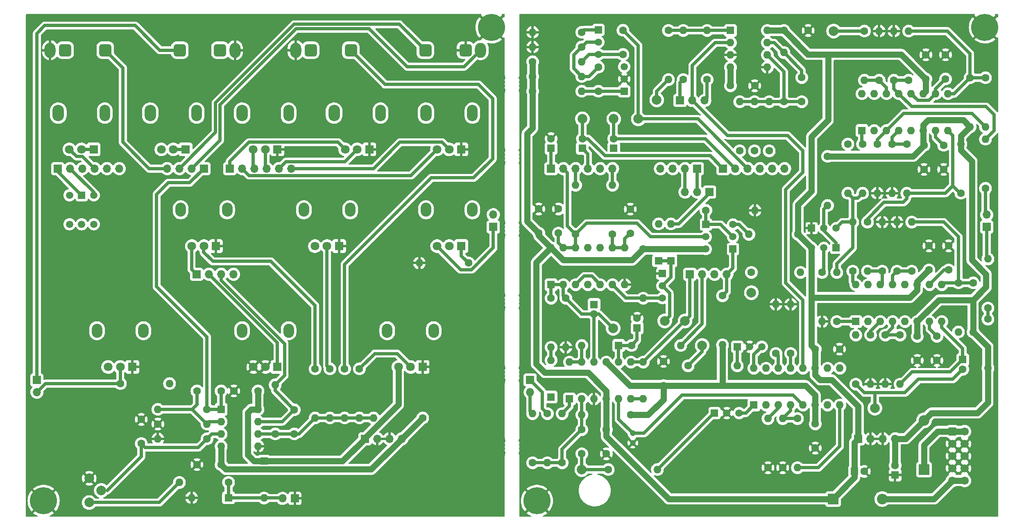
<source format=gtl>
%TF.GenerationSoftware,KiCad,Pcbnew,(6.0.6-0)*%
%TF.CreationDate,2022-06-29T09:24:31+01:00*%
%TF.ProjectId,magnum-drum-synth,6d61676e-756d-42d6-9472-756d2d73796e,r03*%
%TF.SameCoordinates,Original*%
%TF.FileFunction,Copper,L1,Top*%
%TF.FilePolarity,Positive*%
%FSLAX46Y46*%
G04 Gerber Fmt 4.6, Leading zero omitted, Abs format (unit mm)*
G04 Created by KiCad (PCBNEW (6.0.6-0)) date 2022-06-29 09:24:31*
%MOMM*%
%LPD*%
G01*
G04 APERTURE LIST*
G04 Aperture macros list*
%AMRoundRect*
0 Rectangle with rounded corners*
0 $1 Rounding radius*
0 $2 $3 $4 $5 $6 $7 $8 $9 X,Y pos of 4 corners*
0 Add a 4 corners polygon primitive as box body*
4,1,4,$2,$3,$4,$5,$6,$7,$8,$9,$2,$3,0*
0 Add four circle primitives for the rounded corners*
1,1,$1+$1,$2,$3*
1,1,$1+$1,$4,$5*
1,1,$1+$1,$6,$7*
1,1,$1+$1,$8,$9*
0 Add four rect primitives between the rounded corners*
20,1,$1+$1,$2,$3,$4,$5,0*
20,1,$1+$1,$4,$5,$6,$7,0*
20,1,$1+$1,$6,$7,$8,$9,0*
20,1,$1+$1,$8,$9,$2,$3,0*%
G04 Aperture macros list end*
%TA.AperFunction,ComponentPad*%
%ADD10C,5.600000*%
%TD*%
%TA.AperFunction,ComponentPad*%
%ADD11C,1.600000*%
%TD*%
%TA.AperFunction,ComponentPad*%
%ADD12O,1.600000X1.600000*%
%TD*%
%TA.AperFunction,ComponentPad*%
%ADD13C,2.000000*%
%TD*%
%TA.AperFunction,ComponentPad*%
%ADD14R,1.500000X1.500000*%
%TD*%
%TA.AperFunction,ComponentPad*%
%ADD15C,1.500000*%
%TD*%
%TA.AperFunction,ComponentPad*%
%ADD16R,1.700000X1.700000*%
%TD*%
%TA.AperFunction,ComponentPad*%
%ADD17O,1.700000X1.700000*%
%TD*%
%TA.AperFunction,ComponentPad*%
%ADD18R,1.600000X1.600000*%
%TD*%
%TA.AperFunction,ComponentPad*%
%ADD19RoundRect,0.250000X-0.600000X-0.600000X0.600000X-0.600000X0.600000X0.600000X-0.600000X0.600000X0*%
%TD*%
%TA.AperFunction,ComponentPad*%
%ADD20C,1.700000*%
%TD*%
%TA.AperFunction,ComponentPad*%
%ADD21C,1.200000*%
%TD*%
%TA.AperFunction,ComponentPad*%
%ADD22R,2.200000X2.200000*%
%TD*%
%TA.AperFunction,ComponentPad*%
%ADD23O,2.200000X2.200000*%
%TD*%
%TA.AperFunction,ComponentPad*%
%ADD24O,2.300000X3.100000*%
%TD*%
%TA.AperFunction,ComponentPad*%
%ADD25RoundRect,0.650000X-0.650000X0.650000X-0.650000X-0.650000X0.650000X-0.650000X0.650000X0.650000X0*%
%TD*%
%TA.AperFunction,ComponentPad*%
%ADD26O,2.200000X2.900000*%
%TD*%
%TA.AperFunction,ComponentPad*%
%ADD27R,1.800000X1.800000*%
%TD*%
%TA.AperFunction,ComponentPad*%
%ADD28C,1.800000*%
%TD*%
%TA.AperFunction,ComponentPad*%
%ADD29O,2.200000X3.400000*%
%TD*%
%TA.AperFunction,ComponentPad*%
%ADD30O,2.400000X3.400000*%
%TD*%
%TA.AperFunction,ComponentPad*%
%ADD31RoundRect,0.650000X0.650000X-0.650000X0.650000X0.650000X-0.650000X0.650000X-0.650000X-0.650000X0*%
%TD*%
%TA.AperFunction,ViaPad*%
%ADD32C,0.762000*%
%TD*%
%TA.AperFunction,Conductor*%
%ADD33C,1.270000*%
%TD*%
%TA.AperFunction,Conductor*%
%ADD34C,0.635000*%
%TD*%
G04 APERTURE END LIST*
D10*
%TO.P,H9,1,1*%
%TO.N,GND*%
X34163000Y-131191000D03*
%TD*%
D11*
%TO.P,R73,1*%
%TO.N,+12V*%
X190119000Y-76073000D03*
D12*
%TO.P,R73,2*%
%TO.N,Net-(Q9-Pad3)*%
X179959000Y-76073000D03*
%TD*%
D11*
%TO.P,R3,1*%
%TO.N,/OSC2_LFO_Main*%
X144145000Y-76073000D03*
D12*
%TO.P,R3,2*%
%TO.N,/OSC2_Freq_L*%
X144145000Y-65913000D03*
%TD*%
D11*
%TO.P,R20,1*%
%TO.N,Net-(J12-PadT)*%
X96393000Y-103886000D03*
D12*
%TO.P,R20,2*%
%TO.N,Net-(C12-Pad1)*%
X96393000Y-114046000D03*
%TD*%
D13*
%TO.P,TP4,1,1*%
%TO.N,Net-(D3-Pad1)*%
X162560000Y-93980000D03*
%TD*%
D11*
%TO.P,R72,1*%
%TO.N,Net-(J27-Pad3)*%
X171323000Y-44069000D03*
D12*
%TO.P,R72,2*%
%TO.N,/OutputVCA/Output*%
X171323000Y-33909000D03*
%TD*%
D11*
%TO.P,R4,1*%
%TO.N,+12V*%
X135255000Y-43434000D03*
D12*
%TO.P,R4,2*%
%TO.N,Net-(C4-Pad2)*%
X145415000Y-43434000D03*
%TD*%
D11*
%TO.P,R50,1*%
%TO.N,Net-(R43-Pad2)*%
X212979000Y-44196000D03*
D12*
%TO.P,R50,2*%
%TO.N,Net-(R50-Pad2)*%
X212979000Y-34036000D03*
%TD*%
D10*
%TO.P,H7,1,1*%
%TO.N,GND*%
X228727000Y-33274000D03*
%TD*%
D14*
%TO.P,Q4,1,E*%
%TO.N,GND*%
X162052000Y-84201000D03*
D15*
%TO.P,Q4,2,B*%
%TO.N,Net-(D3-Pad1)*%
X162052000Y-86741000D03*
%TO.P,Q4,3,C*%
%TO.N,Net-(Q4-Pad3)*%
X162052000Y-89281000D03*
%TD*%
D16*
%TO.P,J7,1,Pin_1*%
%TO.N,Net-(J7-Pad1)*%
X72644000Y-62484000D03*
D17*
%TO.P,J7,2,Pin_2*%
%TO.N,Net-(J7-Pad2)*%
X75184000Y-62484000D03*
%TO.P,J7,3,Pin_3*%
%TO.N,Net-(J7-Pad3)*%
X77724000Y-62484000D03*
%TO.P,J7,4,Pin_4*%
%TO.N,Net-(J7-Pad4)*%
X80264000Y-62484000D03*
%TO.P,J7,5,Pin_5*%
%TO.N,Net-(J7-Pad5)*%
X82804000Y-62484000D03*
%TO.P,J7,6,Pin_6*%
%TO.N,Net-(J7-Pad6)*%
X85344000Y-62484000D03*
%TD*%
D18*
%TO.P,C9,1*%
%TO.N,Net-(C9-Pad1)*%
X147955000Y-90583000D03*
D11*
%TO.P,C9,2*%
%TO.N,/Trigger*%
X147955000Y-92583000D03*
%TD*%
%TO.P,R68,1*%
%TO.N,/OutputVCA/Input*%
X202057000Y-107061000D03*
D12*
%TO.P,R68,2*%
%TO.N,Net-(R68-Pad2)*%
X202057000Y-96901000D03*
%TD*%
D18*
%TO.P,C6,1*%
%TO.N,/OSC1_Freq_R*%
X152019000Y-58293000D03*
D11*
%TO.P,C6,2*%
%TO.N,/OSC1_Signal*%
X152019000Y-56293000D03*
%TD*%
%TO.P,R30,1*%
%TO.N,Net-(J21-Pad1)*%
X138303000Y-113157000D03*
D12*
%TO.P,R30,2*%
%TO.N,Net-(C14-Pad1)*%
X138303000Y-123317000D03*
%TD*%
D14*
%TO.P,Q2,1,E*%
%TO.N,Net-(Q2-Pad1)*%
X148844000Y-33782000D03*
D15*
%TO.P,Q2,2,B*%
%TO.N,Net-(C4-Pad2)*%
X148844000Y-36322000D03*
%TO.P,Q2,3,C*%
%TO.N,Net-(C5-Pad1)*%
X148844000Y-38862000D03*
%TD*%
D11*
%TO.P,R66,1*%
%TO.N,Net-(R45-Pad1)*%
X223774000Y-67564000D03*
D12*
%TO.P,R66,2*%
%TO.N,-12V*%
X223774000Y-57404000D03*
%TD*%
D11*
%TO.P,R33,1*%
%TO.N,Net-(C14-Pad1)*%
X141351000Y-123317000D03*
D12*
%TO.P,R33,2*%
%TO.N,Net-(C14-Pad2)*%
X141351000Y-113157000D03*
%TD*%
D11*
%TO.P,R23,1*%
%TO.N,Net-(R23-Pad1)*%
X90297000Y-103886000D03*
D12*
%TO.P,R23,2*%
%TO.N,Net-(C12-Pad1)*%
X90297000Y-114046000D03*
%TD*%
D11*
%TO.P,R61,1*%
%TO.N,Net-(R57-Pad2)*%
X205105000Y-96901000D03*
D12*
%TO.P,R61,2*%
%TO.N,GND*%
X205105000Y-107061000D03*
%TD*%
D11*
%TO.P,R67,1*%
%TO.N,/Filter/Output*%
X229362000Y-93599000D03*
D12*
%TO.P,R67,2*%
%TO.N,-12V*%
X229362000Y-103759000D03*
%TD*%
D11*
%TO.P,R1,1*%
%TO.N,+12V*%
X135255000Y-46482000D03*
D12*
%TO.P,R1,2*%
%TO.N,Net-(C4-Pad1)*%
X145415000Y-46482000D03*
%TD*%
D11*
%TO.P,R5,1*%
%TO.N,Net-(C4-Pad2)*%
X145415000Y-37338000D03*
D12*
%TO.P,R5,2*%
%TO.N,GND*%
X135255000Y-37338000D03*
%TD*%
D11*
%TO.P,R14,1*%
%TO.N,/Trigger*%
X142113000Y-89281000D03*
D12*
%TO.P,R14,2*%
%TO.N,GND*%
X142113000Y-99441000D03*
%TD*%
D11*
%TO.P,R41,1*%
%TO.N,/OutputVCA/Output*%
X163322000Y-33909000D03*
D12*
%TO.P,R41,2*%
%TO.N,/Final_Output_Main*%
X163322000Y-44069000D03*
%TD*%
D11*
%TO.P,R29,1*%
%TO.N,Net-(Q5-Pad2)*%
X195072000Y-83947000D03*
D12*
%TO.P,R29,2*%
%TO.N,GND*%
X195072000Y-94107000D03*
%TD*%
D11*
%TO.P,C20,1*%
%TO.N,GND*%
X218821000Y-102155000D03*
%TO.P,C20,2*%
%TO.N,Net-(C20-Pad2)*%
X218821000Y-97155000D03*
%TD*%
%TO.P,R22,1*%
%TO.N,Net-(R22-Pad1)*%
X93345000Y-103886000D03*
D12*
%TO.P,R22,2*%
%TO.N,Net-(C12-Pad1)*%
X93345000Y-114046000D03*
%TD*%
D13*
%TO.P,TP12,1,1*%
%TO.N,Net-(C14-Pad2)*%
X145415000Y-124714000D03*
%TD*%
D11*
%TO.P,C14,1*%
%TO.N,Net-(C14-Pad1)*%
X145415000Y-116459000D03*
%TO.P,C14,2*%
%TO.N,Net-(C14-Pad2)*%
X145415000Y-121459000D03*
%TD*%
%TO.P,R28,1*%
%TO.N,/Freq_Control_Main*%
X180467000Y-83947000D03*
D12*
%TO.P,R28,2*%
%TO.N,Net-(Q5-Pad2)*%
X190627000Y-83947000D03*
%TD*%
D13*
%TO.P,TP3,1,1*%
%TO.N,/OSC2_Signal*%
X145542000Y-52197000D03*
%TD*%
D11*
%TO.P,R27,1*%
%TO.N,Net-(C14-Pad1)*%
X135255000Y-123317000D03*
D12*
%TO.P,R27,2*%
%TO.N,Net-(J21-Pad2)*%
X135255000Y-113157000D03*
%TD*%
D13*
%TO.P,TP5,1,1*%
%TO.N,/Trigger*%
X151892000Y-95504000D03*
%TD*%
D14*
%TO.P,Q5,1,E*%
%TO.N,Net-(Q5-Pad1)*%
X197993000Y-78867000D03*
D15*
%TO.P,Q5,2,B*%
%TO.N,Net-(Q5-Pad2)*%
X195453000Y-78867000D03*
%TO.P,Q5,3,C*%
%TO.N,+12V*%
X192913000Y-78867000D03*
%TD*%
D18*
%TO.P,C13,1*%
%TO.N,Net-(C13-Pad1)*%
X156845000Y-95427800D03*
D11*
%TO.P,C13,2*%
%TO.N,GND*%
X156845000Y-93427800D03*
%TD*%
%TO.P,C32,1*%
%TO.N,GND*%
X216154000Y-62658000D03*
%TO.P,C32,2*%
%TO.N,-12V*%
X216154000Y-57658000D03*
%TD*%
D16*
%TO.P,J20,1,Pin_1*%
%TO.N,Net-(J18-PadT)*%
X32766000Y-106172000D03*
D17*
%TO.P,J20,2,Pin_2*%
%TO.N,Net-(J20-Pad2)*%
X32766000Y-108712000D03*
%TD*%
D18*
%TO.P,U3,1*%
%TO.N,Net-(C36-Pad2)*%
X70866000Y-112268000D03*
D12*
%TO.P,U3,2,-*%
%TO.N,Net-(C36-Pad1)*%
X70866000Y-114808000D03*
%TO.P,U3,3,+*%
%TO.N,Net-(C8-Pad2)*%
X70866000Y-117348000D03*
%TO.P,U3,4,V-*%
%TO.N,-12V*%
X70866000Y-119888000D03*
%TO.P,U3,5,+*%
%TO.N,GND*%
X78486000Y-119888000D03*
%TO.P,U3,6,-*%
%TO.N,Net-(C12-Pad1)*%
X78486000Y-117348000D03*
%TO.P,U3,7*%
%TO.N,/Freq_Control_Ctrl*%
X78486000Y-114808000D03*
%TO.P,U3,8,V+*%
%TO.N,+12V*%
X78486000Y-112268000D03*
%TD*%
D11*
%TO.P,C18,1*%
%TO.N,GND*%
X221234000Y-78439000D03*
%TO.P,C18,2*%
%TO.N,Net-(C18-Pad2)*%
X221234000Y-83439000D03*
%TD*%
D18*
%TO.P,D1,1,K*%
%TO.N,+12V*%
X79730600Y-122986800D03*
D12*
%TO.P,D1,2,A*%
%TO.N,Net-(D1-Pad2)*%
X79730600Y-130606800D03*
%TD*%
D11*
%TO.P,R63,1*%
%TO.N,Net-(R59-Pad1)*%
X211201000Y-96901000D03*
D12*
%TO.P,R63,2*%
%TO.N,/Filter/Output*%
X211201000Y-107061000D03*
%TD*%
D11*
%TO.P,R55,1*%
%TO.N,Net-(R51-Pad2)*%
X226314000Y-86106000D03*
D12*
%TO.P,R55,2*%
%TO.N,-12V*%
X226314000Y-96266000D03*
%TD*%
D11*
%TO.P,C28,1*%
%TO.N,GND*%
X162306000Y-102362000D03*
%TO.P,C28,2*%
%TO.N,-12V*%
X162306000Y-107362000D03*
%TD*%
%TO.P,C17,1*%
%TO.N,GND*%
X220599000Y-38942000D03*
%TO.P,C17,2*%
%TO.N,Net-(C17-Pad2)*%
X220599000Y-43942000D03*
%TD*%
%TO.P,C34,1*%
%TO.N,GND*%
X181149000Y-45339000D03*
%TO.P,C34,2*%
%TO.N,-12V*%
X176149000Y-45339000D03*
%TD*%
%TO.P,R26,1*%
%TO.N,Net-(C13-Pad1)*%
X155702000Y-99060000D03*
D12*
%TO.P,R26,2*%
%TO.N,/Filter_Env_Decay*%
X165862000Y-99060000D03*
%TD*%
D11*
%TO.P,R59,1*%
%TO.N,Net-(R59-Pad1)*%
X208153000Y-96901000D03*
D12*
%TO.P,R59,2*%
%TO.N,GND*%
X208153000Y-107061000D03*
%TD*%
D11*
%TO.P,R8,1*%
%TO.N,Net-(Q2-Pad1)*%
X145415000Y-34290000D03*
D12*
%TO.P,R8,2*%
%TO.N,GND*%
X135255000Y-34290000D03*
%TD*%
D18*
%TO.P,D3,1,K*%
%TO.N,Net-(D3-Pad1)*%
X163830000Y-81534000D03*
D12*
%TO.P,D3,2,A*%
%TO.N,Net-(D3-Pad2)*%
X163830000Y-73914000D03*
%TD*%
D13*
%TO.P,TP2,1,1*%
%TO.N,/OSC1_Signal*%
X152019000Y-52197000D03*
%TD*%
D18*
%TO.P,D5,1,K*%
%TO.N,Net-(C13-Pad1)*%
X153035000Y-99060000D03*
D12*
%TO.P,D5,2,A*%
%TO.N,Net-(D5-Pad2)*%
X145415000Y-99060000D03*
%TD*%
D11*
%TO.P,R9,1*%
%TO.N,Net-(Q3-Pad1)*%
X171069000Y-71120000D03*
D12*
%TO.P,R9,2*%
%TO.N,GND*%
X181229000Y-71120000D03*
%TD*%
D16*
%TO.P,J1,1,Pin_1*%
%TO.N,GND*%
X86111004Y-130683000D03*
D17*
%TO.P,J1,2,Pin_2*%
%TO.N,Net-(D1-Pad2)*%
X83571004Y-130683000D03*
%TD*%
D11*
%TO.P,R25,1*%
%TO.N,Net-(J20-Pad2)*%
X50038000Y-106934000D03*
D12*
%TO.P,R25,2*%
%TO.N,+12V*%
X60198000Y-106934000D03*
%TD*%
D19*
%TO.P,J28,1,-12V*%
%TO.N,Net-(D8-Pad1)*%
X221996000Y-116840000D03*
D20*
%TO.P,J28,2,-12V*%
X224536000Y-116840000D03*
%TO.P,J28,3,GND*%
%TO.N,GND*%
X221996000Y-119380000D03*
%TO.P,J28,4,GND*%
X224536000Y-119380000D03*
%TO.P,J28,5,GND*%
X221996000Y-121920000D03*
%TO.P,J28,6,GND*%
X224536000Y-121920000D03*
%TO.P,J28,7,GND*%
X221996000Y-124460000D03*
%TO.P,J28,8,GND*%
X224536000Y-124460000D03*
%TO.P,J28,9,+12V*%
%TO.N,Net-(D7-Pad2)*%
X221996000Y-127000000D03*
%TO.P,J28,10,+12V*%
X224536000Y-127000000D03*
%TD*%
D18*
%TO.P,D2,1,K*%
%TO.N,Net-(D1-Pad2)*%
X72390000Y-130556000D03*
D12*
%TO.P,D2,2,A*%
%TO.N,GND*%
X64770000Y-130556000D03*
%TD*%
D16*
%TO.P,J9,1,Pin_1*%
%TO.N,Net-(J9-Pad1)*%
X37084000Y-62484000D03*
D17*
%TO.P,J9,2,Pin_2*%
%TO.N,Net-(J9-Pad2)*%
X39624000Y-62484000D03*
%TO.P,J9,3,Pin_3*%
%TO.N,Net-(J9-Pad3)*%
X42164000Y-62484000D03*
%TO.P,J9,4,Pin_4*%
%TO.N,Net-(J9-Pad4)*%
X44704000Y-62484000D03*
%TO.P,J9,5,Pin_5*%
%TO.N,Net-(J9-Pad5)*%
X47244000Y-62484000D03*
%TO.P,J9,6,Pin_6*%
%TO.N,Net-(J9-Pad6)*%
X49784000Y-62484000D03*
%TD*%
D11*
%TO.P,R6,1*%
%TO.N,Net-(D1-Pad2)*%
X72390000Y-127381000D03*
D12*
%TO.P,R6,2*%
%TO.N,Net-(R6-Pad2)*%
X62230000Y-127381000D03*
%TD*%
D10*
%TO.P,H10,1,1*%
%TO.N,GND*%
X126746000Y-33274000D03*
%TD*%
D18*
%TO.P,U5,1*%
%TO.N,Net-(R64-Pad1)*%
X203327000Y-54610000D03*
D12*
%TO.P,U5,2,DIODE_BIAS*%
%TO.N,unconnected-(U5-Pad2)*%
X205867000Y-54610000D03*
%TO.P,U5,3,+*%
%TO.N,Net-(R56-Pad2)*%
X208407000Y-54610000D03*
%TO.P,U5,4,-*%
%TO.N,Net-(R58-Pad1)*%
X210947000Y-54610000D03*
%TO.P,U5,5*%
%TO.N,Net-(C19-Pad2)*%
X213487000Y-54610000D03*
%TO.P,U5,6,V-*%
%TO.N,-12V*%
X216027000Y-54610000D03*
%TO.P,U5,7*%
%TO.N,Net-(C19-Pad2)*%
X218567000Y-54610000D03*
%TO.P,U5,8*%
%TO.N,Net-(R45-Pad1)*%
X221107000Y-54610000D03*
%TO.P,U5,9*%
%TO.N,Net-(R50-Pad2)*%
X221107000Y-46990000D03*
%TO.P,U5,10*%
%TO.N,Net-(C17-Pad2)*%
X218567000Y-46990000D03*
%TO.P,U5,11,V+*%
%TO.N,+12V*%
X216027000Y-46990000D03*
%TO.P,U5,12*%
%TO.N,Net-(C17-Pad2)*%
X213487000Y-46990000D03*
%TO.P,U5,13,-*%
%TO.N,Net-(R43-Pad2)*%
X210947000Y-46990000D03*
%TO.P,U5,14,+*%
%TO.N,Net-(R44-Pad2)*%
X208407000Y-46990000D03*
%TO.P,U5,15,DIODE_BIAS*%
%TO.N,unconnected-(U5-Pad15)*%
X205867000Y-46990000D03*
%TO.P,U5,16*%
%TO.N,Net-(R52-Pad1)*%
X203327000Y-46990000D03*
%TD*%
D13*
%TO.P,TP9,1,1*%
%TO.N,Net-(R42-Pad1)*%
X170307000Y-99060000D03*
%TD*%
D11*
%TO.P,C35,1*%
%TO.N,+12V*%
X193675000Y-99822000D03*
%TO.P,C35,2*%
%TO.N,GND*%
X198675000Y-99822000D03*
%TD*%
%TO.P,C5,1*%
%TO.N,Net-(C5-Pad1)*%
X153924000Y-38862000D03*
%TO.P,C5,2*%
%TO.N,/Noise_Signal*%
X153924000Y-33862000D03*
%TD*%
%TO.P,R62,1*%
%TO.N,Net-(R58-Pad1)*%
X212598000Y-57404000D03*
D12*
%TO.P,R62,2*%
%TO.N,Net-(R45-Pad1)*%
X212598000Y-67564000D03*
%TD*%
D14*
%TO.P,Q8,1,E*%
%TO.N,Net-(Q8-Pad1)*%
X177546000Y-99314000D03*
D15*
%TO.P,Q8,2,B*%
%TO.N,GND*%
X180086000Y-99314000D03*
%TO.P,Q8,3,C*%
%TO.N,/OutputVCA/I_Gain*%
X182626000Y-99314000D03*
%TD*%
D11*
%TO.P,R74,1*%
%TO.N,/OSC2_LFO_Signal*%
X174498000Y-88773000D03*
D12*
%TO.P,R74,2*%
%TO.N,-12V*%
X174498000Y-98933000D03*
%TD*%
D11*
%TO.P,R48,1*%
%TO.N,Net-(R44-Pad2)*%
X206883000Y-44196000D03*
D12*
%TO.P,R48,2*%
%TO.N,GND*%
X206883000Y-34036000D03*
%TD*%
D10*
%TO.P,H8,1,1*%
%TO.N,GND*%
X136144000Y-131191000D03*
%TD*%
D11*
%TO.P,R51,1*%
%TO.N,Net-(R47-Pad1)*%
X213614000Y-83693000D03*
D12*
%TO.P,R51,2*%
%TO.N,Net-(R51-Pad2)*%
X213614000Y-73533000D03*
%TD*%
D18*
%TO.P,U2,1*%
%TO.N,/OutputVCA/Output*%
X176149000Y-33909000D03*
D12*
%TO.P,U2,2,-*%
%TO.N,Net-(J27-Pad2)*%
X176149000Y-36449000D03*
%TO.P,U2,3,+*%
%TO.N,GND*%
X176149000Y-38989000D03*
%TO.P,U2,4,V-*%
%TO.N,-12V*%
X176149000Y-41529000D03*
%TO.P,U2,5,+*%
%TO.N,GND*%
X183769000Y-41529000D03*
%TO.P,U2,6,-*%
%TO.N,Net-(C10-Pad1)*%
X183769000Y-38989000D03*
%TO.P,U2,7*%
%TO.N,/Filter/Input*%
X183769000Y-36449000D03*
%TO.P,U2,8,V+*%
%TO.N,+12V*%
X183769000Y-33909000D03*
%TD*%
D11*
%TO.P,R42,1*%
%TO.N,Net-(R42-Pad1)*%
X167386000Y-103251000D03*
D12*
%TO.P,R42,2*%
%TO.N,Net-(Q8-Pad1)*%
X177546000Y-103251000D03*
%TD*%
D11*
%TO.P,R53,1*%
%TO.N,Net-(R53-Pad1)*%
X201422000Y-83693000D03*
D12*
%TO.P,R53,2*%
%TO.N,/Filter/I_Freq*%
X201422000Y-73533000D03*
%TD*%
D11*
%TO.P,C2,1*%
%TO.N,GND*%
X155448000Y-70866000D03*
%TO.P,C2,2*%
%TO.N,Net-(C2-Pad2)*%
X155448000Y-75866000D03*
%TD*%
%TO.P,R70,1*%
%TO.N,Net-(R70-Pad1)*%
X185547000Y-100711000D03*
D12*
%TO.P,R70,2*%
%TO.N,GND*%
X185547000Y-90551000D03*
%TD*%
D16*
%TO.P,J27,1,Pin_1*%
%TO.N,Net-(J27-Pad1)*%
X165735000Y-48387000D03*
D17*
%TO.P,J27,2,Pin_2*%
%TO.N,Net-(J27-Pad2)*%
X168275000Y-48387000D03*
%TO.P,J27,3,Pin_3*%
%TO.N,Net-(J27-Pad3)*%
X170815000Y-48387000D03*
%TD*%
D11*
%TO.P,R60,1*%
%TO.N,Net-(R56-Pad2)*%
X206502000Y-57404000D03*
D12*
%TO.P,R60,2*%
%TO.N,GND*%
X206502000Y-67564000D03*
%TD*%
D11*
%TO.P,R7,1*%
%TO.N,+12V*%
X135255000Y-40386000D03*
D12*
%TO.P,R7,2*%
%TO.N,Net-(C5-Pad1)*%
X145415000Y-40386000D03*
%TD*%
D16*
%TO.P,J29,1,Pin_1*%
%TO.N,+12V*%
X100584000Y-118364000D03*
D17*
%TO.P,J29,2,Pin_2*%
%TO.N,GND*%
X103124000Y-118364000D03*
%TO.P,J29,3,Pin_3*%
X105664000Y-118364000D03*
%TO.P,J29,4,Pin_4*%
%TO.N,-12V*%
X108204000Y-118364000D03*
%TD*%
D11*
%TO.P,R47,1*%
%TO.N,Net-(R47-Pad1)*%
X210566000Y-83693000D03*
D12*
%TO.P,R47,2*%
%TO.N,GND*%
X210566000Y-73533000D03*
%TD*%
D14*
%TO.P,Q1,1,E*%
%TO.N,Net-(C4-Pad1)*%
X154178000Y-46482000D03*
D15*
%TO.P,Q1,2,B*%
%TO.N,GND*%
X154178000Y-43942000D03*
%TO.P,Q1,3,C*%
%TO.N,unconnected-(Q1-Pad3)*%
X154178000Y-41402000D03*
%TD*%
D18*
%TO.P,C7,1*%
%TO.N,/OSC2_Freq_R*%
X145542000Y-58293000D03*
D11*
%TO.P,C7,2*%
%TO.N,/OSC2_Signal*%
X145542000Y-56293000D03*
%TD*%
%TO.P,R44,1*%
%TO.N,/Filter/Input*%
X203835000Y-34036000D03*
D12*
%TO.P,R44,2*%
%TO.N,Net-(R44-Pad2)*%
X203835000Y-44196000D03*
%TD*%
D11*
%TO.P,C31,1*%
%TO.N,+12V*%
X78486000Y-108458000D03*
%TO.P,C31,2*%
%TO.N,GND*%
X73486000Y-108458000D03*
%TD*%
D13*
%TO.P,TP8,1,1*%
%TO.N,/Filter_Env*%
X166751000Y-93980000D03*
%TD*%
D16*
%TO.P,J11,1,Pin_1*%
%TO.N,/Filter_Env_Mod_Ctrl*%
X65786000Y-84328000D03*
D17*
%TO.P,J11,2,Pin_2*%
%TO.N,/Filter_Env_Decay_Ctrl*%
X68326000Y-84328000D03*
%TO.P,J11,3,Pin_3*%
%TO.N,/Freq_Control_Ctrl*%
X70866000Y-84328000D03*
%TO.P,J11,4,Pin_4*%
%TO.N,/Filter_LFO_Mod_Ctrl*%
X73406000Y-84328000D03*
%TD*%
D21*
%TO.P,C16,1*%
%TO.N,Net-(C16-Pad1)*%
X155956000Y-117221000D03*
%TO.P,C16,2*%
%TO.N,GND*%
X155956000Y-119221000D03*
%TD*%
D16*
%TO.P,J3,1,Pin_1*%
%TO.N,Net-(C36-Pad2)*%
X67310000Y-62484000D03*
D17*
%TO.P,J3,2,Pin_2*%
%TO.N,Net-(J2-PadS)*%
X64770000Y-62484000D03*
%TO.P,J3,3,Pin_3*%
%TO.N,Net-(J2-PadT)*%
X62230000Y-62484000D03*
%TO.P,J3,4,Pin_4*%
%TO.N,/Final_Output_Ctrl*%
X59690000Y-62484000D03*
%TD*%
D13*
%TO.P,TP10,1,1*%
%TO.N,/OutputVCA/Input*%
X205994000Y-112014000D03*
%TD*%
D11*
%TO.P,R37,1*%
%TO.N,Net-(C14-Pad2)*%
X150876000Y-124714000D03*
D12*
%TO.P,R37,2*%
%TO.N,Net-(Q7-Pad1)*%
X161036000Y-124714000D03*
%TD*%
D11*
%TO.P,R39,1*%
%TO.N,GND*%
X183896000Y-124333000D03*
D12*
%TO.P,R39,2*%
%TO.N,Net-(R39-Pad2)*%
X183896000Y-114173000D03*
%TD*%
D14*
%TO.P,Q6,1,E*%
%TO.N,GND*%
X192913000Y-74803000D03*
D15*
%TO.P,Q6,2,B*%
%TO.N,Net-(Q5-Pad1)*%
X195453000Y-74803000D03*
%TO.P,Q6,3,C*%
%TO.N,/Filter/I_Freq*%
X197993000Y-74803000D03*
%TD*%
D13*
%TO.P,TP1,1,1*%
%TO.N,/Noise_Signal*%
X157099000Y-52197000D03*
%TD*%
D11*
%TO.P,R64,1*%
%TO.N,Net-(R64-Pad1)*%
X203454000Y-57404000D03*
D12*
%TO.P,R64,2*%
%TO.N,/Filter/I_Freq*%
X203454000Y-67564000D03*
%TD*%
D11*
%TO.P,R19,1*%
%TO.N,Net-(R19-Pad1)*%
X99441000Y-103886000D03*
D12*
%TO.P,R19,2*%
%TO.N,Net-(C12-Pad1)*%
X99441000Y-114046000D03*
%TD*%
D11*
%TO.P,R65,1*%
%TO.N,Net-(R65-Pad1)*%
X198120000Y-94107000D03*
D12*
%TO.P,R65,2*%
%TO.N,/Filter/I_Freq*%
X198120000Y-83947000D03*
%TD*%
D11*
%TO.P,R40,1*%
%TO.N,Net-(R36-Pad2)*%
X189992000Y-114173000D03*
D12*
%TO.P,R40,2*%
%TO.N,Net-(R40-Pad2)*%
X189992000Y-124333000D03*
%TD*%
D16*
%TO.P,J23,1,Pin_1*%
%TO.N,Net-(J23-Pad1)*%
X127127000Y-74549000D03*
D17*
%TO.P,J23,2,Pin_2*%
%TO.N,Net-(J23-Pad2)*%
X127127000Y-72009000D03*
%TD*%
D16*
%TO.P,J5,1,Pin_1*%
%TO.N,Net-(D3-Pad2)*%
X171831000Y-67310000D03*
D17*
%TO.P,J5,2,Pin_2*%
%TO.N,Net-(J4-Pad1)*%
X169291000Y-67310000D03*
%TO.P,J5,3,Pin_3*%
%TO.N,Net-(J4-Pad2)*%
X166751000Y-67310000D03*
%TD*%
D11*
%TO.P,R43,1*%
%TO.N,/Res_Amount*%
X228854000Y-66548000D03*
D12*
%TO.P,R43,2*%
%TO.N,Net-(R43-Pad2)*%
X228854000Y-56388000D03*
%TD*%
D11*
%TO.P,C30,1*%
%TO.N,GND*%
X65866000Y-123698000D03*
%TO.P,C30,2*%
%TO.N,-12V*%
X70866000Y-123698000D03*
%TD*%
%TO.P,C24,1*%
%TO.N,GND*%
X214757000Y-102155000D03*
%TO.P,C24,2*%
%TO.N,-12V*%
X214757000Y-97155000D03*
%TD*%
D13*
%TO.P,RV1,1,1*%
%TO.N,GND*%
X43581000Y-126532000D03*
%TO.P,RV1,2,2*%
%TO.N,Net-(C8-Pad2)*%
X46081000Y-129032000D03*
%TO.P,RV1,3,3*%
%TO.N,Net-(R6-Pad2)*%
X43581000Y-131532000D03*
%TD*%
D11*
%TO.P,R56,1*%
%TO.N,Net-(R50-Pad2)*%
X228854000Y-43688000D03*
D12*
%TO.P,R56,2*%
%TO.N,Net-(R56-Pad2)*%
X228854000Y-53848000D03*
%TD*%
D14*
%TO.P,Q9,1,E*%
%TO.N,/OSC2_LFO_Signal*%
X176657000Y-79121000D03*
D15*
%TO.P,Q9,2,B*%
%TO.N,Net-(Q3-Pad1)*%
X176657000Y-76581000D03*
%TO.P,Q9,3,C*%
%TO.N,Net-(Q9-Pad3)*%
X176657000Y-74041000D03*
%TD*%
D18*
%TO.P,C22,1*%
%TO.N,GND*%
X210185000Y-125857000D03*
D11*
%TO.P,C22,2*%
%TO.N,-12V*%
X210185000Y-123857000D03*
%TD*%
%TO.P,R2,1*%
%TO.N,Net-(C2-Pad2)*%
X151765000Y-76073000D03*
D12*
%TO.P,R2,2*%
%TO.N,/OSC1_Freq_L*%
X151765000Y-65913000D03*
%TD*%
D11*
%TO.P,R54,1*%
%TO.N,Net-(R50-Pad2)*%
X225679000Y-43688000D03*
D12*
%TO.P,R54,2*%
%TO.N,-12V*%
X225679000Y-53848000D03*
%TD*%
D14*
%TO.P,Q3,1,E*%
%TO.N,Net-(Q3-Pad1)*%
X171069000Y-74041000D03*
D15*
%TO.P,Q3,2,B*%
%TO.N,/OSC2_LFO_Main*%
X171069000Y-76581000D03*
%TO.P,Q3,3,C*%
%TO.N,+12V*%
X171069000Y-79121000D03*
%TD*%
D11*
%TO.P,R31,1*%
%TO.N,-12V*%
X155575000Y-113411000D03*
D12*
%TO.P,R31,2*%
%TO.N,Net-(C14-Pad1)*%
X145415000Y-113411000D03*
%TD*%
D11*
%TO.P,C33,1*%
%TO.N,+12V*%
X217170000Y-83439000D03*
%TO.P,C33,2*%
%TO.N,GND*%
X217170000Y-78439000D03*
%TD*%
%TO.P,C8,1*%
%TO.N,GND*%
X54356000Y-114340000D03*
%TO.P,C8,2*%
%TO.N,Net-(C8-Pad2)*%
X54356000Y-119340000D03*
%TD*%
D18*
%TO.P,C21,1*%
%TO.N,+12V*%
X201803000Y-125095000D03*
D11*
%TO.P,C21,2*%
%TO.N,GND*%
X203803000Y-125095000D03*
%TD*%
%TO.P,R16,1*%
%TO.N,/OSC1_Return*%
X184150000Y-58801000D03*
D12*
%TO.P,R16,2*%
%TO.N,Net-(C10-Pad1)*%
X184150000Y-48641000D03*
%TD*%
D11*
%TO.P,C19,1*%
%TO.N,GND*%
X220218000Y-62658000D03*
%TO.P,C19,2*%
%TO.N,Net-(C19-Pad2)*%
X220218000Y-57658000D03*
%TD*%
%TO.P,R45,1*%
%TO.N,Net-(R45-Pad1)*%
X204470000Y-73533000D03*
D12*
%TO.P,R45,2*%
%TO.N,Net-(R45-Pad2)*%
X204470000Y-83693000D03*
%TD*%
D11*
%TO.P,C12,1*%
%TO.N,Net-(C12-Pad1)*%
X85979000Y-117348000D03*
%TO.P,C12,2*%
%TO.N,/Freq_Control_Ctrl*%
X85979000Y-112348000D03*
%TD*%
%TO.P,R12,1*%
%TO.N,Net-(C36-Pad2)*%
X67945000Y-112268000D03*
D12*
%TO.P,R12,2*%
%TO.N,Net-(C36-Pad1)*%
X57785000Y-112268000D03*
%TD*%
D11*
%TO.P,R46,1*%
%TO.N,Net-(R43-Pad2)*%
X209931000Y-44196000D03*
D12*
%TO.P,R46,2*%
%TO.N,GND*%
X209931000Y-34036000D03*
%TD*%
D18*
%TO.P,D4,1,K*%
%TO.N,Net-(D3-Pad1)*%
X161290000Y-81534000D03*
D12*
%TO.P,D4,2,A*%
%TO.N,Net-(D4-Pad2)*%
X161290000Y-73914000D03*
%TD*%
D18*
%TO.P,U4,1*%
%TO.N,Net-(C14-Pad2)*%
X142875000Y-110109000D03*
D12*
%TO.P,U4,2,-*%
%TO.N,Net-(C14-Pad1)*%
X145415000Y-110109000D03*
%TO.P,U4,3,+*%
%TO.N,GND*%
X147955000Y-110109000D03*
%TO.P,U4,4,V+*%
%TO.N,+12V*%
X150495000Y-110109000D03*
%TO.P,U4,5,+*%
%TO.N,Net-(C16-Pad1)*%
X153035000Y-110109000D03*
%TO.P,U4,6,-*%
%TO.N,Net-(R42-Pad1)*%
X155575000Y-110109000D03*
%TO.P,U4,7*%
X158115000Y-110109000D03*
%TO.P,U4,8*%
%TO.N,/Filter_Env*%
X158115000Y-102489000D03*
%TO.P,U4,9,-*%
X155575000Y-102489000D03*
%TO.P,U4,10,+*%
%TO.N,Net-(C13-Pad1)*%
X153035000Y-102489000D03*
%TO.P,U4,11,V-*%
%TO.N,-12V*%
X150495000Y-102489000D03*
%TO.P,U4,12,+*%
%TO.N,/Trigger*%
X147955000Y-102489000D03*
%TO.P,U4,13,-*%
%TO.N,Net-(D5-Pad2)*%
X145415000Y-102489000D03*
%TO.P,U4,14*%
X142875000Y-102489000D03*
%TD*%
D11*
%TO.P,R17,1*%
%TO.N,/OSC2_Return*%
X181102000Y-58801000D03*
D12*
%TO.P,R17,2*%
%TO.N,Net-(C10-Pad1)*%
X181102000Y-48641000D03*
%TD*%
D11*
%TO.P,C4,1*%
%TO.N,Net-(C4-Pad1)*%
X148844000Y-46482000D03*
%TO.P,C4,2*%
%TO.N,Net-(C4-Pad2)*%
X148844000Y-41482000D03*
%TD*%
%TO.P,C3,1*%
%TO.N,/OSC2_LFO_Main*%
X140589000Y-75819000D03*
%TO.P,C3,2*%
%TO.N,GND*%
X140589000Y-70819000D03*
%TD*%
%TO.P,C27,1*%
%TO.N,+12V*%
X136525000Y-75819000D03*
%TO.P,C27,2*%
%TO.N,GND*%
X136525000Y-70819000D03*
%TD*%
%TO.P,C29,1*%
%TO.N,+12V*%
X150495000Y-116459000D03*
%TO.P,C29,2*%
%TO.N,GND*%
X150495000Y-121459000D03*
%TD*%
D14*
%TO.P,Q7,1,E*%
%TO.N,Net-(Q7-Pad1)*%
X172847000Y-113030000D03*
D15*
%TO.P,Q7,2,B*%
%TO.N,GND*%
X175387000Y-113030000D03*
%TO.P,Q7,3,C*%
%TO.N,Net-(Q7-Pad3)*%
X177927000Y-113030000D03*
%TD*%
D11*
%TO.P,R71,1*%
%TO.N,Net-(J27-Pad1)*%
X166370000Y-44069000D03*
D12*
%TO.P,R71,2*%
%TO.N,/OutputVCA/Output*%
X166370000Y-33909000D03*
%TD*%
D22*
%TO.P,D7,1,K*%
%TO.N,+12V*%
X197358000Y-130810000D03*
D23*
%TO.P,D7,2,A*%
%TO.N,Net-(D7-Pad2)*%
X207518000Y-130810000D03*
%TD*%
D11*
%TO.P,R24,1*%
%TO.N,Net-(C12-Pad1)*%
X82042000Y-117348000D03*
D12*
%TO.P,R24,2*%
%TO.N,/Freq_Control_Ctrl*%
X82042000Y-107188000D03*
%TD*%
D11*
%TO.P,C23,1*%
%TO.N,+12V*%
X216535000Y-43942000D03*
%TO.P,C23,2*%
%TO.N,GND*%
X216535000Y-38942000D03*
%TD*%
%TO.P,C25,1*%
%TO.N,+12V*%
X187198000Y-33909000D03*
%TO.P,C25,2*%
%TO.N,GND*%
X192198000Y-33909000D03*
%TD*%
%TO.P,R38,1*%
%TO.N,/Trigger*%
X139065000Y-89281000D03*
D12*
%TO.P,R38,2*%
%TO.N,Net-(D6-Pad2)*%
X139065000Y-99441000D03*
%TD*%
D18*
%TO.P,U1,1*%
%TO.N,/Trigger*%
X139065000Y-86487000D03*
D12*
%TO.P,U1,2*%
X141605000Y-86487000D03*
%TO.P,U1,3*%
%TO.N,Net-(U1-Pad3)*%
X144145000Y-86487000D03*
%TO.P,U1,4*%
%TO.N,Net-(C9-Pad1)*%
X146685000Y-86487000D03*
%TO.P,U1,5*%
%TO.N,Net-(U1-Pad3)*%
X149225000Y-86487000D03*
%TO.P,U1,6*%
%TO.N,Net-(Q4-Pad3)*%
X151765000Y-86487000D03*
%TO.P,U1,7,GND*%
%TO.N,GND*%
X154305000Y-86487000D03*
%TO.P,U1,8*%
%TO.N,Net-(C2-Pad2)*%
X154305000Y-78867000D03*
%TO.P,U1,9*%
X151765000Y-78867000D03*
%TO.P,U1,10*%
%TO.N,/OSC1_Freq_R*%
X149225000Y-78867000D03*
%TO.P,U1,11*%
%TO.N,/OSC2_Freq_R*%
X146685000Y-78867000D03*
%TO.P,U1,12*%
%TO.N,/OSC2_LFO_Main*%
X144145000Y-78867000D03*
%TO.P,U1,13*%
X141605000Y-78867000D03*
%TO.P,U1,14,VCC*%
%TO.N,+12V*%
X139065000Y-78867000D03*
%TD*%
D18*
%TO.P,U6,1*%
%TO.N,Net-(R65-Pad1)*%
X202057000Y-94107000D03*
D12*
%TO.P,U6,2,DIODE_BIAS*%
%TO.N,unconnected-(U6-Pad2)*%
X204597000Y-94107000D03*
%TO.P,U6,3,+*%
%TO.N,Net-(R57-Pad2)*%
X207137000Y-94107000D03*
%TO.P,U6,4,-*%
%TO.N,Net-(R59-Pad1)*%
X209677000Y-94107000D03*
%TO.P,U6,5*%
%TO.N,Net-(C20-Pad2)*%
X212217000Y-94107000D03*
%TO.P,U6,6,V-*%
%TO.N,-12V*%
X214757000Y-94107000D03*
%TO.P,U6,7*%
%TO.N,Net-(C20-Pad2)*%
X217297000Y-94107000D03*
%TO.P,U6,8*%
%TO.N,/Filter/Output*%
X219837000Y-94107000D03*
%TO.P,U6,9*%
%TO.N,Net-(R51-Pad2)*%
X219837000Y-86487000D03*
%TO.P,U6,10*%
%TO.N,Net-(C18-Pad2)*%
X217297000Y-86487000D03*
%TO.P,U6,11,V+*%
%TO.N,+12V*%
X214757000Y-86487000D03*
%TO.P,U6,12*%
%TO.N,Net-(C18-Pad2)*%
X212217000Y-86487000D03*
%TO.P,U6,13,-*%
%TO.N,Net-(R47-Pad1)*%
X209677000Y-86487000D03*
%TO.P,U6,14,+*%
%TO.N,Net-(R45-Pad2)*%
X207137000Y-86487000D03*
%TO.P,U6,15,DIODE_BIAS*%
%TO.N,unconnected-(U6-Pad15)*%
X204597000Y-86487000D03*
%TO.P,U6,16*%
%TO.N,Net-(R53-Pad1)*%
X202057000Y-86487000D03*
%TD*%
D18*
%TO.P,D6,1,K*%
%TO.N,Net-(C16-Pad1)*%
X139065000Y-109728000D03*
D12*
%TO.P,D6,2,A*%
%TO.N,Net-(D6-Pad2)*%
X139065000Y-102108000D03*
%TD*%
D11*
%TO.P,R34,1*%
%TO.N,/Filter/Output*%
X229362000Y-91313000D03*
D12*
%TO.P,R34,2*%
%TO.N,/Res_Top*%
X229362000Y-81153000D03*
%TD*%
D11*
%TO.P,R10,1*%
%TO.N,GND*%
X57785000Y-115316000D03*
D12*
%TO.P,R10,2*%
%TO.N,Net-(C36-Pad1)*%
X67945000Y-115316000D03*
%TD*%
D11*
%TO.P,R36,1*%
%TO.N,GND*%
X186944000Y-124333000D03*
D12*
%TO.P,R36,2*%
%TO.N,Net-(R36-Pad2)*%
X186944000Y-114173000D03*
%TD*%
D11*
%TO.P,R52,1*%
%TO.N,Net-(R52-Pad1)*%
X200406000Y-57404000D03*
D12*
%TO.P,R52,2*%
%TO.N,/Filter/I_Freq*%
X200406000Y-67564000D03*
%TD*%
D13*
%TO.P,TP11,1,1*%
%TO.N,/Final_Output_Main*%
X160909000Y-48260000D03*
%TD*%
D22*
%TO.P,D8,1,K*%
%TO.N,Net-(D8-Pad1)*%
X216154000Y-124714000D03*
D23*
%TO.P,D8,2,A*%
%TO.N,-12V*%
X216154000Y-114554000D03*
%TD*%
D18*
%TO.P,C1,1*%
%TO.N,/OSC2_LFO_Cap*%
X139065000Y-58293000D03*
D11*
%TO.P,C1,2*%
%TO.N,GND*%
X139065000Y-56293000D03*
%TD*%
%TO.P,C10,1*%
%TO.N,Net-(C10-Pad1)*%
X190881000Y-48641000D03*
%TO.P,C10,2*%
%TO.N,/Filter/Input*%
X190881000Y-43641000D03*
%TD*%
D18*
%TO.P,C15,1*%
%TO.N,/Filter/Output*%
X224155000Y-101981000D03*
D11*
%TO.P,C15,2*%
%TO.N,/OutputVCA/Input*%
X224155000Y-103981000D03*
%TD*%
%TO.P,R18,1*%
%TO.N,Net-(C10-Pad1)*%
X187198000Y-48641000D03*
D12*
%TO.P,R18,2*%
%TO.N,/Filter/Input*%
X187198000Y-38481000D03*
%TD*%
D18*
%TO.P,U7,1*%
%TO.N,Net-(Q7-Pad3)*%
X180975000Y-111379000D03*
D12*
%TO.P,U7,2,DIODE_BIAS*%
%TO.N,unconnected-(U7-Pad2)*%
X183515000Y-111379000D03*
%TO.P,U7,3,+*%
%TO.N,Net-(R39-Pad2)*%
X186055000Y-111379000D03*
%TO.P,U7,4,-*%
%TO.N,Net-(R36-Pad2)*%
X188595000Y-111379000D03*
%TO.P,U7,5*%
%TO.N,Net-(C16-Pad1)*%
X191135000Y-111379000D03*
%TO.P,U7,6,V-*%
%TO.N,-12V*%
X193675000Y-111379000D03*
%TO.P,U7,7*%
%TO.N,Net-(C16-Pad1)*%
X196215000Y-111379000D03*
%TO.P,U7,8*%
%TO.N,Net-(R40-Pad2)*%
X198755000Y-111379000D03*
%TO.P,U7,9*%
%TO.N,unconnected-(U7-Pad9)*%
X198755000Y-103759000D03*
%TO.P,U7,10*%
%TO.N,unconnected-(U7-Pad10)*%
X196215000Y-103759000D03*
%TO.P,U7,11,V+*%
%TO.N,+12V*%
X193675000Y-103759000D03*
%TO.P,U7,12*%
%TO.N,Net-(J27-Pad2)*%
X191135000Y-103759000D03*
%TO.P,U7,13,-*%
%TO.N,Net-(R68-Pad2)*%
X188595000Y-103759000D03*
%TO.P,U7,14,+*%
%TO.N,Net-(R70-Pad1)*%
X186055000Y-103759000D03*
%TO.P,U7,15,DIODE_BIAS*%
%TO.N,unconnected-(U7-Pad15)*%
X183515000Y-103759000D03*
%TO.P,U7,16*%
%TO.N,/OutputVCA/I_Gain*%
X180975000Y-103759000D03*
%TD*%
D11*
%TO.P,R13,1*%
%TO.N,+12V*%
X158115000Y-79121000D03*
D12*
%TO.P,R13,2*%
%TO.N,Net-(Q4-Pad3)*%
X158115000Y-89281000D03*
%TD*%
D11*
%TO.P,R32,1*%
%TO.N,-12V*%
X196215000Y-59944000D03*
D12*
%TO.P,R32,2*%
%TO.N,Net-(Q5-Pad1)*%
X196215000Y-70104000D03*
%TD*%
D13*
%TO.P,TP7,1,1*%
%TO.N,/Freq_Control_Main*%
X180467000Y-88138000D03*
%TD*%
D11*
%TO.P,C36,1*%
%TO.N,Net-(C36-Pad1)*%
X65866000Y-108458000D03*
%TO.P,C36,2*%
%TO.N,Net-(C36-Pad2)*%
X70866000Y-108458000D03*
%TD*%
D13*
%TO.P,TP6,1,1*%
%TO.N,/Filter/Input*%
X197459600Y-34036000D03*
%TD*%
D11*
%TO.P,R57,1*%
%TO.N,Net-(R51-Pad2)*%
X223266000Y-86106000D03*
D12*
%TO.P,R57,2*%
%TO.N,Net-(R57-Pad2)*%
X223266000Y-96266000D03*
%TD*%
D11*
%TO.P,R49,1*%
%TO.N,Net-(R45-Pad2)*%
X207518000Y-83693000D03*
D12*
%TO.P,R49,2*%
%TO.N,GND*%
X207518000Y-73533000D03*
%TD*%
D11*
%TO.P,C26,1*%
%TO.N,GND*%
X193675000Y-120269000D03*
%TO.P,C26,2*%
%TO.N,-12V*%
X193675000Y-115269000D03*
%TD*%
%TO.P,R69,1*%
%TO.N,Net-(R68-Pad2)*%
X188595000Y-100711000D03*
D12*
%TO.P,R69,2*%
%TO.N,GND*%
X188595000Y-90551000D03*
%TD*%
D11*
%TO.P,R11,1*%
%TO.N,Net-(C8-Pad2)*%
X67945000Y-118364000D03*
D12*
%TO.P,R11,2*%
%TO.N,GND*%
X57785000Y-118364000D03*
%TD*%
D11*
%TO.P,R15,1*%
%TO.N,/Noise_Return*%
X178054000Y-58801000D03*
D12*
%TO.P,R15,2*%
%TO.N,Net-(C10-Pad1)*%
X178054000Y-48641000D03*
%TD*%
D11*
%TO.P,R58,1*%
%TO.N,Net-(R58-Pad1)*%
X209550000Y-57404000D03*
D12*
%TO.P,R58,2*%
%TO.N,GND*%
X209550000Y-67564000D03*
%TD*%
D11*
%TO.P,R35,1*%
%TO.N,Net-(R35-Pad1)*%
X122000000Y-82000000D03*
D12*
%TO.P,R35,2*%
%TO.N,GND*%
X111840000Y-82000000D03*
%TD*%
D11*
%TO.P,R21,1*%
%TO.N,-12V*%
X112522000Y-114046000D03*
D12*
%TO.P,R21,2*%
%TO.N,Net-(C12-Pad1)*%
X102362000Y-114046000D03*
%TD*%
D24*
%TO.P,J18,S,Sleeve*%
%TO.N,GND*%
X73730000Y-38000000D03*
D25*
%TO.P,J18,T,Tip*%
%TO.N,Net-(J18-PadT)*%
X62330000Y-38000000D03*
%TO.P,J18,TN,Tip_normalize*%
%TO.N,unconnected-(J18-PadTN)*%
X70630000Y-38000000D03*
%TD*%
D16*
%TO.P,J21,1,Pin_1*%
%TO.N,Net-(J21-Pad1)*%
X134747000Y-106172000D03*
D17*
%TO.P,J21,2,Pin_2*%
%TO.N,Net-(J21-Pad2)*%
X134747000Y-108712000D03*
%TD*%
D26*
%TO.P,RV8,*%
%TO.N,*%
X105200000Y-96000000D03*
X114800000Y-96000000D03*
D27*
%TO.P,RV8,1,1*%
%TO.N,GND*%
X112500000Y-103500000D03*
D28*
%TO.P,RV8,2,2*%
%TO.N,Net-(R19-Pad1)*%
X110000000Y-103500000D03*
%TO.P,RV8,3,3*%
%TO.N,+12V*%
X107500000Y-103500000D03*
%TD*%
D16*
%TO.P,J6,1,Pin_1*%
%TO.N,/OSC2_Signal*%
X174625000Y-62484000D03*
D17*
%TO.P,J6,2,Pin_2*%
%TO.N,/OSC1_Signal*%
X177165000Y-62484000D03*
%TO.P,J6,3,Pin_3*%
%TO.N,/Noise_Signal*%
X179705000Y-62484000D03*
%TO.P,J6,4,Pin_4*%
%TO.N,/Noise_Return*%
X182245000Y-62484000D03*
%TO.P,J6,5,Pin_5*%
%TO.N,/OSC2_Return*%
X184785000Y-62484000D03*
%TO.P,J6,6,Pin_6*%
%TO.N,/OSC1_Return*%
X187325000Y-62484000D03*
%TD*%
D29*
%TO.P,RV2,*%
%TO.N,*%
X103800000Y-51000000D03*
D30*
X94200000Y-51000000D03*
D27*
%TO.P,RV2,1,1*%
%TO.N,GND*%
X101500000Y-58500000D03*
D28*
%TO.P,RV2,2,2*%
%TO.N,Net-(J7-Pad5)*%
X99000000Y-58500000D03*
%TO.P,RV2,3,3*%
%TO.N,Net-(J7-Pad1)*%
X96500000Y-58500000D03*
%TD*%
D26*
%TO.P,RV10,*%
%TO.N,*%
X54800000Y-96000000D03*
X45200000Y-96000000D03*
D27*
%TO.P,RV10,1,1*%
%TO.N,GND*%
X52500000Y-103500000D03*
D28*
%TO.P,RV10,2,2*%
%TO.N,Net-(J20-Pad2)*%
X50000000Y-103500000D03*
%TO.P,RV10,3,3*%
%TO.N,+12V*%
X47500000Y-103500000D03*
%TD*%
D26*
%TO.P,RV7,*%
%TO.N,*%
X72100000Y-71000000D03*
X62500000Y-71000000D03*
D27*
%TO.P,RV7,1,1*%
%TO.N,GND*%
X69800000Y-78500000D03*
D28*
%TO.P,RV7,2,2*%
%TO.N,Net-(R23-Pad1)*%
X67300000Y-78500000D03*
%TO.P,RV7,3,3*%
%TO.N,/Filter_Env_Mod_Ctrl*%
X64800000Y-78500000D03*
%TD*%
D14*
%TO.P,SW1,1,A*%
%TO.N,Net-(J9-Pad1)*%
X42037000Y-67993000D03*
D15*
%TO.P,SW1,2,B*%
%TO.N,Net-(J9-Pad2)*%
X44537000Y-67993000D03*
%TO.P,SW1,3,C*%
%TO.N,unconnected-(SW1-Pad3)*%
X39537000Y-67993000D03*
%TO.P,SW1,4,A*%
%TO.N,unconnected-(SW1-Pad4)*%
X44537000Y-73993000D03*
%TO.P,SW1,5,B*%
%TO.N,unconnected-(SW1-Pad5)*%
X39537000Y-73993000D03*
%TO.P,SW1,6,C*%
%TO.N,unconnected-(SW1-Pad6)*%
X42037000Y-73993000D03*
%TD*%
D30*
%TO.P,RV5,*%
%TO.N,*%
X113200000Y-51000000D03*
D29*
X122800000Y-51000000D03*
D27*
%TO.P,RV5,1,1*%
%TO.N,GND*%
X120500000Y-58500000D03*
D28*
%TO.P,RV5,2,2*%
%TO.N,Net-(J7-Pad6)*%
X118000000Y-58500000D03*
%TO.P,RV5,3,3*%
%TO.N,Net-(J7-Pad2)*%
X115500000Y-58500000D03*
%TD*%
D26*
%TO.P,RV9,*%
%TO.N,*%
X87950000Y-71000000D03*
X97550000Y-71000000D03*
D27*
%TO.P,RV9,1,1*%
%TO.N,GND*%
X95250000Y-78500000D03*
D28*
%TO.P,RV9,2,2*%
%TO.N,Net-(R22-Pad1)*%
X92750000Y-78500000D03*
%TO.P,RV9,3,3*%
%TO.N,/Filter_LFO_Mod_Ctrl*%
X90250000Y-78500000D03*
%TD*%
D16*
%TO.P,J4,1,Pin_1*%
%TO.N,Net-(J4-Pad1)*%
X169291000Y-62484000D03*
D17*
%TO.P,J4,2,Pin_2*%
%TO.N,Net-(J4-Pad2)*%
X166751000Y-62484000D03*
%TO.P,J4,3,Pin_3*%
%TO.N,Net-(D4-Pad2)*%
X164211000Y-62484000D03*
%TO.P,J4,4,Pin_4*%
%TO.N,/Final_Output_Main*%
X161671000Y-62484000D03*
%TD*%
D24*
%TO.P,J26,S,Sleeve*%
%TO.N,GND*%
X35520000Y-38000000D03*
D31*
%TO.P,J26,T,Tip*%
%TO.N,/Final_Output_Ctrl*%
X46920000Y-38000000D03*
%TO.P,J26,TN,Tip_normalize*%
%TO.N,unconnected-(J26-PadTN)*%
X38620000Y-38000000D03*
%TD*%
D24*
%TO.P,J2,S,Sleeve*%
%TO.N,Net-(J2-PadS)*%
X124480000Y-38000000D03*
D25*
%TO.P,J2,T,Tip*%
%TO.N,Net-(J2-PadT)*%
X113080000Y-38000000D03*
%TO.P,J2,TN,Tip_normalize*%
%TO.N,GND*%
X121380000Y-38000000D03*
%TD*%
D16*
%TO.P,J30,1,Pin_1*%
%TO.N,+12V*%
X202565000Y-118364000D03*
D17*
%TO.P,J30,2,Pin_2*%
%TO.N,GND*%
X205105000Y-118364000D03*
%TO.P,J30,3,Pin_3*%
X207645000Y-118364000D03*
%TO.P,J30,4,Pin_4*%
%TO.N,-12V*%
X210185000Y-118364000D03*
%TD*%
D26*
%TO.P,RV12,*%
%TO.N,*%
X122800000Y-71000000D03*
X113200000Y-71000000D03*
D27*
%TO.P,RV12,1,1*%
%TO.N,Net-(R35-Pad1)*%
X120500000Y-78500000D03*
D28*
%TO.P,RV12,2,2*%
%TO.N,Net-(J23-Pad2)*%
X118000000Y-78500000D03*
%TO.P,RV12,3,3*%
%TO.N,Net-(J23-Pad1)*%
X115500000Y-78500000D03*
%TD*%
D30*
%TO.P,RV6,*%
%TO.N,*%
X75200000Y-51000000D03*
D29*
X84800000Y-51000000D03*
D27*
%TO.P,RV6,1,1*%
%TO.N,GND*%
X82500000Y-58500000D03*
D28*
%TO.P,RV6,2,2*%
%TO.N,Net-(J7-Pad4)*%
X80000000Y-58500000D03*
%TO.P,RV6,3,3*%
%TO.N,Net-(J7-Pad3)*%
X77500000Y-58500000D03*
%TD*%
D26*
%TO.P,RV11,*%
%TO.N,*%
X75200000Y-96000000D03*
X84800000Y-96000000D03*
D27*
%TO.P,RV11,1,1*%
%TO.N,/Filter_Env_Decay_Ctrl*%
X82500000Y-103500000D03*
D28*
%TO.P,RV11,2,2*%
%TO.N,GND*%
X80000000Y-103500000D03*
%TO.P,RV11,3,3*%
X77500000Y-103500000D03*
%TD*%
D30*
%TO.P,RV4,*%
%TO.N,*%
X37200000Y-51000000D03*
D29*
X46800000Y-51000000D03*
D27*
%TO.P,RV4,1,1*%
%TO.N,Net-(J9-Pad3)*%
X44500000Y-58500000D03*
D28*
%TO.P,RV4,2,2*%
X42000000Y-58500000D03*
%TO.P,RV4,3,3*%
%TO.N,Net-(J9-Pad4)*%
X39500000Y-58500000D03*
%TD*%
D30*
%TO.P,RV3,*%
%TO.N,*%
X56200000Y-51000000D03*
D29*
X65800000Y-51000000D03*
D27*
%TO.P,RV3,1,1*%
%TO.N,Net-(J9-Pad5)*%
X63500000Y-58500000D03*
D28*
%TO.P,RV3,2,2*%
X61000000Y-58500000D03*
%TO.P,RV3,3,3*%
%TO.N,Net-(J9-Pad6)*%
X58500000Y-58500000D03*
%TD*%
D16*
%TO.P,J10,1,Pin_1*%
%TO.N,/Filter_Env*%
X167767000Y-84328000D03*
D17*
%TO.P,J10,2,Pin_2*%
%TO.N,/Filter_Env_Decay*%
X170307000Y-84328000D03*
%TO.P,J10,3,Pin_3*%
%TO.N,/Freq_Control_Main*%
X172847000Y-84328000D03*
%TO.P,J10,4,Pin_4*%
%TO.N,/OSC2_LFO_Signal*%
X175387000Y-84328000D03*
%TD*%
D16*
%TO.P,J22,1,Pin_1*%
%TO.N,/Res_Top*%
X229108000Y-74549000D03*
D17*
%TO.P,J22,2,Pin_2*%
%TO.N,/Res_Amount*%
X229108000Y-72009000D03*
%TD*%
D16*
%TO.P,J8,1,Pin_1*%
%TO.N,/OSC2_LFO_Cap*%
X139065000Y-62484000D03*
D17*
%TO.P,J8,2,Pin_2*%
%TO.N,/OSC2_LFO_Main*%
X141605000Y-62484000D03*
%TO.P,J8,3,Pin_3*%
%TO.N,/OSC2_Freq_L*%
X144145000Y-62484000D03*
%TO.P,J8,4,Pin_4*%
%TO.N,/OSC2_Freq_R*%
X146685000Y-62484000D03*
%TO.P,J8,5,Pin_5*%
%TO.N,/OSC1_Freq_R*%
X149225000Y-62484000D03*
%TO.P,J8,6,Pin_6*%
%TO.N,/OSC1_Freq_L*%
X151765000Y-62484000D03*
%TD*%
D24*
%TO.P,J12,S,Sleeve*%
%TO.N,GND*%
X86270000Y-38000000D03*
D31*
%TO.P,J12,T,Tip*%
%TO.N,Net-(J12-PadT)*%
X97670000Y-38000000D03*
%TO.P,J12,TN,Tip_normalize*%
%TO.N,unconnected-(J12-PadTN)*%
X89370000Y-38000000D03*
%TD*%
D32*
%TO.N,GND*%
X167513000Y-58039000D03*
X163830000Y-70104000D03*
X50165000Y-70358000D03*
X189484000Y-80010000D03*
X148082000Y-67056000D03*
X187579000Y-58547000D03*
X109220000Y-60452000D03*
X157734000Y-58039000D03*
%TD*%
D33*
%TO.N,+12V*%
X150495000Y-116459000D02*
X150495000Y-117875413D01*
X150495000Y-117875413D02*
X163429587Y-130810000D01*
X163429587Y-130810000D02*
X197358000Y-130810000D01*
D34*
%TO.N,Net-(Q7-Pad1)*%
X161036000Y-124714000D02*
X172720000Y-113030000D01*
X172720000Y-113030000D02*
X172847000Y-113030000D01*
%TO.N,/Filter/I_Freq*%
X201803000Y-68580000D02*
X202438000Y-68580000D01*
X201422000Y-68580000D02*
X201803000Y-68580000D01*
X201422000Y-68580000D02*
X201422000Y-68961000D01*
X201422000Y-68961000D02*
X201422000Y-69596000D01*
X201803000Y-68580000D02*
X201422000Y-68961000D01*
X202438000Y-68580000D02*
X203454000Y-67564000D01*
X200406000Y-67564000D02*
X201422000Y-68580000D01*
%TO.N,/OutputVCA/Input*%
X203835000Y-108839000D02*
X205994000Y-108839000D01*
X205994000Y-108839000D02*
X212217000Y-108839000D01*
X205994000Y-112014000D02*
X205994000Y-108839000D01*
X202057000Y-107061000D02*
X203835000Y-108839000D01*
X212217000Y-108839000D02*
X215011000Y-106045000D01*
X215011000Y-106045000D02*
X222091000Y-106045000D01*
X222091000Y-106045000D02*
X224155000Y-103981000D01*
%TO.N,/Filter/Output*%
X211201000Y-107061000D02*
X213741000Y-104521000D01*
X221615000Y-104521000D02*
X224155000Y-101981000D01*
X213741000Y-104521000D02*
X221615000Y-104521000D01*
X219837000Y-94107000D02*
X219837000Y-95366613D01*
X219837000Y-95366613D02*
X224155000Y-99684613D01*
X224155000Y-99684613D02*
X224155000Y-101981000D01*
%TO.N,Net-(C20-Pad2)*%
X217297000Y-94107000D02*
X217297000Y-95631000D01*
X217297000Y-95631000D02*
X218821000Y-97155000D01*
D33*
%TO.N,-12V*%
X214757000Y-94107000D02*
X214757000Y-97155000D01*
D34*
%TO.N,Net-(R59-Pad1)*%
X208153000Y-96901000D02*
X211201000Y-96901000D01*
X209677000Y-94107000D02*
X209677000Y-95377000D01*
X209677000Y-95377000D02*
X208153000Y-96901000D01*
%TO.N,Net-(R57-Pad2)*%
X205105000Y-96901000D02*
X205105000Y-96139000D01*
X205105000Y-96139000D02*
X207137000Y-94107000D01*
%TO.N,Net-(R45-Pad1)*%
X222123000Y-55626000D02*
X222123000Y-66040000D01*
X221107000Y-54610000D02*
X222123000Y-55626000D01*
%TO.N,Net-(R51-Pad2)*%
X223266000Y-86106000D02*
X223266000Y-76581000D01*
X223266000Y-76581000D02*
X220218000Y-73533000D01*
X220218000Y-73533000D02*
X213614000Y-73533000D01*
%TO.N,Net-(C18-Pad2)*%
X217297000Y-86487000D02*
X220345000Y-83439000D01*
X220345000Y-83439000D02*
X221234000Y-83439000D01*
%TO.N,Net-(R47-Pad1)*%
X210566000Y-83693000D02*
X213614000Y-83693000D01*
D33*
%TO.N,+12V*%
X214757000Y-86487000D02*
X214757000Y-85852000D01*
X214757000Y-85852000D02*
X217170000Y-83439000D01*
D34*
%TO.N,Net-(R45-Pad1)*%
X204470000Y-73533000D02*
X204470000Y-72898000D01*
X207899000Y-69469000D02*
X211836000Y-69469000D01*
X204470000Y-72898000D02*
X207899000Y-69469000D01*
X211836000Y-69469000D02*
X212598000Y-68707000D01*
X212598000Y-68707000D02*
X212598000Y-67564000D01*
X212598000Y-67564000D02*
X220599000Y-67564000D01*
X220599000Y-67564000D02*
X222123000Y-66040000D01*
X223647000Y-67564000D02*
X223774000Y-67564000D01*
X222123000Y-66040000D02*
X223647000Y-67564000D01*
D33*
%TO.N,-12V*%
X196215000Y-59944000D02*
X213868000Y-59944000D01*
X213868000Y-59944000D02*
X216154000Y-57658000D01*
X223774000Y-57404000D02*
X223774000Y-55753000D01*
X223774000Y-55753000D02*
X225679000Y-53848000D01*
X226060000Y-81407000D02*
X226060000Y-60960000D01*
X228981000Y-84328000D02*
X226060000Y-81407000D01*
X226060000Y-60960000D02*
X223774000Y-58674000D01*
X223774000Y-58674000D02*
X223774000Y-57404000D01*
D34*
%TO.N,Net-(C19-Pad2)*%
X218567000Y-54610000D02*
X218567000Y-56007000D01*
X218567000Y-56007000D02*
X220218000Y-57658000D01*
%TO.N,Net-(R58-Pad1)*%
X209550000Y-57404000D02*
X212598000Y-57404000D01*
D33*
%TO.N,-12V*%
X216027000Y-54610000D02*
X216027000Y-57531000D01*
X216027000Y-57531000D02*
X216154000Y-57658000D01*
%TO.N,+12V*%
X216535000Y-43942000D02*
X216535000Y-46482000D01*
X216535000Y-46482000D02*
X216027000Y-46990000D01*
X216535000Y-43942000D02*
X211455000Y-38862000D01*
X211455000Y-38862000D02*
X196342000Y-38862000D01*
D34*
%TO.N,Net-(R50-Pad2)*%
X212979000Y-34036000D02*
X220980000Y-34036000D01*
X225679000Y-38735000D02*
X225679000Y-43688000D01*
X220980000Y-34036000D02*
X225679000Y-38735000D01*
X221107000Y-46990000D02*
X222377000Y-46990000D01*
X222377000Y-46990000D02*
X225679000Y-43688000D01*
%TO.N,Net-(C17-Pad2)*%
X218567000Y-46990000D02*
X218567000Y-45974000D01*
X218567000Y-45974000D02*
X220599000Y-43942000D01*
%TO.N,Net-(R43-Pad2)*%
X209931000Y-44196000D02*
X212979000Y-44196000D01*
%TO.N,/OSC2_LFO_Cap*%
X139065000Y-62484000D02*
X139065000Y-58293000D01*
%TO.N,Net-(C2-Pad2)*%
X154305000Y-77009000D02*
X155448000Y-75866000D01*
X154305000Y-78867000D02*
X154305000Y-77009000D01*
X151765000Y-78867000D02*
X151765000Y-76073000D01*
X151765000Y-78867000D02*
X154305000Y-78867000D01*
%TO.N,/OSC2_LFO_Main*%
X142455000Y-63334000D02*
X142455000Y-74383000D01*
X156845000Y-73787000D02*
X159639000Y-76581000D01*
X144145000Y-76073000D02*
X146431000Y-73787000D01*
X140589000Y-75819000D02*
X140589000Y-77851000D01*
X144145000Y-78867000D02*
X144145000Y-76073000D01*
X146431000Y-73787000D02*
X156845000Y-73787000D01*
X141605000Y-62484000D02*
X142455000Y-63334000D01*
X142455000Y-74383000D02*
X144145000Y-76073000D01*
X141605000Y-78867000D02*
X144145000Y-78867000D01*
X159639000Y-76581000D02*
X171069000Y-76581000D01*
X140589000Y-77851000D02*
X141605000Y-78867000D01*
%TO.N,Net-(C4-Pad1)*%
X148844000Y-46482000D02*
X154178000Y-46482000D01*
X145415000Y-46482000D02*
X148844000Y-46482000D01*
%TO.N,Net-(C4-Pad2)*%
X146892000Y-43434000D02*
X148844000Y-41482000D01*
X145415000Y-43434000D02*
X146892000Y-43434000D01*
X146431000Y-36322000D02*
X145415000Y-37338000D01*
X143764000Y-41783000D02*
X145415000Y-43434000D01*
X143764000Y-38989000D02*
X143764000Y-41783000D01*
X148844000Y-36322000D02*
X146431000Y-36322000D01*
X145415000Y-37338000D02*
X143764000Y-38989000D01*
%TO.N,Net-(C5-Pad1)*%
X148844000Y-38862000D02*
X146939000Y-38862000D01*
X146939000Y-38862000D02*
X145415000Y-40386000D01*
X148844000Y-38862000D02*
X153924000Y-38862000D01*
%TO.N,/OSC2_Freq_R*%
X146685000Y-62484000D02*
X146685000Y-59436000D01*
X146685000Y-59436000D02*
X145542000Y-58293000D01*
%TO.N,Net-(C8-Pad2)*%
X55155999Y-120139999D02*
X66169001Y-120139999D01*
X54356000Y-119340000D02*
X55155999Y-120139999D01*
X70866000Y-117348000D02*
X68961000Y-117348000D01*
X68961000Y-117348000D02*
X67945000Y-118364000D01*
X54356000Y-119340000D02*
X54356000Y-122007000D01*
X66169001Y-120139999D02*
X67945000Y-118364000D01*
X54356000Y-122007000D02*
X47331000Y-129032000D01*
X54737000Y-119721000D02*
X54356000Y-119340000D01*
%TO.N,/Trigger*%
X139065000Y-86487000D02*
X141605000Y-86487000D01*
X147955000Y-92583000D02*
X148971000Y-92583000D01*
X145415000Y-92583000D02*
X147955000Y-92583000D01*
X139065000Y-86487000D02*
X139065000Y-89281000D01*
X147955000Y-92583000D02*
X147955000Y-102489000D01*
X148971000Y-92583000D02*
X151892000Y-95504000D01*
X141605000Y-88773000D02*
X142113000Y-89281000D01*
X142113000Y-89281000D02*
X145415000Y-92583000D01*
X141605000Y-86487000D02*
X141605000Y-88773000D01*
%TO.N,Net-(C10-Pad1)*%
X187198000Y-48641000D02*
X184150000Y-48641000D01*
X183769000Y-38989000D02*
X187198000Y-42418000D01*
X190881000Y-48641000D02*
X187198000Y-48641000D01*
X187198000Y-42418000D02*
X187198000Y-48641000D01*
X184150000Y-48641000D02*
X181102000Y-48641000D01*
X181102000Y-48641000D02*
X178054000Y-48641000D01*
%TO.N,/Filter/Input*%
X190881000Y-43641000D02*
X190881000Y-42164000D01*
X197459600Y-34036000D02*
X203835000Y-34036000D01*
X185166000Y-36449000D02*
X187198000Y-38481000D01*
X183769000Y-36449000D02*
X185166000Y-36449000D01*
X190881000Y-42164000D02*
X187198000Y-38481000D01*
%TO.N,Net-(C12-Pad1)*%
X90297000Y-114046000D02*
X93345000Y-114046000D01*
X82042000Y-117348000D02*
X85979000Y-117348000D01*
X78486000Y-117348000D02*
X82042000Y-117348000D01*
X93345000Y-114046000D02*
X96393000Y-114046000D01*
X86995000Y-117348000D02*
X90297000Y-114046000D01*
X96393000Y-114046000D02*
X99441000Y-114046000D01*
X85979000Y-117348000D02*
X86995000Y-117348000D01*
X99441000Y-114046000D02*
X102362000Y-114046000D01*
%TO.N,Net-(C13-Pad1)*%
X153035000Y-102489000D02*
X153035000Y-99060000D01*
X156845000Y-97917000D02*
X155702000Y-99060000D01*
X156845000Y-95427800D02*
X156845000Y-97917000D01*
X153035000Y-99060000D02*
X155702000Y-99060000D01*
%TO.N,Net-(C14-Pad1)*%
X145415000Y-113411000D02*
X145415000Y-116459000D01*
X135255000Y-123317000D02*
X138303000Y-123317000D01*
X145415000Y-110109000D02*
X145415000Y-113411000D01*
X141351000Y-123317000D02*
X141351000Y-120523000D01*
X138303000Y-123317000D02*
X141351000Y-123317000D01*
X141351000Y-120523000D02*
X145415000Y-116459000D01*
%TO.N,Net-(C14-Pad2)*%
X145415000Y-124714000D02*
X150876000Y-124714000D01*
X142875000Y-111633000D02*
X141351000Y-113157000D01*
X142875000Y-110109000D02*
X142875000Y-111633000D01*
X145415000Y-121459000D02*
X145415000Y-124714000D01*
%TO.N,/Filter/Output*%
X229362000Y-91313000D02*
X229362000Y-93599000D01*
%TO.N,Net-(C16-Pad1)*%
X155956000Y-117221000D02*
X158242000Y-117221000D01*
X166116000Y-109347000D02*
X189103000Y-109347000D01*
X158242000Y-117221000D02*
X166116000Y-109347000D01*
X153035000Y-114300000D02*
X155956000Y-117221000D01*
X189103000Y-109347000D02*
X191135000Y-111379000D01*
X153035000Y-110109000D02*
X153035000Y-114300000D01*
%TO.N,Net-(C17-Pad2)*%
X214858500Y-48361500D02*
X217195500Y-48361500D01*
X213487000Y-46990000D02*
X214858500Y-48361500D01*
X217195500Y-48361500D02*
X218567000Y-46990000D01*
D33*
%TO.N,+12V*%
X107500000Y-103500000D02*
X107500000Y-111295916D01*
X202565000Y-118364000D02*
X202565000Y-111633000D01*
X192913000Y-99060000D02*
X192913000Y-89154000D01*
X190119000Y-76073000D02*
X190119000Y-69977000D01*
X136017000Y-81915000D02*
X139065000Y-78867000D01*
X201803000Y-125095000D02*
X201803000Y-126365000D01*
X141605000Y-81407000D02*
X155829000Y-81407000D01*
X196342000Y-52451000D02*
X196342000Y-38862000D01*
X146704000Y-104648000D02*
X137795000Y-104648000D01*
X192913000Y-78867000D02*
X190119000Y-76073000D01*
X196342000Y-38862000D02*
X192151000Y-38862000D01*
X139065000Y-78867000D02*
X141605000Y-81407000D01*
X150495000Y-110109000D02*
X150495000Y-108439000D01*
X137795000Y-104648000D02*
X136017000Y-102870000D01*
X201803000Y-126365000D02*
X197358000Y-130810000D01*
X77038200Y-112268000D02*
X78486000Y-112268000D01*
X136017000Y-102870000D02*
X136017000Y-81915000D01*
X78486000Y-112268000D02*
X78486000Y-108458000D01*
X158115000Y-79121000D02*
X171069000Y-79121000D01*
X134112000Y-73406000D02*
X134112000Y-55245000D01*
X100584000Y-118364000D02*
X95961200Y-122986800D01*
X193675000Y-99822000D02*
X192913000Y-99060000D01*
X202565000Y-111633000D02*
X197104000Y-106172000D01*
X214757000Y-87630000D02*
X213233000Y-89154000D01*
X192913000Y-89154000D02*
X192913000Y-78867000D01*
X192151000Y-38862000D02*
X187198000Y-33909000D01*
X107500000Y-111295916D02*
X100584000Y-118211916D01*
X135255000Y-54102000D02*
X134112000Y-55245000D01*
X214757000Y-86487000D02*
X214757000Y-87630000D01*
X135255000Y-43434000D02*
X135255000Y-46482000D01*
X201803000Y-125095000D02*
X201803000Y-119126000D01*
X95961200Y-122986800D02*
X79730600Y-122986800D01*
X136525000Y-75819000D02*
X134112000Y-73406000D01*
X194691000Y-106172000D02*
X193675000Y-105156000D01*
X136525000Y-75819000D02*
X136525000Y-76327000D01*
X197104000Y-106172000D02*
X194691000Y-106172000D01*
X136525000Y-76327000D02*
X139065000Y-78867000D01*
X155829000Y-81407000D02*
X158115000Y-79121000D01*
X150495000Y-108439000D02*
X146704000Y-104648000D01*
X150495000Y-110109000D02*
X150495000Y-116459000D01*
X192913000Y-67183000D02*
X192913000Y-55880000D01*
X76377800Y-112928400D02*
X77038200Y-112268000D01*
X193675000Y-105156000D02*
X193675000Y-103759000D01*
X190119000Y-69977000D02*
X192913000Y-67183000D01*
X135255000Y-54102000D02*
X135255000Y-46482000D01*
X76377800Y-121704000D02*
X76377800Y-112928400D01*
X193675000Y-103759000D02*
X193675000Y-99822000D01*
X213233000Y-89154000D02*
X192913000Y-89154000D01*
X201803000Y-119126000D02*
X202565000Y-118364000D01*
X77660600Y-122986800D02*
X76377800Y-121704000D01*
X100584000Y-118211916D02*
X100584000Y-118364000D01*
X135255000Y-40386000D02*
X135255000Y-43434000D01*
X79730600Y-122986800D02*
X77660600Y-122986800D01*
X192913000Y-55880000D02*
X196342000Y-52451000D01*
X183769000Y-33909000D02*
X187198000Y-33909000D01*
%TO.N,-12V*%
X176149000Y-41529000D02*
X176149000Y-45339000D01*
X228981000Y-86995000D02*
X228981000Y-84328000D01*
X155575000Y-113411000D02*
X159131000Y-113411000D01*
X71843311Y-124675311D02*
X101892689Y-124675311D01*
X174498000Y-107282000D02*
X174578000Y-107362000D01*
X210185000Y-118364000D02*
X212344000Y-118364000D01*
X219202000Y-89662000D02*
X226314000Y-89662000D01*
X226314000Y-89662000D02*
X228981000Y-86995000D01*
X229362000Y-99314000D02*
X226314000Y-96266000D01*
X101892689Y-124675311D02*
X108204000Y-118364000D01*
X159131000Y-113411000D02*
X162306000Y-110236000D01*
X155368000Y-107362000D02*
X162306000Y-107362000D01*
X216027000Y-53467000D02*
X217043000Y-52451000D01*
X70866000Y-119888000D02*
X70866000Y-123698000D01*
X162306000Y-107362000D02*
X174578000Y-107362000D01*
X174498000Y-98933000D02*
X174498000Y-107282000D01*
X224282000Y-52451000D02*
X225679000Y-53848000D01*
X150495000Y-102489000D02*
X155368000Y-107362000D01*
X193675000Y-111379000D02*
X193675000Y-115269000D01*
X193675000Y-111379000D02*
X193675000Y-109347000D01*
X191690000Y-107362000D02*
X174578000Y-107362000D01*
X193675000Y-109347000D02*
X191690000Y-107362000D01*
X162306000Y-110236000D02*
X162306000Y-107362000D01*
X70866000Y-123698000D02*
X71843311Y-124675311D01*
X217678000Y-113030000D02*
X227203000Y-113030000D01*
X108204000Y-118364000D02*
X112522000Y-114046000D01*
X226314000Y-96266000D02*
X226314000Y-89662000D01*
X216027000Y-54610000D02*
X216027000Y-53467000D01*
X217043000Y-52451000D02*
X224282000Y-52451000D01*
X216154000Y-114554000D02*
X217678000Y-113030000D01*
X214757000Y-94107000D02*
X219202000Y-89662000D01*
X229362000Y-103759000D02*
X229362000Y-99314000D01*
X227203000Y-113030000D02*
X229362000Y-110871000D01*
X210185000Y-118364000D02*
X210185000Y-123857000D01*
X229362000Y-110871000D02*
X229362000Y-103759000D01*
X212344000Y-118364000D02*
X216154000Y-114554000D01*
D34*
%TO.N,Net-(D1-Pad2)*%
X72390000Y-127381000D02*
X72390000Y-130556000D01*
X72390000Y-130556000D02*
X79679800Y-130556000D01*
X79679800Y-130556000D02*
X79730600Y-130606800D01*
X83494800Y-130606800D02*
X83571000Y-130683000D01*
X79730600Y-130606800D02*
X83494800Y-130606800D01*
%TO.N,Net-(D3-Pad1)*%
X163830000Y-84963000D02*
X163830000Y-81534000D01*
X163560000Y-92980000D02*
X163560000Y-88249000D01*
X162052000Y-86741000D02*
X163830000Y-84963000D01*
X161290000Y-81534000D02*
X163830000Y-81534000D01*
X163560000Y-88249000D02*
X162052000Y-86741000D01*
X162560000Y-93980000D02*
X163560000Y-92980000D01*
%TO.N,Net-(D3-Pad2)*%
X165481000Y-73914000D02*
X171831000Y-67564000D01*
X163830000Y-73914000D02*
X165481000Y-73914000D01*
X171831000Y-67564000D02*
X171831000Y-67310000D01*
%TO.N,Net-(D5-Pad2)*%
X145415000Y-99060000D02*
X145415000Y-102489000D01*
X142875000Y-102489000D02*
X145415000Y-102489000D01*
%TO.N,Net-(D6-Pad2)*%
X139065000Y-99441000D02*
X139065000Y-102108000D01*
D33*
%TO.N,Net-(D7-Pad2)*%
X218186000Y-130810000D02*
X207518000Y-130810000D01*
X224536000Y-127000000D02*
X221996000Y-127000000D01*
X218186000Y-130810000D02*
X221996000Y-127000000D01*
%TO.N,Net-(D8-Pad1)*%
X221996000Y-116840000D02*
X218948000Y-116840000D01*
X224536000Y-116840000D02*
X221996000Y-116840000D01*
X216154000Y-119634000D02*
X216154000Y-124714000D01*
X218948000Y-116840000D02*
X216154000Y-119634000D01*
D34*
%TO.N,Net-(J2-PadT)*%
X69723000Y-54991000D02*
X62230000Y-62484000D01*
X69723000Y-48895000D02*
X69723000Y-54991000D01*
X107719480Y-32639480D02*
X85978520Y-32639480D01*
X85978520Y-32639480D02*
X69723000Y-48895000D01*
X113080000Y-38000000D02*
X107719480Y-32639480D01*
%TO.N,Net-(J2-PadS)*%
X86360000Y-33528000D02*
X70612000Y-49276000D01*
X101473000Y-33528000D02*
X86360000Y-33528000D01*
X121078000Y-41402000D02*
X109347000Y-41402000D01*
X109347000Y-41402000D02*
X101473000Y-33528000D01*
X70612000Y-56642000D02*
X64770000Y-62484000D01*
X70612000Y-49276000D02*
X70612000Y-56642000D01*
X124480000Y-38000000D02*
X121078000Y-41402000D01*
%TO.N,/OSC1_Freq_L*%
X151765000Y-62484000D02*
X151765000Y-65913000D01*
%TO.N,/OSC2_Freq_L*%
X144145000Y-62484000D02*
X144145000Y-65913000D01*
%TO.N,Net-(J9-Pad2)*%
X39624000Y-62484000D02*
X44500000Y-67360000D01*
X44500000Y-67360000D02*
X44500000Y-68000000D01*
%TO.N,Net-(J9-Pad3)*%
X42000000Y-58500000D02*
X44500000Y-58500000D01*
%TO.N,Net-(J9-Pad4)*%
X42191011Y-59971011D02*
X44704000Y-62484000D01*
X40971011Y-59971011D02*
X42191011Y-59971011D01*
X39500000Y-58500000D02*
X40971011Y-59971011D01*
%TO.N,Net-(J9-Pad5)*%
X63500000Y-58500000D02*
X61000000Y-58500000D01*
%TO.N,/Filter_Env_Decay*%
X170307000Y-94615000D02*
X170307000Y-84328000D01*
X165862000Y-99060000D02*
X170307000Y-94615000D01*
%TO.N,/OSC2_LFO_Signal*%
X176657000Y-79121000D02*
X176657000Y-83058000D01*
X176657000Y-83058000D02*
X175387000Y-84328000D01*
X175387000Y-84328000D02*
X175387000Y-87884000D01*
X175387000Y-87884000D02*
X174498000Y-88773000D01*
%TO.N,/Filter_Env*%
X167767000Y-84328000D02*
X167767000Y-92964000D01*
X166624000Y-93980000D02*
X166751000Y-93980000D01*
X158115000Y-102489000D02*
X166624000Y-93980000D01*
X167767000Y-92964000D02*
X166751000Y-93980000D01*
X155575000Y-102489000D02*
X158115000Y-102489000D01*
%TO.N,/Filter_Env_Decay_Ctrl*%
X68326000Y-84328000D02*
X82500000Y-98502000D01*
X82500000Y-98502000D02*
X82500000Y-103500000D01*
%TO.N,Net-(J12-PadT)*%
X127000000Y-48006000D02*
X127000000Y-60452000D01*
X96393000Y-82296000D02*
X96393000Y-103886000D01*
X124079000Y-45085000D02*
X127000000Y-48006000D01*
X127000000Y-60452000D02*
X123063000Y-64389000D01*
X104755000Y-45085000D02*
X124079000Y-45085000D01*
X97670000Y-38000000D02*
X104755000Y-45085000D01*
X123063000Y-64389000D02*
X114300000Y-64389000D01*
X114300000Y-64389000D02*
X96393000Y-82296000D01*
%TO.N,/Res_Amount*%
X228854000Y-66548000D02*
X228854000Y-71755000D01*
X228854000Y-71755000D02*
X229108000Y-72009000D01*
%TO.N,Net-(J4-Pad1)*%
X169291000Y-62484000D02*
X169291000Y-67310000D01*
%TO.N,Net-(Q2-Pad1)*%
X145923000Y-33782000D02*
X145415000Y-34290000D01*
X148844000Y-33782000D02*
X145923000Y-33782000D01*
%TO.N,Net-(Q4-Pad3)*%
X158115000Y-89281000D02*
X162052000Y-89281000D01*
X154559000Y-89281000D02*
X158115000Y-89281000D01*
X151765000Y-86487000D02*
X154559000Y-89281000D01*
%TO.N,Net-(Q5-Pad2)*%
X195453000Y-78867000D02*
X195453000Y-83566000D01*
X195453000Y-83566000D02*
X195072000Y-83947000D01*
%TO.N,Net-(Q5-Pad1)*%
X195453000Y-74803000D02*
X195453000Y-75311000D01*
X197993000Y-77851000D02*
X197993000Y-78867000D01*
X195453000Y-75311000D02*
X197993000Y-77851000D01*
X195453000Y-74803000D02*
X195453000Y-70866000D01*
X195453000Y-70866000D02*
X196215000Y-70104000D01*
%TO.N,/Filter/I_Freq*%
X201422000Y-73533000D02*
X201422000Y-69596000D01*
X198120000Y-83947000D02*
X198120000Y-82169000D01*
X201422000Y-73533000D02*
X199263000Y-73533000D01*
X201422000Y-78867000D02*
X201422000Y-73533000D01*
X198120000Y-82169000D02*
X201422000Y-78867000D01*
X199263000Y-73533000D02*
X197993000Y-74803000D01*
%TO.N,Net-(Q7-Pad3)*%
X177927000Y-113030000D02*
X179324000Y-113030000D01*
X179324000Y-113030000D02*
X180975000Y-111379000D01*
%TO.N,/OutputVCA/I_Gain*%
X180975000Y-103759000D02*
X180975000Y-100965000D01*
X180975000Y-100965000D02*
X182626000Y-99314000D01*
%TO.N,Net-(Q8-Pad1)*%
X177546000Y-99314000D02*
X177546000Y-103251000D01*
%TO.N,Net-(R6-Pad2)*%
X44831000Y-131532000D02*
X58079000Y-131532000D01*
X58079000Y-131532000D02*
X62230000Y-127381000D01*
%TO.N,Net-(C36-Pad1)*%
X68453000Y-114808000D02*
X67945000Y-115316000D01*
X70866000Y-114808000D02*
X68453000Y-114808000D01*
X64897000Y-112268000D02*
X67945000Y-115316000D01*
X57785000Y-112268000D02*
X64897000Y-112268000D01*
X64897000Y-112268000D02*
X65866000Y-111299000D01*
X65866000Y-111299000D02*
X65866000Y-108458000D01*
%TO.N,Net-(R36-Pad2)*%
X188595000Y-112522000D02*
X186944000Y-114173000D01*
X186944000Y-114173000D02*
X189992000Y-114173000D01*
X188595000Y-111379000D02*
X188595000Y-112522000D01*
%TO.N,Net-(R39-Pad2)*%
X186055000Y-111379000D02*
X186055000Y-112014000D01*
X186055000Y-112014000D02*
X183896000Y-114173000D01*
%TO.N,Net-(R40-Pad2)*%
X194310000Y-124333000D02*
X198755000Y-119888000D01*
X189992000Y-124333000D02*
X194310000Y-124333000D01*
X198755000Y-119888000D02*
X198755000Y-111379000D01*
%TO.N,/OutputVCA/Output*%
X171323000Y-33909000D02*
X166370000Y-33909000D01*
X176149000Y-33909000D02*
X171323000Y-33909000D01*
X166370000Y-33909000D02*
X163322000Y-33909000D01*
%TO.N,Net-(R42-Pad1)*%
X155575000Y-110109000D02*
X158115000Y-110109000D01*
X170307000Y-99060000D02*
X170307000Y-100330000D01*
X170307000Y-100330000D02*
X167386000Y-103251000D01*
%TO.N,Net-(R43-Pad2)*%
X209931000Y-44196000D02*
X209931000Y-45974000D01*
X213614000Y-49657000D02*
X228981000Y-49657000D01*
X228981000Y-49657000D02*
X230632000Y-51308000D01*
X230632000Y-54610000D02*
X228854000Y-56388000D01*
X230632000Y-51308000D02*
X230632000Y-54610000D01*
X210947000Y-46990000D02*
X213614000Y-49657000D01*
X209931000Y-45974000D02*
X210947000Y-46990000D01*
%TO.N,Net-(R44-Pad2)*%
X208407000Y-45720000D02*
X206883000Y-44196000D01*
X208407000Y-46990000D02*
X208407000Y-45720000D01*
X203835000Y-44196000D02*
X206883000Y-44196000D01*
%TO.N,Net-(R45-Pad2)*%
X204470000Y-83693000D02*
X207518000Y-83693000D01*
X207518000Y-83693000D02*
X207518000Y-86106000D01*
X207518000Y-86106000D02*
X207137000Y-86487000D01*
%TO.N,Net-(R47-Pad1)*%
X209677000Y-84582000D02*
X210566000Y-83693000D01*
X209677000Y-86487000D02*
X209677000Y-84582000D01*
%TO.N,Net-(R50-Pad2)*%
X228854000Y-43688000D02*
X225679000Y-43688000D01*
%TO.N,Net-(R51-Pad2)*%
X220218000Y-86106000D02*
X219837000Y-86487000D01*
X223266000Y-86106000D02*
X220218000Y-86106000D01*
X223266000Y-86106000D02*
X226314000Y-86106000D01*
%TO.N,Net-(R53-Pad1)*%
X201422000Y-85852000D02*
X202057000Y-86487000D01*
X201422000Y-83693000D02*
X201422000Y-85852000D01*
%TO.N,Net-(R56-Pad2)*%
X206502000Y-56515000D02*
X208407000Y-54610000D01*
X206502000Y-57404000D02*
X206502000Y-56515000D01*
X208407000Y-54610000D02*
X211963000Y-51054000D01*
X226060000Y-51054000D02*
X228854000Y-53848000D01*
X211963000Y-51054000D02*
X226060000Y-51054000D01*
%TO.N,Net-(R58-Pad1)*%
X209550000Y-57404000D02*
X209550000Y-56007000D01*
X209550000Y-56007000D02*
X210947000Y-54610000D01*
%TO.N,Net-(R64-Pad1)*%
X203327000Y-54610000D02*
X203327000Y-57277000D01*
X203327000Y-57277000D02*
X203454000Y-57404000D01*
%TO.N,Net-(R65-Pad1)*%
X202057000Y-94107000D02*
X198120000Y-94107000D01*
%TO.N,Net-(R70-Pad1)*%
X186055000Y-101219000D02*
X185547000Y-100711000D01*
X186055000Y-103759000D02*
X186055000Y-101219000D01*
%TO.N,/Noise_Signal*%
X179705000Y-62484000D02*
X169418000Y-52197000D01*
X157099000Y-37037000D02*
X153924000Y-33862000D01*
X157099000Y-52197000D02*
X157099000Y-37037000D01*
X169418000Y-52197000D02*
X157099000Y-52197000D01*
%TO.N,/OSC1_Signal*%
X170974000Y-56293000D02*
X152019000Y-56293000D01*
X177165000Y-62484000D02*
X170974000Y-56293000D01*
X152019000Y-52197000D02*
X152019000Y-56293000D01*
%TO.N,/OSC2_Signal*%
X145542000Y-52197000D02*
X145542000Y-56293000D01*
X150197370Y-59817000D02*
X171958000Y-59817000D01*
X145542000Y-56293000D02*
X146673370Y-56293000D01*
X171958000Y-59817000D02*
X174625000Y-62484000D01*
X146673370Y-56293000D02*
X150197370Y-59817000D01*
%TO.N,/Freq_Control_Ctrl*%
X82042000Y-107188000D02*
X82042000Y-108411000D01*
X83971011Y-105258989D02*
X82042000Y-107188000D01*
X70866000Y-84328000D02*
X70866000Y-85611442D01*
X83971011Y-98716453D02*
X83971011Y-105258989D01*
X82042000Y-108411000D02*
X85979000Y-112348000D01*
X70866000Y-85611442D02*
X83971011Y-98716453D01*
X83519000Y-114808000D02*
X85979000Y-112348000D01*
X78486000Y-114808000D02*
X83519000Y-114808000D01*
%TO.N,Net-(R23-Pad1)*%
X67250000Y-78500000D02*
X67250000Y-79772792D01*
X90297000Y-90805000D02*
X90297000Y-103886000D01*
X69138208Y-81661000D02*
X81153000Y-81661000D01*
X81153000Y-81661000D02*
X90297000Y-90805000D01*
X67250000Y-79772792D02*
X69138208Y-81661000D01*
%TO.N,Net-(J4-Pad2)*%
X166751000Y-62484000D02*
X166751000Y-67310000D01*
%TO.N,/Res_Top*%
X229108000Y-74549000D02*
X229108000Y-80899000D01*
X229108000Y-80899000D02*
X229362000Y-81153000D01*
%TO.N,Net-(C36-Pad2)*%
X64389000Y-65405000D02*
X59944000Y-65405000D01*
X59944000Y-65405000D02*
X57531000Y-67818000D01*
X57531000Y-86868000D02*
X67945000Y-97282000D01*
X70866000Y-112268000D02*
X70866000Y-108458000D01*
X57531000Y-67818000D02*
X57531000Y-86868000D01*
X67310000Y-62484000D02*
X64389000Y-65405000D01*
X70866000Y-112268000D02*
X67945000Y-112268000D01*
X67945000Y-97282000D02*
X67945000Y-112268000D01*
%TO.N,Net-(J7-Pad1)*%
X95028989Y-57028989D02*
X96500000Y-58500000D01*
X72644000Y-60999000D02*
X76614011Y-57028989D01*
X72644000Y-62484000D02*
X72644000Y-60999000D01*
X76614011Y-57028989D02*
X95028989Y-57028989D01*
%TO.N,Net-(J7-Pad2)*%
X75184000Y-62484000D02*
X76605011Y-63905011D01*
X110094989Y-63905011D02*
X115500000Y-58500000D01*
X76605011Y-63905011D02*
X110094989Y-63905011D01*
%TO.N,Net-(R22-Pad1)*%
X92750000Y-103291000D02*
X93345000Y-103886000D01*
X92750000Y-78500000D02*
X92750000Y-103291000D01*
%TO.N,Net-(R35-Pad1)*%
X120500000Y-80500000D02*
X122000000Y-82000000D01*
X120500000Y-78500000D02*
X120500000Y-80500000D01*
%TO.N,/Filter_Env_Mod_Ctrl*%
X64750000Y-83292000D02*
X65786000Y-84328000D01*
X64750000Y-78500000D02*
X64750000Y-83292000D01*
%TO.N,Net-(U1-Pad3)*%
X147453980Y-84715980D02*
X149225000Y-86487000D01*
X145916020Y-84715980D02*
X147453980Y-84715980D01*
X144145000Y-86487000D02*
X145916020Y-84715980D01*
%TO.N,Net-(J7-Pad3)*%
X77500000Y-58500000D02*
X77500000Y-62260000D01*
X77500000Y-62260000D02*
X77724000Y-62484000D01*
%TO.N,Net-(J7-Pad4)*%
X80000000Y-62220000D02*
X80264000Y-62484000D01*
X80000000Y-58500000D02*
X80000000Y-62220000D01*
%TO.N,Net-(J7-Pad5)*%
X96437011Y-61062989D02*
X99000000Y-58500000D01*
X82804000Y-62484000D02*
X84225011Y-61062989D01*
X84225011Y-61062989D02*
X96437011Y-61062989D01*
%TO.N,Net-(J7-Pad6)*%
X116528989Y-57028989D02*
X118000000Y-58500000D01*
X107817011Y-57028989D02*
X116528989Y-57028989D01*
X102362000Y-62484000D02*
X107817011Y-57028989D01*
X85344000Y-62484000D02*
X102362000Y-62484000D01*
%TO.N,Net-(J23-Pad1)*%
X115500000Y-78500000D02*
X120371011Y-83371011D01*
X120371011Y-83371011D02*
X122622989Y-83371011D01*
X122622989Y-83371011D02*
X127127000Y-78867000D01*
X127127000Y-78867000D02*
X127127000Y-74549000D01*
%TO.N,Net-(J18-PadT)*%
X32766000Y-34544000D02*
X32766000Y-106172000D01*
X62330000Y-38000000D02*
X58193000Y-38000000D01*
X58193000Y-38000000D02*
X53086000Y-32893000D01*
X34417000Y-32893000D02*
X32766000Y-34544000D01*
X53086000Y-32893000D02*
X34417000Y-32893000D01*
%TO.N,Net-(R19-Pad1)*%
X102590600Y-100736400D02*
X99441000Y-103886000D01*
X107236400Y-100736400D02*
X102590600Y-100736400D01*
X110000000Y-103500000D02*
X107236400Y-100736400D01*
%TO.N,Net-(R68-Pad2)*%
X188595000Y-100711000D02*
X188595000Y-103759000D01*
%TO.N,Net-(J9-Pad1)*%
X37084000Y-63084000D02*
X42000000Y-68000000D01*
X37084000Y-62484000D02*
X37084000Y-63084000D01*
%TO.N,Net-(J20-Pad2)*%
X50038000Y-106934000D02*
X34544000Y-106934000D01*
X50000000Y-106896000D02*
X50038000Y-106934000D01*
X34544000Y-106934000D02*
X32766000Y-108712000D01*
X50000000Y-103500000D02*
X50000000Y-106896000D01*
%TO.N,Net-(J21-Pad1)*%
X137281807Y-112135807D02*
X138303000Y-113157000D01*
X137281807Y-108706807D02*
X137281807Y-112135807D01*
X134747000Y-106172000D02*
X137281807Y-108706807D01*
%TO.N,Net-(J21-Pad2)*%
X134747000Y-108712000D02*
X134747000Y-112649000D01*
X134747000Y-112649000D02*
X135255000Y-113157000D01*
%TO.N,/Final_Output_Ctrl*%
X46920000Y-38000000D02*
X50546000Y-41626000D01*
X50546000Y-41626000D02*
X50546000Y-57023000D01*
X50546000Y-57023000D02*
X56007000Y-62484000D01*
X56007000Y-62484000D02*
X59690000Y-62484000D01*
%TO.N,/Final_Output_Main*%
X160909000Y-48260000D02*
X160909000Y-46482000D01*
X160909000Y-46482000D02*
X163322000Y-44069000D01*
%TO.N,Net-(Q3-Pad1)*%
X171069000Y-74041000D02*
X171069000Y-71120000D01*
X176657000Y-76581000D02*
X174117000Y-74041000D01*
X174117000Y-74041000D02*
X171069000Y-74041000D01*
%TO.N,Net-(Q9-Pad3)*%
X177927000Y-74041000D02*
X179959000Y-76073000D01*
X176657000Y-74041000D02*
X177927000Y-74041000D01*
%TO.N,Net-(J27-Pad1)*%
X165735000Y-48387000D02*
X165735000Y-44704000D01*
X165735000Y-44704000D02*
X166370000Y-44069000D01*
%TO.N,Net-(J27-Pad2)*%
X168275000Y-48387000D02*
X168275000Y-41148000D01*
X187579000Y-66802000D02*
X191135000Y-63246000D01*
X172974000Y-36449000D02*
X176149000Y-36449000D01*
X187579000Y-86106000D02*
X187579000Y-66802000D01*
X191135000Y-63246000D02*
X191135000Y-58801000D01*
X191135000Y-103759000D02*
X191135000Y-89662000D01*
X175514000Y-55626000D02*
X168275000Y-48387000D01*
X191135000Y-58801000D02*
X187960000Y-55626000D01*
X191135000Y-89662000D02*
X187579000Y-86106000D01*
X187960000Y-55626000D02*
X175514000Y-55626000D01*
X168275000Y-41148000D02*
X172974000Y-36449000D01*
%TO.N,Net-(J27-Pad3)*%
X171323000Y-44069000D02*
X171323000Y-47879000D01*
X171323000Y-47879000D02*
X170815000Y-48387000D01*
%TD*%
%TA.AperFunction,Conductor*%
%TO.N,GND*%
G36*
X124611251Y-30528502D02*
G01*
X124657744Y-30582158D01*
X124667848Y-30652432D01*
X124638354Y-30717012D01*
X124619134Y-30734996D01*
X124610408Y-30741596D01*
X124605211Y-30745987D01*
X124603972Y-30747155D01*
X124595950Y-30760862D01*
X124595986Y-30761704D01*
X124601037Y-30769826D01*
X126733190Y-32901980D01*
X126747131Y-32909592D01*
X126748966Y-32909461D01*
X126755580Y-32905210D01*
X128888798Y-30771991D01*
X128896412Y-30758047D01*
X128896344Y-30757089D01*
X128891836Y-30750272D01*
X128890415Y-30749062D01*
X128871600Y-30734729D01*
X128829533Y-30677537D01*
X128825064Y-30606681D01*
X128859613Y-30544658D01*
X128922209Y-30511158D01*
X128947955Y-30508500D01*
X129365500Y-30508500D01*
X129433621Y-30528502D01*
X129480114Y-30582158D01*
X129491500Y-30634500D01*
X129491500Y-31053493D01*
X129471498Y-31121614D01*
X129417842Y-31168107D01*
X129347568Y-31178211D01*
X129282988Y-31148717D01*
X129269642Y-31135230D01*
X129256740Y-31126743D01*
X129246416Y-31132795D01*
X127118020Y-33261190D01*
X127110408Y-33275131D01*
X127110539Y-33276966D01*
X127114790Y-33283580D01*
X129245009Y-35413798D01*
X129258605Y-35421223D01*
X129268219Y-35414521D01*
X129269976Y-35412479D01*
X129329562Y-35373878D01*
X129400558Y-35373620D01*
X129460424Y-35411786D01*
X129490151Y-35476259D01*
X129491500Y-35494644D01*
X129491500Y-42950595D01*
X129490000Y-42969978D01*
X129486301Y-42993736D01*
X129487122Y-43000012D01*
X129486827Y-43000012D01*
X129505457Y-43236723D01*
X129560887Y-43467606D01*
X129562780Y-43472177D01*
X129562781Y-43472179D01*
X129648109Y-43678180D01*
X129655698Y-43748770D01*
X129637018Y-43791697D01*
X129638502Y-43792559D01*
X129549666Y-43945502D01*
X129498397Y-44114779D01*
X129487445Y-44291310D01*
X129488685Y-44298526D01*
X129488685Y-44298528D01*
X129502770Y-44380496D01*
X129517398Y-44465626D01*
X129520264Y-44472360D01*
X129520264Y-44472362D01*
X129562793Y-44572312D01*
X129571059Y-44642826D01*
X129555806Y-44684929D01*
X129553346Y-44689165D01*
X129553343Y-44689171D01*
X129549666Y-44695502D01*
X129498397Y-44864779D01*
X129487445Y-45041310D01*
X129517398Y-45215626D01*
X129520264Y-45222360D01*
X129520264Y-45222362D01*
X129562793Y-45322312D01*
X129571059Y-45392826D01*
X129555806Y-45434929D01*
X129553346Y-45439165D01*
X129553343Y-45439171D01*
X129549666Y-45445502D01*
X129547545Y-45452506D01*
X129547543Y-45452510D01*
X129531501Y-45505477D01*
X129498397Y-45614779D01*
X129487445Y-45791310D01*
X129488685Y-45798526D01*
X129488685Y-45798528D01*
X129514353Y-45947905D01*
X129517398Y-45965626D01*
X129586649Y-46128376D01*
X129590983Y-46134265D01*
X129590988Y-46134274D01*
X129635126Y-46194251D01*
X129659392Y-46260972D01*
X129650053Y-46317150D01*
X129562781Y-46527844D01*
X129562779Y-46527851D01*
X129560887Y-46532418D01*
X129505457Y-46763301D01*
X129505069Y-46768235D01*
X129488738Y-46975732D01*
X129487777Y-46983933D01*
X129487813Y-46984023D01*
X129486301Y-46993736D01*
X129486938Y-46998605D01*
X129486827Y-47000012D01*
X129487122Y-47000012D01*
X129488372Y-47009572D01*
X129488372Y-47009574D01*
X129490436Y-47025356D01*
X129491500Y-47041693D01*
X129491500Y-57950633D01*
X129490000Y-57970018D01*
X129486309Y-57993724D01*
X129487130Y-58000000D01*
X129486835Y-58000000D01*
X129505465Y-58236711D01*
X129506619Y-58241518D01*
X129506620Y-58241524D01*
X129530781Y-58342159D01*
X129560895Y-58467594D01*
X129562788Y-58472165D01*
X129562789Y-58472167D01*
X129648117Y-58678168D01*
X129655706Y-58748758D01*
X129637026Y-58791685D01*
X129638510Y-58792547D01*
X129549674Y-58945490D01*
X129498405Y-59114767D01*
X129487453Y-59291298D01*
X129488693Y-59298514D01*
X129488693Y-59298516D01*
X129513815Y-59444717D01*
X129517406Y-59465614D01*
X129520272Y-59472348D01*
X129520272Y-59472350D01*
X129562801Y-59572300D01*
X129571067Y-59642814D01*
X129555814Y-59684917D01*
X129553354Y-59689153D01*
X129553351Y-59689159D01*
X129549674Y-59695490D01*
X129547553Y-59702494D01*
X129547551Y-59702498D01*
X129522750Y-59784386D01*
X129498405Y-59864767D01*
X129487453Y-60041298D01*
X129488693Y-60048514D01*
X129488693Y-60048516D01*
X129514737Y-60200084D01*
X129517406Y-60215614D01*
X129520272Y-60222348D01*
X129520272Y-60222350D01*
X129562801Y-60322300D01*
X129571067Y-60392814D01*
X129555814Y-60434917D01*
X129553354Y-60439153D01*
X129553351Y-60439159D01*
X129549674Y-60445490D01*
X129547553Y-60452494D01*
X129547551Y-60452498D01*
X129512392Y-60568586D01*
X129498405Y-60614767D01*
X129487453Y-60791298D01*
X129488693Y-60798514D01*
X129488693Y-60798516D01*
X129511292Y-60930031D01*
X129517406Y-60965614D01*
X129586657Y-61128364D01*
X129590991Y-61134253D01*
X129590996Y-61134262D01*
X129635134Y-61194239D01*
X129659400Y-61260960D01*
X129650061Y-61317138D01*
X129562789Y-61527832D01*
X129562787Y-61527839D01*
X129560895Y-61532406D01*
X129547240Y-61589283D01*
X129519901Y-61703160D01*
X129505465Y-61763289D01*
X129499067Y-61844590D01*
X129488746Y-61975720D01*
X129487785Y-61983921D01*
X129487821Y-61984011D01*
X129486309Y-61993724D01*
X129486946Y-61998593D01*
X129486835Y-62000000D01*
X129487130Y-62000000D01*
X129488380Y-62009560D01*
X129488380Y-62009562D01*
X129490436Y-62025283D01*
X129491500Y-62041620D01*
X129491500Y-72950633D01*
X129490000Y-72970018D01*
X129486309Y-72993724D01*
X129487130Y-73000000D01*
X129486835Y-73000000D01*
X129505465Y-73236711D01*
X129506619Y-73241518D01*
X129506620Y-73241524D01*
X129529239Y-73335739D01*
X129560895Y-73467594D01*
X129562788Y-73472165D01*
X129562789Y-73472167D01*
X129648117Y-73678168D01*
X129655706Y-73748758D01*
X129637026Y-73791685D01*
X129638510Y-73792547D01*
X129549674Y-73945490D01*
X129547553Y-73952494D01*
X129547551Y-73952498D01*
X129533626Y-73998475D01*
X129498405Y-74114767D01*
X129487453Y-74291298D01*
X129517406Y-74465614D01*
X129520272Y-74472348D01*
X129520272Y-74472350D01*
X129562801Y-74572300D01*
X129571067Y-74642814D01*
X129555814Y-74684917D01*
X129553354Y-74689153D01*
X129553351Y-74689159D01*
X129549674Y-74695490D01*
X129498405Y-74864767D01*
X129487453Y-75041298D01*
X129488693Y-75048514D01*
X129488693Y-75048516D01*
X129516166Y-75208398D01*
X129517406Y-75215614D01*
X129520272Y-75222348D01*
X129520272Y-75222350D01*
X129562801Y-75322300D01*
X129571067Y-75392814D01*
X129555814Y-75434917D01*
X129553354Y-75439153D01*
X129553351Y-75439159D01*
X129549674Y-75445490D01*
X129547553Y-75452494D01*
X129547551Y-75452498D01*
X129532722Y-75501460D01*
X129498405Y-75614767D01*
X129487453Y-75791298D01*
X129488693Y-75798514D01*
X129488693Y-75798516D01*
X129511292Y-75930031D01*
X129517406Y-75965614D01*
X129586657Y-76128364D01*
X129590991Y-76134253D01*
X129590996Y-76134262D01*
X129635134Y-76194239D01*
X129659400Y-76260960D01*
X129650061Y-76317138D01*
X129562789Y-76527832D01*
X129562787Y-76527839D01*
X129560895Y-76532406D01*
X129505465Y-76763289D01*
X129505077Y-76768223D01*
X129488746Y-76975720D01*
X129487785Y-76983921D01*
X129487821Y-76984011D01*
X129486309Y-76993724D01*
X129486946Y-76998593D01*
X129486835Y-77000000D01*
X129487130Y-77000000D01*
X129488380Y-77009560D01*
X129488380Y-77009562D01*
X129490436Y-77025283D01*
X129491500Y-77041620D01*
X129491500Y-87950633D01*
X129490000Y-87970018D01*
X129486309Y-87993724D01*
X129487130Y-88000000D01*
X129486835Y-88000000D01*
X129505465Y-88236711D01*
X129560895Y-88467594D01*
X129562788Y-88472165D01*
X129562789Y-88472167D01*
X129648117Y-88678168D01*
X129655706Y-88748758D01*
X129637026Y-88791685D01*
X129638510Y-88792547D01*
X129549674Y-88945490D01*
X129498405Y-89114767D01*
X129487453Y-89291298D01*
X129517406Y-89465614D01*
X129520272Y-89472348D01*
X129520272Y-89472350D01*
X129562801Y-89572300D01*
X129571067Y-89642814D01*
X129555814Y-89684917D01*
X129553354Y-89689153D01*
X129553351Y-89689159D01*
X129549674Y-89695490D01*
X129498405Y-89864767D01*
X129487453Y-90041298D01*
X129517406Y-90215614D01*
X129520272Y-90222348D01*
X129520272Y-90222350D01*
X129562801Y-90322300D01*
X129571067Y-90392814D01*
X129555814Y-90434917D01*
X129553354Y-90439153D01*
X129553351Y-90439159D01*
X129549674Y-90445490D01*
X129547553Y-90452494D01*
X129547551Y-90452498D01*
X129531509Y-90505465D01*
X129498405Y-90614767D01*
X129487453Y-90791298D01*
X129488693Y-90798514D01*
X129488693Y-90798516D01*
X129511292Y-90930031D01*
X129517406Y-90965614D01*
X129586657Y-91128364D01*
X129590991Y-91134253D01*
X129590996Y-91134262D01*
X129635134Y-91194239D01*
X129659400Y-91260960D01*
X129650061Y-91317138D01*
X129562789Y-91527832D01*
X129562787Y-91527839D01*
X129560895Y-91532406D01*
X129505465Y-91763289D01*
X129505077Y-91768223D01*
X129488746Y-91975720D01*
X129487785Y-91983921D01*
X129487821Y-91984011D01*
X129486309Y-91993724D01*
X129486946Y-91998593D01*
X129486835Y-92000000D01*
X129487130Y-92000000D01*
X129488380Y-92009560D01*
X129488380Y-92009562D01*
X129490436Y-92025283D01*
X129491500Y-92041620D01*
X129491500Y-102950633D01*
X129490000Y-102970018D01*
X129486309Y-102993724D01*
X129487130Y-103000000D01*
X129486835Y-103000000D01*
X129505465Y-103236711D01*
X129506619Y-103241518D01*
X129506620Y-103241524D01*
X129510155Y-103256248D01*
X129560895Y-103467594D01*
X129562788Y-103472165D01*
X129562789Y-103472167D01*
X129648117Y-103678168D01*
X129655706Y-103748758D01*
X129637026Y-103791685D01*
X129638510Y-103792547D01*
X129549674Y-103945490D01*
X129498405Y-104114767D01*
X129487453Y-104291298D01*
X129488693Y-104298514D01*
X129488693Y-104298516D01*
X129514402Y-104448134D01*
X129517406Y-104465614D01*
X129520272Y-104472348D01*
X129520272Y-104472350D01*
X129562801Y-104572300D01*
X129571067Y-104642814D01*
X129555814Y-104684917D01*
X129553354Y-104689153D01*
X129553351Y-104689159D01*
X129549674Y-104695490D01*
X129547553Y-104702494D01*
X129547551Y-104702498D01*
X129522750Y-104784386D01*
X129498405Y-104864767D01*
X129487453Y-105041298D01*
X129488693Y-105048514D01*
X129488693Y-105048516D01*
X129500463Y-105117012D01*
X129517406Y-105215614D01*
X129520272Y-105222348D01*
X129520272Y-105222350D01*
X129562801Y-105322300D01*
X129571067Y-105392814D01*
X129555814Y-105434917D01*
X129553354Y-105439153D01*
X129553351Y-105439159D01*
X129549674Y-105445490D01*
X129547553Y-105452494D01*
X129547551Y-105452498D01*
X129522119Y-105536470D01*
X129498405Y-105614767D01*
X129487453Y-105791298D01*
X129488693Y-105798514D01*
X129488693Y-105798516D01*
X129515761Y-105956039D01*
X129517406Y-105965614D01*
X129586657Y-106128364D01*
X129590991Y-106134253D01*
X129590996Y-106134262D01*
X129635134Y-106194239D01*
X129659400Y-106260960D01*
X129650061Y-106317138D01*
X129562789Y-106527832D01*
X129562787Y-106527839D01*
X129560895Y-106532406D01*
X129541640Y-106612609D01*
X129510080Y-106744067D01*
X129505465Y-106763289D01*
X129489559Y-106965393D01*
X129488746Y-106975720D01*
X129487785Y-106983921D01*
X129487821Y-106984011D01*
X129486309Y-106993724D01*
X129486946Y-106998593D01*
X129486835Y-107000000D01*
X129487130Y-107000000D01*
X129488380Y-107009560D01*
X129488380Y-107009562D01*
X129490436Y-107025283D01*
X129491500Y-107041620D01*
X129491500Y-117950572D01*
X129490000Y-117969955D01*
X129486301Y-117993713D01*
X129487122Y-117999989D01*
X129486827Y-117999989D01*
X129505457Y-118236700D01*
X129506611Y-118241507D01*
X129506612Y-118241513D01*
X129536019Y-118364000D01*
X129560887Y-118467583D01*
X129562780Y-118472154D01*
X129562781Y-118472156D01*
X129648109Y-118678157D01*
X129655698Y-118748747D01*
X129637018Y-118791674D01*
X129638502Y-118792536D01*
X129549666Y-118945479D01*
X129547545Y-118952483D01*
X129547543Y-118952487D01*
X129518454Y-119048533D01*
X129498397Y-119114756D01*
X129487445Y-119291287D01*
X129488685Y-119298503D01*
X129488685Y-119298505D01*
X129495815Y-119340000D01*
X129517398Y-119465603D01*
X129520264Y-119472337D01*
X129520264Y-119472339D01*
X129562793Y-119572289D01*
X129571059Y-119642803D01*
X129555806Y-119684906D01*
X129553346Y-119689142D01*
X129553343Y-119689148D01*
X129549666Y-119695479D01*
X129547545Y-119702483D01*
X129547543Y-119702487D01*
X129519759Y-119794225D01*
X129498397Y-119864756D01*
X129487445Y-120041287D01*
X129488685Y-120048503D01*
X129488685Y-120048505D01*
X129505758Y-120147865D01*
X129517398Y-120215603D01*
X129520264Y-120222337D01*
X129520264Y-120222339D01*
X129562793Y-120322289D01*
X129571059Y-120392803D01*
X129555806Y-120434906D01*
X129553346Y-120439142D01*
X129553343Y-120439148D01*
X129549666Y-120445479D01*
X129547545Y-120452483D01*
X129547543Y-120452487D01*
X129523482Y-120531931D01*
X129498397Y-120614756D01*
X129487445Y-120791287D01*
X129488685Y-120798503D01*
X129488685Y-120798505D01*
X129509594Y-120920189D01*
X129517398Y-120965603D01*
X129586649Y-121128353D01*
X129590983Y-121134242D01*
X129590988Y-121134251D01*
X129635126Y-121194228D01*
X129659392Y-121260949D01*
X129650053Y-121317127D01*
X129562781Y-121527821D01*
X129562779Y-121527828D01*
X129560887Y-121532395D01*
X129541632Y-121612598D01*
X129513856Y-121728295D01*
X129505457Y-121763278D01*
X129490983Y-121947186D01*
X129488738Y-121975709D01*
X129487777Y-121983910D01*
X129487813Y-121984000D01*
X129486301Y-121993713D01*
X129486938Y-121998582D01*
X129486827Y-121999989D01*
X129487122Y-121999989D01*
X129488372Y-122009549D01*
X129488372Y-122009551D01*
X129490436Y-122025333D01*
X129491500Y-122041670D01*
X129491500Y-134365500D01*
X129471498Y-134433621D01*
X129417842Y-134480114D01*
X129365500Y-134491500D01*
X35478042Y-134491500D01*
X35409921Y-134471498D01*
X35363428Y-134417842D01*
X35353324Y-134347568D01*
X35382818Y-134282988D01*
X35425791Y-134250845D01*
X35694718Y-134128288D01*
X35700777Y-134125121D01*
X36002995Y-133945676D01*
X36008659Y-133941884D01*
X36289732Y-133730849D01*
X36294958Y-133726464D01*
X36304613Y-133717428D01*
X36312682Y-133703750D01*
X36312654Y-133703024D01*
X36307512Y-133694723D01*
X34175810Y-131563020D01*
X34161869Y-131555408D01*
X34160034Y-131555539D01*
X34153420Y-131559790D01*
X32019774Y-133693437D01*
X32012160Y-133707381D01*
X32012237Y-133708470D01*
X32014698Y-133712206D01*
X32288632Y-133922404D01*
X32294262Y-133926259D01*
X32594591Y-134108862D01*
X32600593Y-134112080D01*
X32898005Y-134251398D01*
X32951208Y-134298408D01*
X32970550Y-134366719D01*
X32949890Y-134434643D01*
X32895787Y-134480615D01*
X32844556Y-134491500D01*
X30634500Y-134491500D01*
X30566379Y-134471498D01*
X30519886Y-134417842D01*
X30508500Y-134365500D01*
X30508500Y-131182832D01*
X30850333Y-131182832D01*
X30868117Y-131533893D01*
X30868827Y-131540649D01*
X30924420Y-131887723D01*
X30925859Y-131894378D01*
X31018608Y-132233410D01*
X31020757Y-132239871D01*
X31149581Y-132566912D01*
X31152412Y-132573095D01*
X31315803Y-132884310D01*
X31319286Y-132890152D01*
X31515330Y-133181896D01*
X31519433Y-133187340D01*
X31639425Y-133329836D01*
X31652164Y-133338279D01*
X31662608Y-133332181D01*
X33790980Y-131203810D01*
X33797357Y-131192131D01*
X34527408Y-131192131D01*
X34527539Y-131193966D01*
X34531790Y-131200580D01*
X36662009Y-133330798D01*
X36675605Y-133338223D01*
X36685218Y-133331522D01*
X36785518Y-133214912D01*
X36789676Y-133209514D01*
X36988762Y-132919840D01*
X36992310Y-132914029D01*
X37158942Y-132604559D01*
X37161849Y-132598381D01*
X37294090Y-132272713D01*
X37296304Y-132266283D01*
X37392598Y-131928237D01*
X37394105Y-131921607D01*
X37453332Y-131575118D01*
X37454112Y-131568378D01*
X37456337Y-131532000D01*
X42067835Y-131532000D01*
X42086465Y-131768711D01*
X42087619Y-131773518D01*
X42087620Y-131773524D01*
X42116635Y-131894378D01*
X42141895Y-131999594D01*
X42143788Y-132004165D01*
X42143789Y-132004167D01*
X42219527Y-132187015D01*
X42232760Y-132218963D01*
X42235346Y-132223183D01*
X42354241Y-132417202D01*
X42354245Y-132417208D01*
X42356824Y-132421416D01*
X42511031Y-132601969D01*
X42691584Y-132756176D01*
X42695792Y-132758755D01*
X42695798Y-132758759D01*
X42889817Y-132877654D01*
X42894037Y-132880240D01*
X42898607Y-132882133D01*
X42898611Y-132882135D01*
X43108833Y-132969211D01*
X43113406Y-132971105D01*
X43193609Y-132990360D01*
X43339476Y-133025380D01*
X43339482Y-133025381D01*
X43344289Y-133026535D01*
X43581000Y-133045165D01*
X43817711Y-133026535D01*
X43822518Y-133025381D01*
X43822524Y-133025380D01*
X43968391Y-132990360D01*
X44048594Y-132971105D01*
X44053167Y-132969211D01*
X44263389Y-132882135D01*
X44263393Y-132882133D01*
X44267963Y-132880240D01*
X44272183Y-132877654D01*
X44466202Y-132758759D01*
X44466208Y-132758755D01*
X44470416Y-132756176D01*
X44650969Y-132601969D01*
X44805176Y-132421416D01*
X44807761Y-132417197D01*
X44810672Y-132413191D01*
X44811777Y-132413994D01*
X44859820Y-132370532D01*
X44914601Y-132358000D01*
X58038967Y-132358000D01*
X58049512Y-132358442D01*
X58099300Y-132362623D01*
X58176743Y-132352289D01*
X58179743Y-132351927D01*
X58221498Y-132347391D01*
X58250634Y-132344226D01*
X58250636Y-132344226D01*
X58257417Y-132343489D01*
X58263883Y-132341313D01*
X58266233Y-132340796D01*
X58266783Y-132340699D01*
X58267550Y-132340520D01*
X58268085Y-132340365D01*
X58270432Y-132339789D01*
X58277190Y-132338887D01*
X58350542Y-132312189D01*
X58353443Y-132311174D01*
X58421039Y-132288425D01*
X58421046Y-132288422D01*
X58427511Y-132286246D01*
X58433360Y-132282731D01*
X58435553Y-132281718D01*
X58436068Y-132281506D01*
X58436766Y-132281173D01*
X58437267Y-132280900D01*
X58439421Y-132279840D01*
X58445834Y-132277506D01*
X58511802Y-132235641D01*
X58514394Y-132234041D01*
X58575502Y-132197324D01*
X58581344Y-132193814D01*
X58586295Y-132189133D01*
X58588231Y-132187663D01*
X58589162Y-132187015D01*
X58592996Y-132184115D01*
X58597364Y-132181343D01*
X58601464Y-132177677D01*
X58653387Y-132125754D01*
X58655909Y-132123301D01*
X58706782Y-132075193D01*
X58706784Y-132075191D01*
X58711740Y-132070504D01*
X58715574Y-132064863D01*
X58719703Y-132060011D01*
X58726560Y-132052581D01*
X59956619Y-130822522D01*
X63487273Y-130822522D01*
X63534764Y-130999761D01*
X63538510Y-131010053D01*
X63630586Y-131207511D01*
X63636069Y-131217007D01*
X63761028Y-131395467D01*
X63768084Y-131403875D01*
X63922125Y-131557916D01*
X63930533Y-131564972D01*
X64108993Y-131689931D01*
X64118489Y-131695414D01*
X64315947Y-131787490D01*
X64326239Y-131791236D01*
X64498503Y-131837394D01*
X64512599Y-131837058D01*
X64516000Y-131829116D01*
X64516000Y-131823967D01*
X65024000Y-131823967D01*
X65027973Y-131837498D01*
X65036522Y-131838727D01*
X65213761Y-131791236D01*
X65224053Y-131787490D01*
X65421511Y-131695414D01*
X65431007Y-131689931D01*
X65609467Y-131564972D01*
X65617875Y-131557916D01*
X65771916Y-131403875D01*
X65778972Y-131395467D01*
X65903931Y-131217007D01*
X65909414Y-131207511D01*
X66001490Y-131010053D01*
X66005236Y-130999761D01*
X66051394Y-130827497D01*
X66051058Y-130813401D01*
X66043116Y-130810000D01*
X65042115Y-130810000D01*
X65026876Y-130814475D01*
X65025671Y-130815865D01*
X65024000Y-130823548D01*
X65024000Y-131823967D01*
X64516000Y-131823967D01*
X64516000Y-130828115D01*
X64511525Y-130812876D01*
X64510135Y-130811671D01*
X64502452Y-130810000D01*
X63502033Y-130810000D01*
X63488502Y-130813973D01*
X63487273Y-130822522D01*
X59956619Y-130822522D01*
X60494638Y-130284503D01*
X63488606Y-130284503D01*
X63488942Y-130298599D01*
X63496884Y-130302000D01*
X64497885Y-130302000D01*
X64513124Y-130297525D01*
X64514329Y-130296135D01*
X64516000Y-130288452D01*
X64516000Y-130283885D01*
X65024000Y-130283885D01*
X65028475Y-130299124D01*
X65029865Y-130300329D01*
X65037548Y-130302000D01*
X66037967Y-130302000D01*
X66051498Y-130298027D01*
X66052727Y-130289478D01*
X66005236Y-130112239D01*
X66001490Y-130101947D01*
X65909414Y-129904489D01*
X65903931Y-129894993D01*
X65778972Y-129716533D01*
X65771916Y-129708125D01*
X65617875Y-129554084D01*
X65609467Y-129547028D01*
X65431007Y-129422069D01*
X65421511Y-129416586D01*
X65224053Y-129324510D01*
X65213761Y-129320764D01*
X65041497Y-129274606D01*
X65027401Y-129274942D01*
X65024000Y-129282884D01*
X65024000Y-130283885D01*
X64516000Y-130283885D01*
X64516000Y-129288033D01*
X64512027Y-129274502D01*
X64503478Y-129273273D01*
X64326239Y-129320764D01*
X64315947Y-129324510D01*
X64118489Y-129416586D01*
X64108993Y-129422069D01*
X63930533Y-129547028D01*
X63922125Y-129554084D01*
X63768084Y-129708125D01*
X63761028Y-129716533D01*
X63636069Y-129894993D01*
X63630586Y-129904489D01*
X63538510Y-130101947D01*
X63534764Y-130112239D01*
X63488606Y-130284503D01*
X60494638Y-130284503D01*
X62054790Y-128724351D01*
X62117102Y-128690325D01*
X62154866Y-128687925D01*
X62224524Y-128694019D01*
X62224525Y-128694019D01*
X62230000Y-128694498D01*
X62458087Y-128674543D01*
X62463400Y-128673119D01*
X62463402Y-128673119D01*
X62673933Y-128616707D01*
X62673935Y-128616706D01*
X62679243Y-128615284D01*
X62778033Y-128569218D01*
X62881762Y-128520849D01*
X62881767Y-128520846D01*
X62886749Y-128518523D01*
X63056000Y-128400012D01*
X63069789Y-128390357D01*
X63069792Y-128390355D01*
X63074300Y-128387198D01*
X63236198Y-128225300D01*
X63367523Y-128037749D01*
X63369846Y-128032767D01*
X63369849Y-128032762D01*
X63461961Y-127835225D01*
X63461961Y-127835224D01*
X63464284Y-127830243D01*
X63481855Y-127764670D01*
X63522119Y-127614402D01*
X63522119Y-127614400D01*
X63523543Y-127609087D01*
X63543498Y-127381000D01*
X71076502Y-127381000D01*
X71096457Y-127609087D01*
X71097881Y-127614400D01*
X71097881Y-127614402D01*
X71138146Y-127764670D01*
X71155716Y-127830243D01*
X71158039Y-127835224D01*
X71158039Y-127835225D01*
X71250151Y-128032762D01*
X71250154Y-128032767D01*
X71252477Y-128037749D01*
X71383802Y-128225300D01*
X71527095Y-128368593D01*
X71561121Y-128430905D01*
X71564000Y-128457688D01*
X71564000Y-129135668D01*
X71543998Y-129203789D01*
X71490342Y-129250282D01*
X71479580Y-129253978D01*
X71479684Y-129254255D01*
X71343295Y-129305385D01*
X71226739Y-129392739D01*
X71139385Y-129509295D01*
X71088255Y-129645684D01*
X71081500Y-129707866D01*
X71081500Y-131404134D01*
X71088255Y-131466316D01*
X71139385Y-131602705D01*
X71226739Y-131719261D01*
X71343295Y-131806615D01*
X71479684Y-131857745D01*
X71541866Y-131864500D01*
X73238134Y-131864500D01*
X73300316Y-131857745D01*
X73436705Y-131806615D01*
X73553261Y-131719261D01*
X73640615Y-131602705D01*
X73691745Y-131466316D01*
X73694356Y-131467295D01*
X73722955Y-131417219D01*
X73785905Y-131384390D01*
X73810332Y-131382000D01*
X78610427Y-131382000D01*
X78678548Y-131402002D01*
X78713638Y-131435727D01*
X78724402Y-131451100D01*
X78886300Y-131612998D01*
X78890808Y-131616155D01*
X78890811Y-131616157D01*
X78943473Y-131653031D01*
X79073851Y-131744323D01*
X79078833Y-131746646D01*
X79078838Y-131746649D01*
X79276302Y-131838727D01*
X79281357Y-131841084D01*
X79286665Y-131842506D01*
X79286667Y-131842507D01*
X79497198Y-131898919D01*
X79497200Y-131898919D01*
X79502513Y-131900343D01*
X79730600Y-131920298D01*
X79958687Y-131900343D01*
X79964000Y-131898919D01*
X79964002Y-131898919D01*
X80174533Y-131842507D01*
X80174535Y-131842506D01*
X80179843Y-131841084D01*
X80184898Y-131838727D01*
X80382362Y-131746649D01*
X80382367Y-131746646D01*
X80387349Y-131744323D01*
X80517727Y-131653031D01*
X80570389Y-131616157D01*
X80570392Y-131616155D01*
X80574900Y-131612998D01*
X80718193Y-131469705D01*
X80780505Y-131435679D01*
X80807288Y-131432800D01*
X82367128Y-131432800D01*
X82435249Y-131452802D01*
X82468607Y-131484198D01*
X82470991Y-131488088D01*
X82617254Y-131656938D01*
X82789130Y-131799632D01*
X82982004Y-131912338D01*
X82986829Y-131914180D01*
X82986830Y-131914181D01*
X83002849Y-131920298D01*
X83190696Y-131992030D01*
X83195764Y-131993061D01*
X83195767Y-131993062D01*
X83303021Y-132014883D01*
X83409601Y-132036567D01*
X83414776Y-132036757D01*
X83414778Y-132036757D01*
X83627677Y-132044564D01*
X83627681Y-132044564D01*
X83632841Y-132044753D01*
X83637961Y-132044097D01*
X83637963Y-132044097D01*
X83849292Y-132017025D01*
X83849293Y-132017025D01*
X83854420Y-132016368D01*
X83895088Y-132004167D01*
X84063433Y-131953661D01*
X84063438Y-131953659D01*
X84068388Y-131952174D01*
X84268998Y-131853896D01*
X84450864Y-131724173D01*
X84462999Y-131712081D01*
X84559483Y-131615933D01*
X84621855Y-131582017D01*
X84692662Y-131587205D01*
X84749423Y-131629851D01*
X84766405Y-131660954D01*
X84807680Y-131771054D01*
X84816218Y-131786649D01*
X84892719Y-131888724D01*
X84905280Y-131901285D01*
X85007355Y-131977786D01*
X85022950Y-131986324D01*
X85143398Y-132031478D01*
X85158653Y-132035105D01*
X85209518Y-132040631D01*
X85216332Y-132041000D01*
X85838889Y-132041000D01*
X85854128Y-132036525D01*
X85855333Y-132035135D01*
X85857004Y-132027452D01*
X85857004Y-132022884D01*
X86365004Y-132022884D01*
X86369479Y-132038123D01*
X86370869Y-132039328D01*
X86378552Y-132040999D01*
X87005673Y-132040999D01*
X87012494Y-132040629D01*
X87063356Y-132035105D01*
X87078608Y-132031479D01*
X87199058Y-131986324D01*
X87214653Y-131977786D01*
X87316728Y-131901285D01*
X87329289Y-131888724D01*
X87405790Y-131786649D01*
X87414328Y-131771054D01*
X87459482Y-131650606D01*
X87463109Y-131635351D01*
X87468635Y-131584486D01*
X87469004Y-131577672D01*
X87469004Y-130955115D01*
X87464529Y-130939876D01*
X87463139Y-130938671D01*
X87455456Y-130937000D01*
X86383119Y-130937000D01*
X86367880Y-130941475D01*
X86366675Y-130942865D01*
X86365004Y-130950548D01*
X86365004Y-132022884D01*
X85857004Y-132022884D01*
X85857004Y-130410885D01*
X86365004Y-130410885D01*
X86369479Y-130426124D01*
X86370869Y-130427329D01*
X86378552Y-130429000D01*
X87450888Y-130429000D01*
X87466127Y-130424525D01*
X87467332Y-130423135D01*
X87469003Y-130415452D01*
X87469003Y-129788331D01*
X87468633Y-129781510D01*
X87463109Y-129730648D01*
X87459483Y-129715396D01*
X87414328Y-129594946D01*
X87405790Y-129579351D01*
X87329289Y-129477276D01*
X87316728Y-129464715D01*
X87214653Y-129388214D01*
X87199058Y-129379676D01*
X87078610Y-129334522D01*
X87063355Y-129330895D01*
X87012490Y-129325369D01*
X87005676Y-129325000D01*
X86383119Y-129325000D01*
X86367880Y-129329475D01*
X86366675Y-129330865D01*
X86365004Y-129338548D01*
X86365004Y-130410885D01*
X85857004Y-130410885D01*
X85857004Y-129343116D01*
X85852529Y-129327877D01*
X85851139Y-129326672D01*
X85843456Y-129325001D01*
X85216335Y-129325001D01*
X85209514Y-129325371D01*
X85158652Y-129330895D01*
X85143400Y-129334521D01*
X85022950Y-129379676D01*
X85007355Y-129388214D01*
X84905280Y-129464715D01*
X84892719Y-129477276D01*
X84816218Y-129579351D01*
X84807680Y-129594946D01*
X84766301Y-129705322D01*
X84723659Y-129762087D01*
X84657097Y-129786786D01*
X84587748Y-129771578D01*
X84555125Y-129745891D01*
X84504155Y-129689876D01*
X84504152Y-129689873D01*
X84500674Y-129686051D01*
X84496623Y-129682852D01*
X84496619Y-129682848D01*
X84329418Y-129550800D01*
X84329414Y-129550798D01*
X84325363Y-129547598D01*
X84129793Y-129439638D01*
X84124924Y-129437914D01*
X84124920Y-129437912D01*
X83924091Y-129366795D01*
X83924087Y-129366794D01*
X83919216Y-129365069D01*
X83914123Y-129364162D01*
X83914120Y-129364161D01*
X83704377Y-129326800D01*
X83704371Y-129326799D01*
X83699288Y-129325894D01*
X83625456Y-129324992D01*
X83481085Y-129323228D01*
X83481083Y-129323228D01*
X83475915Y-129323165D01*
X83255095Y-129356955D01*
X83042760Y-129426357D01*
X83012447Y-129442137D01*
X82893289Y-129504167D01*
X82844611Y-129529507D01*
X82840478Y-129532610D01*
X82840475Y-129532612D01*
X82679414Y-129653540D01*
X82665969Y-129663635D01*
X82609064Y-129723183D01*
X82591224Y-129741851D01*
X82529699Y-129777281D01*
X82500130Y-129780800D01*
X80807288Y-129780800D01*
X80739167Y-129760798D01*
X80718193Y-129743895D01*
X80574900Y-129600602D01*
X80570392Y-129597445D01*
X80570389Y-129597443D01*
X80437177Y-129504167D01*
X80387349Y-129469277D01*
X80382367Y-129466954D01*
X80382362Y-129466951D01*
X80184825Y-129374839D01*
X80184824Y-129374839D01*
X80179843Y-129372516D01*
X80174535Y-129371094D01*
X80174533Y-129371093D01*
X79964002Y-129314681D01*
X79964000Y-129314681D01*
X79958687Y-129313257D01*
X79730600Y-129293302D01*
X79502513Y-129313257D01*
X79497200Y-129314681D01*
X79497198Y-129314681D01*
X79286667Y-129371093D01*
X79286665Y-129371094D01*
X79281357Y-129372516D01*
X79276376Y-129374839D01*
X79276375Y-129374839D01*
X79078838Y-129466951D01*
X79078833Y-129466954D01*
X79073851Y-129469277D01*
X79024023Y-129504167D01*
X78890811Y-129597443D01*
X78890808Y-129597445D01*
X78886300Y-129600602D01*
X78793807Y-129693095D01*
X78731495Y-129727121D01*
X78704712Y-129730000D01*
X73810332Y-129730000D01*
X73742211Y-129709998D01*
X73695718Y-129656342D01*
X73692022Y-129645580D01*
X73691745Y-129645684D01*
X73643767Y-129517703D01*
X73640615Y-129509295D01*
X73553261Y-129392739D01*
X73436705Y-129305385D01*
X73300316Y-129254255D01*
X73301295Y-129251644D01*
X73251219Y-129223045D01*
X73218390Y-129160095D01*
X73216000Y-129135668D01*
X73216000Y-128457688D01*
X73236002Y-128389567D01*
X73252905Y-128368593D01*
X73396198Y-128225300D01*
X73527523Y-128037749D01*
X73529846Y-128032767D01*
X73529849Y-128032762D01*
X73621961Y-127835225D01*
X73621961Y-127835224D01*
X73624284Y-127830243D01*
X73641855Y-127764670D01*
X73682119Y-127614402D01*
X73682119Y-127614400D01*
X73683543Y-127609087D01*
X73703498Y-127381000D01*
X73683543Y-127152913D01*
X73624284Y-126931757D01*
X73545918Y-126763699D01*
X73529849Y-126729238D01*
X73529846Y-126729233D01*
X73527523Y-126724251D01*
X73396198Y-126536700D01*
X73234300Y-126374802D01*
X73229792Y-126371645D01*
X73229789Y-126371643D01*
X73127902Y-126300301D01*
X73046749Y-126243477D01*
X73041767Y-126241154D01*
X73041762Y-126241151D01*
X72844225Y-126149039D01*
X72844224Y-126149039D01*
X72839243Y-126146716D01*
X72833935Y-126145294D01*
X72833933Y-126145293D01*
X72623402Y-126088881D01*
X72623400Y-126088881D01*
X72618087Y-126087457D01*
X72422347Y-126070332D01*
X72392898Y-126058812D01*
X72382169Y-126065707D01*
X72357653Y-126070332D01*
X72161913Y-126087457D01*
X72156600Y-126088881D01*
X72156598Y-126088881D01*
X71946067Y-126145293D01*
X71946065Y-126145294D01*
X71940757Y-126146716D01*
X71935776Y-126149039D01*
X71935775Y-126149039D01*
X71738238Y-126241151D01*
X71738233Y-126241154D01*
X71733251Y-126243477D01*
X71652098Y-126300301D01*
X71550211Y-126371643D01*
X71550208Y-126371645D01*
X71545700Y-126374802D01*
X71383802Y-126536700D01*
X71252477Y-126724251D01*
X71250154Y-126729233D01*
X71250151Y-126729238D01*
X71234082Y-126763699D01*
X71155716Y-126931757D01*
X71096457Y-127152913D01*
X71076502Y-127381000D01*
X63543498Y-127381000D01*
X63523543Y-127152913D01*
X63464284Y-126931757D01*
X63385918Y-126763699D01*
X63369849Y-126729238D01*
X63369846Y-126729233D01*
X63367523Y-126724251D01*
X63236198Y-126536700D01*
X63074300Y-126374802D01*
X63069792Y-126371645D01*
X63069789Y-126371643D01*
X62967902Y-126300301D01*
X62886749Y-126243477D01*
X62881767Y-126241154D01*
X62881762Y-126241151D01*
X62684225Y-126149039D01*
X62684224Y-126149039D01*
X62679243Y-126146716D01*
X62673935Y-126145294D01*
X62673933Y-126145293D01*
X62463402Y-126088881D01*
X62463400Y-126088881D01*
X62458087Y-126087457D01*
X62230000Y-126067502D01*
X62001913Y-126087457D01*
X61996600Y-126088881D01*
X61996598Y-126088881D01*
X61786067Y-126145293D01*
X61786065Y-126145294D01*
X61780757Y-126146716D01*
X61775776Y-126149039D01*
X61775775Y-126149039D01*
X61578238Y-126241151D01*
X61578233Y-126241154D01*
X61573251Y-126243477D01*
X61492098Y-126300301D01*
X61390211Y-126371643D01*
X61390208Y-126371645D01*
X61385700Y-126374802D01*
X61223802Y-126536700D01*
X61092477Y-126724251D01*
X61090154Y-126729233D01*
X61090151Y-126729238D01*
X61074082Y-126763699D01*
X60995716Y-126931757D01*
X60936457Y-127152913D01*
X60916502Y-127381000D01*
X60916981Y-127386475D01*
X60916981Y-127386476D01*
X60923075Y-127456134D01*
X60909085Y-127525739D01*
X60886649Y-127556210D01*
X57773765Y-130669095D01*
X57711453Y-130703121D01*
X57684670Y-130706000D01*
X46614953Y-130706000D01*
X46546832Y-130685998D01*
X46500339Y-130632342D01*
X46490235Y-130562068D01*
X46519729Y-130497488D01*
X46566735Y-130463591D01*
X46763389Y-130382135D01*
X46763393Y-130382133D01*
X46767963Y-130380240D01*
X46890350Y-130305241D01*
X46966202Y-130258759D01*
X46966208Y-130258755D01*
X46970416Y-130256176D01*
X47150969Y-130101969D01*
X47305176Y-129921416D01*
X47307759Y-129917200D01*
X47307764Y-129917194D01*
X47308972Y-129915222D01*
X47309627Y-129914629D01*
X47310672Y-129913191D01*
X47310974Y-129913410D01*
X47361617Y-129867588D01*
X47399742Y-129856159D01*
X47529190Y-129838887D01*
X47535598Y-129836555D01*
X47535601Y-129836554D01*
X47640433Y-129798398D01*
X47697834Y-129777506D01*
X47849364Y-129681343D01*
X47853464Y-129677677D01*
X52747078Y-124784062D01*
X65144493Y-124784062D01*
X65153789Y-124796077D01*
X65204994Y-124831931D01*
X65214489Y-124837414D01*
X65411947Y-124929490D01*
X65422239Y-124933236D01*
X65632688Y-124989625D01*
X65643481Y-124991528D01*
X65860525Y-125010517D01*
X65871475Y-125010517D01*
X66088519Y-124991528D01*
X66099312Y-124989625D01*
X66309761Y-124933236D01*
X66320053Y-124929490D01*
X66517511Y-124837414D01*
X66527006Y-124831931D01*
X66579048Y-124795491D01*
X66587424Y-124785012D01*
X66580356Y-124771566D01*
X65878812Y-124070022D01*
X65864868Y-124062408D01*
X65863035Y-124062539D01*
X65856420Y-124066790D01*
X65150923Y-124772287D01*
X65144493Y-124784062D01*
X52747078Y-124784062D01*
X53827665Y-123703475D01*
X64553483Y-123703475D01*
X64572472Y-123920519D01*
X64574375Y-123931312D01*
X64630764Y-124141761D01*
X64634510Y-124152053D01*
X64726586Y-124349511D01*
X64732069Y-124359006D01*
X64768509Y-124411048D01*
X64778988Y-124419424D01*
X64792434Y-124412356D01*
X65493978Y-123710812D01*
X65500356Y-123699132D01*
X66230408Y-123699132D01*
X66230539Y-123700965D01*
X66234790Y-123707580D01*
X66940287Y-124413077D01*
X66952062Y-124419507D01*
X66964077Y-124410211D01*
X66999931Y-124359006D01*
X67005414Y-124349511D01*
X67097490Y-124152053D01*
X67101236Y-124141761D01*
X67157625Y-123931312D01*
X67159528Y-123920519D01*
X67178517Y-123703475D01*
X67178517Y-123692525D01*
X67159528Y-123475481D01*
X67157625Y-123464688D01*
X67101236Y-123254239D01*
X67097490Y-123243947D01*
X67005414Y-123046489D01*
X66999931Y-123036994D01*
X66963491Y-122984952D01*
X66953012Y-122976576D01*
X66939566Y-122983644D01*
X66238022Y-123685188D01*
X66230408Y-123699132D01*
X65500356Y-123699132D01*
X65501592Y-123696868D01*
X65501461Y-123695035D01*
X65497210Y-123688420D01*
X64791713Y-122982923D01*
X64779938Y-122976493D01*
X64767923Y-122985789D01*
X64732069Y-123036994D01*
X64726586Y-123046489D01*
X64634510Y-123243947D01*
X64630764Y-123254239D01*
X64574375Y-123464688D01*
X64572472Y-123475481D01*
X64553483Y-123692525D01*
X64553483Y-123703475D01*
X53827665Y-123703475D01*
X54911755Y-122619385D01*
X54919522Y-122612242D01*
X54921006Y-122610988D01*
X65144576Y-122610988D01*
X65151644Y-122624434D01*
X65853188Y-123325978D01*
X65867132Y-123333592D01*
X65868965Y-123333461D01*
X65875580Y-123329210D01*
X66581077Y-122623713D01*
X66587507Y-122611938D01*
X66578211Y-122599923D01*
X66527006Y-122564069D01*
X66517511Y-122558586D01*
X66320053Y-122466510D01*
X66309761Y-122462764D01*
X66099312Y-122406375D01*
X66088519Y-122404472D01*
X65871475Y-122385483D01*
X65860525Y-122385483D01*
X65643481Y-122404472D01*
X65632688Y-122406375D01*
X65422239Y-122462764D01*
X65411947Y-122466510D01*
X65214489Y-122558586D01*
X65204994Y-122564069D01*
X65152952Y-122600509D01*
X65144576Y-122610988D01*
X54921006Y-122610988D01*
X54933406Y-122600509D01*
X54957693Y-122579985D01*
X55005134Y-122517934D01*
X55007032Y-122515514D01*
X55051693Y-122459968D01*
X55055969Y-122454650D01*
X55059002Y-122448540D01*
X55060304Y-122446504D01*
X55060623Y-122446048D01*
X55061033Y-122445390D01*
X55061302Y-122444900D01*
X55062553Y-122442834D01*
X55066697Y-122437414D01*
X55099696Y-122366646D01*
X55101030Y-122363875D01*
X55135767Y-122293898D01*
X55137419Y-122287273D01*
X55138253Y-122285006D01*
X55138472Y-122284481D01*
X55138721Y-122283777D01*
X55138883Y-122283227D01*
X55139661Y-122280943D01*
X55142543Y-122274761D01*
X55144031Y-122268103D01*
X55144034Y-122268095D01*
X55159580Y-122198547D01*
X55160288Y-122195551D01*
X55177532Y-122126389D01*
X55177532Y-122126388D01*
X55179184Y-122119763D01*
X55179375Y-122112942D01*
X55179705Y-122110531D01*
X55179903Y-122109427D01*
X55180563Y-122104672D01*
X55181693Y-122099616D01*
X55182000Y-122094125D01*
X55182000Y-122020690D01*
X55182049Y-122017173D01*
X55184004Y-121947186D01*
X55184004Y-121947182D01*
X55184194Y-121940365D01*
X55182915Y-121933661D01*
X55182406Y-121927335D01*
X55182000Y-121917228D01*
X55182000Y-121091999D01*
X55202002Y-121023878D01*
X55255658Y-120977385D01*
X55308000Y-120965999D01*
X66128968Y-120965999D01*
X66139513Y-120966441D01*
X66189301Y-120970622D01*
X66266744Y-120960288D01*
X66269744Y-120959926D01*
X66311499Y-120955390D01*
X66340635Y-120952225D01*
X66340637Y-120952225D01*
X66347418Y-120951488D01*
X66353884Y-120949312D01*
X66356234Y-120948795D01*
X66356784Y-120948698D01*
X66357551Y-120948519D01*
X66358086Y-120948364D01*
X66360433Y-120947788D01*
X66367191Y-120946886D01*
X66440543Y-120920188D01*
X66443444Y-120919173D01*
X66511040Y-120896424D01*
X66511047Y-120896421D01*
X66517512Y-120894245D01*
X66523361Y-120890730D01*
X66525554Y-120889717D01*
X66526069Y-120889505D01*
X66526767Y-120889172D01*
X66527268Y-120888899D01*
X66529422Y-120887839D01*
X66535835Y-120885505D01*
X66601803Y-120843640D01*
X66604395Y-120842040D01*
X66665503Y-120805323D01*
X66671345Y-120801813D01*
X66676296Y-120797132D01*
X66678232Y-120795662D01*
X66679163Y-120795014D01*
X66682997Y-120792114D01*
X66687365Y-120789342D01*
X66691465Y-120785676D01*
X66743387Y-120733754D01*
X66745909Y-120731301D01*
X66796783Y-120683192D01*
X66796785Y-120683190D01*
X66801741Y-120678503D01*
X66805575Y-120672862D01*
X66809704Y-120668010D01*
X66816548Y-120660593D01*
X67769790Y-119707350D01*
X67832101Y-119673326D01*
X67869865Y-119670925D01*
X67939524Y-119677019D01*
X67939525Y-119677019D01*
X67945000Y-119677498D01*
X68173087Y-119657543D01*
X68178400Y-119656119D01*
X68178402Y-119656119D01*
X68388933Y-119599707D01*
X68388935Y-119599706D01*
X68394243Y-119598284D01*
X68427788Y-119582642D01*
X68596762Y-119503849D01*
X68596767Y-119503846D01*
X68601749Y-119501523D01*
X68735069Y-119408171D01*
X68784789Y-119373357D01*
X68784792Y-119373355D01*
X68789300Y-119370198D01*
X68951198Y-119208300D01*
X69082523Y-119020749D01*
X69084846Y-119015767D01*
X69084849Y-119015762D01*
X69176961Y-118818225D01*
X69176961Y-118818224D01*
X69179284Y-118813243D01*
X69184833Y-118792536D01*
X69237119Y-118597402D01*
X69237119Y-118597400D01*
X69238543Y-118592087D01*
X69258498Y-118364000D01*
X69257917Y-118357357D01*
X69253860Y-118310981D01*
X69267850Y-118241376D01*
X69317250Y-118190384D01*
X69379381Y-118174000D01*
X69789312Y-118174000D01*
X69857433Y-118194002D01*
X69878407Y-118210905D01*
X70021700Y-118354198D01*
X70026208Y-118357355D01*
X70026211Y-118357357D01*
X70043519Y-118369476D01*
X70209251Y-118485523D01*
X70214233Y-118487846D01*
X70214238Y-118487849D01*
X70248457Y-118503805D01*
X70301742Y-118550722D01*
X70321203Y-118618999D01*
X70300661Y-118686959D01*
X70248457Y-118732195D01*
X70214238Y-118748151D01*
X70214233Y-118748154D01*
X70209251Y-118750477D01*
X70164916Y-118781521D01*
X70026211Y-118878643D01*
X70026208Y-118878645D01*
X70021700Y-118881802D01*
X69859802Y-119043700D01*
X69856645Y-119048208D01*
X69856643Y-119048211D01*
X69812039Y-119111913D01*
X69728477Y-119231251D01*
X69726154Y-119236233D01*
X69726151Y-119236238D01*
X69647376Y-119405173D01*
X69631716Y-119438757D01*
X69630294Y-119444065D01*
X69630293Y-119444067D01*
X69573881Y-119654598D01*
X69572457Y-119659913D01*
X69552502Y-119888000D01*
X69572457Y-120116087D01*
X69573881Y-120121400D01*
X69573881Y-120121402D01*
X69583031Y-120155548D01*
X69631716Y-120337243D01*
X69634039Y-120342224D01*
X69634039Y-120342225D01*
X69710695Y-120506615D01*
X69722500Y-120559865D01*
X69722500Y-123026135D01*
X69710695Y-123079385D01*
X69631716Y-123248757D01*
X69630294Y-123254065D01*
X69630293Y-123254067D01*
X69575608Y-123458153D01*
X69572457Y-123469913D01*
X69552502Y-123698000D01*
X69572457Y-123926087D01*
X69573881Y-123931400D01*
X69573881Y-123931402D01*
X69611025Y-124070022D01*
X69631716Y-124147243D01*
X69634039Y-124152224D01*
X69634039Y-124152225D01*
X69726151Y-124349762D01*
X69726154Y-124349767D01*
X69728477Y-124354749D01*
X69859802Y-124542300D01*
X70021700Y-124704198D01*
X70026208Y-124707355D01*
X70026211Y-124707357D01*
X70104389Y-124762098D01*
X70209251Y-124835523D01*
X70214233Y-124837846D01*
X70214238Y-124837849D01*
X70319591Y-124886975D01*
X70416757Y-124932284D01*
X70422070Y-124933708D01*
X70422071Y-124933708D01*
X70474816Y-124947841D01*
X70531300Y-124980453D01*
X71004462Y-125453615D01*
X71010099Y-125459633D01*
X71052805Y-125508330D01*
X71122284Y-125563104D01*
X71124828Y-125565164D01*
X71188403Y-125618039D01*
X71188413Y-125618046D01*
X71192850Y-125621736D01*
X71197894Y-125624561D01*
X71200952Y-125626662D01*
X71210232Y-125632863D01*
X71213316Y-125634866D01*
X71217848Y-125638439D01*
X71222949Y-125641123D01*
X71222954Y-125641126D01*
X71296140Y-125679630D01*
X71299030Y-125681200D01*
X71376214Y-125724425D01*
X71381689Y-125726283D01*
X71385078Y-125727792D01*
X71395337Y-125732200D01*
X71398729Y-125733605D01*
X71403838Y-125736293D01*
X71427213Y-125743551D01*
X71488309Y-125762522D01*
X71491447Y-125763541D01*
X71569748Y-125790121D01*
X71569750Y-125790121D01*
X71575222Y-125791979D01*
X71580946Y-125792809D01*
X71584558Y-125793676D01*
X71595449Y-125796141D01*
X71599027Y-125796902D01*
X71604545Y-125798615D01*
X71610282Y-125799294D01*
X71692412Y-125809014D01*
X71695678Y-125809444D01*
X71711221Y-125811698D01*
X71777495Y-125821308D01*
X71777499Y-125821308D01*
X71783208Y-125822136D01*
X71865365Y-125818908D01*
X71870312Y-125818811D01*
X72346671Y-125818811D01*
X72389357Y-125831345D01*
X72408503Y-125821281D01*
X72433329Y-125818811D01*
X101849884Y-125818811D01*
X101858125Y-125819081D01*
X101922750Y-125823317D01*
X102010662Y-125812912D01*
X102013875Y-125812575D01*
X102101968Y-125804480D01*
X102107528Y-125802912D01*
X102111101Y-125802250D01*
X102122104Y-125800061D01*
X102125717Y-125799293D01*
X102131454Y-125798614D01*
X102215965Y-125772373D01*
X102219062Y-125771457D01*
X102304238Y-125747434D01*
X102309426Y-125744876D01*
X102312877Y-125743551D01*
X102323255Y-125739410D01*
X102326642Y-125738007D01*
X102332162Y-125736293D01*
X102410435Y-125695112D01*
X102413371Y-125693616D01*
X102492726Y-125654482D01*
X102497357Y-125651024D01*
X102500560Y-125649061D01*
X102509947Y-125643138D01*
X102513040Y-125641129D01*
X102518152Y-125638440D01*
X102587645Y-125583655D01*
X102590215Y-125581684D01*
X102656490Y-125532195D01*
X102656497Y-125532188D01*
X102661118Y-125528738D01*
X102716952Y-125468337D01*
X102720381Y-125464772D01*
X108465480Y-119719673D01*
X108518366Y-119688083D01*
X108620159Y-119657543D01*
X108696429Y-119634661D01*
X108696434Y-119634659D01*
X108701384Y-119633174D01*
X108901994Y-119534896D01*
X109083860Y-119405173D01*
X109115788Y-119373357D01*
X109228152Y-119261384D01*
X109242096Y-119247489D01*
X109257004Y-119226743D01*
X109369435Y-119070277D01*
X109372453Y-119066077D01*
X109383513Y-119043700D01*
X109469136Y-118870453D01*
X109469137Y-118870451D01*
X109471430Y-118865811D01*
X109528638Y-118677518D01*
X109560101Y-118625052D01*
X112856701Y-115328452D01*
X112913186Y-115295840D01*
X112965931Y-115281708D01*
X112965938Y-115281705D01*
X112971243Y-115280284D01*
X112976225Y-115277961D01*
X113173762Y-115185849D01*
X113173769Y-115185845D01*
X113178749Y-115183523D01*
X113322756Y-115082688D01*
X113361789Y-115055357D01*
X113361792Y-115055355D01*
X113366300Y-115052198D01*
X113528198Y-114890300D01*
X113540845Y-114872239D01*
X113656366Y-114707257D01*
X113659523Y-114702749D01*
X113661846Y-114697767D01*
X113661849Y-114697762D01*
X113753961Y-114500225D01*
X113753961Y-114500224D01*
X113756284Y-114495243D01*
X113815543Y-114274087D01*
X113835498Y-114046000D01*
X113815543Y-113817913D01*
X113810380Y-113798643D01*
X113757707Y-113602067D01*
X113757706Y-113602065D01*
X113756284Y-113596757D01*
X113753961Y-113591775D01*
X113661849Y-113394238D01*
X113661845Y-113394231D01*
X113659523Y-113389251D01*
X113528198Y-113201700D01*
X113366300Y-113039802D01*
X113361792Y-113036645D01*
X113361789Y-113036643D01*
X113238698Y-112950454D01*
X113178749Y-112908477D01*
X113173767Y-112906154D01*
X113173762Y-112906151D01*
X112976225Y-112814039D01*
X112976224Y-112814039D01*
X112971243Y-112811716D01*
X112965935Y-112810294D01*
X112965933Y-112810293D01*
X112755402Y-112753881D01*
X112755400Y-112753881D01*
X112750087Y-112752457D01*
X112522000Y-112732502D01*
X112293913Y-112752457D01*
X112288600Y-112753881D01*
X112288598Y-112753881D01*
X112078067Y-112810293D01*
X112078065Y-112810294D01*
X112072757Y-112811716D01*
X112067776Y-112814039D01*
X112067775Y-112814039D01*
X111870238Y-112906151D01*
X111870233Y-112906154D01*
X111865251Y-112908477D01*
X111805302Y-112950454D01*
X111682211Y-113036643D01*
X111682208Y-113036645D01*
X111677700Y-113039802D01*
X111515802Y-113201700D01*
X111384477Y-113389251D01*
X111382155Y-113394231D01*
X111382151Y-113394238D01*
X111347113Y-113469379D01*
X111287716Y-113596757D01*
X111286293Y-113602067D01*
X111286292Y-113602071D01*
X111272159Y-113654816D01*
X111239547Y-113711300D01*
X107945289Y-117005558D01*
X107887973Y-117037593D01*
X107888091Y-117037955D01*
X107886248Y-117038557D01*
X107886246Y-117038558D01*
X107883175Y-117039562D01*
X107883174Y-117039562D01*
X107848238Y-117050981D01*
X107675756Y-117107357D01*
X107477607Y-117210507D01*
X107473474Y-117213610D01*
X107473471Y-117213612D01*
X107303100Y-117341530D01*
X107298965Y-117344635D01*
X107144629Y-117506138D01*
X107141715Y-117510410D01*
X107141714Y-117510411D01*
X107132300Y-117524211D01*
X107038337Y-117661957D01*
X107036898Y-117664066D01*
X106981987Y-117709069D01*
X106911462Y-117717240D01*
X106847715Y-117685986D01*
X106827018Y-117661502D01*
X106746426Y-117536926D01*
X106740136Y-117528757D01*
X106596806Y-117371240D01*
X106589273Y-117364215D01*
X106422139Y-117232222D01*
X106413552Y-117226517D01*
X106227117Y-117123599D01*
X106217705Y-117119369D01*
X106016959Y-117048280D01*
X106006988Y-117045646D01*
X105935837Y-117032972D01*
X105922540Y-117034432D01*
X105918000Y-117048989D01*
X105918000Y-118492000D01*
X105897998Y-118560121D01*
X105844342Y-118606614D01*
X105792000Y-118618000D01*
X103396115Y-118618000D01*
X103380876Y-118622475D01*
X103379671Y-118623865D01*
X103378000Y-118631548D01*
X103378000Y-119682517D01*
X103382064Y-119696359D01*
X103395478Y-119698393D01*
X103402184Y-119697534D01*
X103412262Y-119695392D01*
X103616255Y-119634191D01*
X103625842Y-119630433D01*
X103817095Y-119536739D01*
X103825945Y-119531464D01*
X103999328Y-119407792D01*
X104007200Y-119401139D01*
X104158052Y-119250812D01*
X104164730Y-119242965D01*
X104292022Y-119065819D01*
X104293147Y-119066627D01*
X104340669Y-119022876D01*
X104410607Y-119010661D01*
X104476046Y-119038197D01*
X104503870Y-119070028D01*
X104561690Y-119164383D01*
X104567777Y-119172699D01*
X104707213Y-119333667D01*
X104714580Y-119340883D01*
X104878434Y-119476916D01*
X104886881Y-119482831D01*
X105070756Y-119590279D01*
X105080046Y-119594730D01*
X105098226Y-119601673D01*
X105154729Y-119644661D01*
X105179020Y-119711373D01*
X105163389Y-119780627D01*
X105142370Y-119808477D01*
X101455941Y-123494906D01*
X101393629Y-123528932D01*
X101366846Y-123531811D01*
X97337532Y-123531811D01*
X97269411Y-123511809D01*
X97222918Y-123458153D01*
X97212814Y-123387879D01*
X97242308Y-123323299D01*
X97248437Y-123316716D01*
X100805748Y-119759405D01*
X100868060Y-119725379D01*
X100894843Y-119722500D01*
X101482134Y-119722500D01*
X101544316Y-119715745D01*
X101680705Y-119664615D01*
X101797261Y-119577261D01*
X101884615Y-119460705D01*
X101906945Y-119401139D01*
X101928798Y-119342848D01*
X101971440Y-119286084D01*
X102038001Y-119261384D01*
X102107350Y-119276592D01*
X102142017Y-119304580D01*
X102167218Y-119333673D01*
X102174580Y-119340883D01*
X102338434Y-119476916D01*
X102346881Y-119482831D01*
X102530756Y-119590279D01*
X102540042Y-119594729D01*
X102739001Y-119670703D01*
X102748899Y-119673579D01*
X102852250Y-119694606D01*
X102866299Y-119693410D01*
X102870000Y-119683065D01*
X102870000Y-118236000D01*
X102890002Y-118167879D01*
X102943658Y-118121386D01*
X102996000Y-118110000D01*
X105391885Y-118110000D01*
X105407124Y-118105525D01*
X105408329Y-118104135D01*
X105410000Y-118096452D01*
X105410000Y-117047102D01*
X105406082Y-117033758D01*
X105391806Y-117031771D01*
X105353324Y-117037660D01*
X105343288Y-117040051D01*
X105140868Y-117106212D01*
X105131359Y-117110209D01*
X104942463Y-117208542D01*
X104933738Y-117214036D01*
X104763433Y-117341905D01*
X104755726Y-117348748D01*
X104608590Y-117502717D01*
X104602104Y-117510727D01*
X104497193Y-117664521D01*
X104442282Y-117709524D01*
X104371757Y-117717695D01*
X104308010Y-117686441D01*
X104287313Y-117661957D01*
X104206427Y-117536926D01*
X104200136Y-117528757D01*
X104056806Y-117371240D01*
X104049273Y-117364215D01*
X103882139Y-117232222D01*
X103873552Y-117226517D01*
X103687117Y-117123599D01*
X103677705Y-117119369D01*
X103582365Y-117085607D01*
X103524829Y-117044013D01*
X103498913Y-116977915D01*
X103512847Y-116908299D01*
X103535330Y-116877739D01*
X108278304Y-112134765D01*
X108284322Y-112129128D01*
X108326120Y-112092472D01*
X108333019Y-112086422D01*
X108387798Y-112016934D01*
X108389876Y-112014369D01*
X108442734Y-111950816D01*
X108442738Y-111950811D01*
X108446426Y-111946376D01*
X108449245Y-111941342D01*
X108451314Y-111938332D01*
X108457508Y-111929062D01*
X108459551Y-111925917D01*
X108463128Y-111921379D01*
X108468573Y-111911031D01*
X108504312Y-111843100D01*
X108505887Y-111840200D01*
X108546291Y-111768055D01*
X108546292Y-111768053D01*
X108549115Y-111763012D01*
X108550972Y-111757540D01*
X108552486Y-111754140D01*
X108556873Y-111743929D01*
X108558295Y-111740495D01*
X108560982Y-111735389D01*
X108562695Y-111729873D01*
X108587212Y-111650917D01*
X108588231Y-111647781D01*
X108614813Y-111569471D01*
X108616669Y-111564004D01*
X108617498Y-111558291D01*
X108618341Y-111554778D01*
X108620833Y-111543765D01*
X108621591Y-111540198D01*
X108623304Y-111534682D01*
X108633706Y-111446798D01*
X108634134Y-111443547D01*
X108646825Y-111356019D01*
X108643597Y-111273862D01*
X108643500Y-111268915D01*
X108643500Y-104423262D01*
X108663502Y-104355141D01*
X108717158Y-104308648D01*
X108787432Y-104298544D01*
X108852012Y-104328038D01*
X108864737Y-104340765D01*
X109007756Y-104505870D01*
X109007760Y-104505874D01*
X109011147Y-104509784D01*
X109189349Y-104657730D01*
X109389322Y-104774584D01*
X109605694Y-104857209D01*
X109610760Y-104858240D01*
X109610761Y-104858240D01*
X109642843Y-104864767D01*
X109832656Y-104903385D01*
X109962089Y-104908131D01*
X110058949Y-104911683D01*
X110058953Y-104911683D01*
X110064113Y-104911872D01*
X110069233Y-104911216D01*
X110069235Y-104911216D01*
X110143166Y-104901745D01*
X110293847Y-104882442D01*
X110298795Y-104880957D01*
X110298802Y-104880956D01*
X110510747Y-104817369D01*
X110515690Y-104815886D01*
X110520324Y-104813616D01*
X110719049Y-104716262D01*
X110719052Y-104716260D01*
X110723684Y-104713991D01*
X110912243Y-104579494D01*
X110928577Y-104563217D01*
X110990949Y-104529301D01*
X111061756Y-104534489D01*
X111118517Y-104577135D01*
X111135500Y-104608240D01*
X111146677Y-104638056D01*
X111155214Y-104653649D01*
X111231715Y-104755724D01*
X111244276Y-104768285D01*
X111346351Y-104844786D01*
X111361946Y-104853324D01*
X111482394Y-104898478D01*
X111497649Y-104902105D01*
X111548514Y-104907631D01*
X111555328Y-104908000D01*
X112227885Y-104908000D01*
X112243124Y-104903525D01*
X112244329Y-104902135D01*
X112246000Y-104894452D01*
X112246000Y-104889884D01*
X112754000Y-104889884D01*
X112758475Y-104905123D01*
X112759865Y-104906328D01*
X112767548Y-104907999D01*
X113444669Y-104907999D01*
X113451490Y-104907629D01*
X113502352Y-104902105D01*
X113517604Y-104898479D01*
X113638054Y-104853324D01*
X113653649Y-104844786D01*
X113755724Y-104768285D01*
X113768285Y-104755724D01*
X113844786Y-104653649D01*
X113853324Y-104638054D01*
X113898478Y-104517606D01*
X113902105Y-104502351D01*
X113907631Y-104451486D01*
X113908000Y-104444672D01*
X113908000Y-103772115D01*
X113903525Y-103756876D01*
X113902135Y-103755671D01*
X113894452Y-103754000D01*
X112772115Y-103754000D01*
X112756876Y-103758475D01*
X112755671Y-103759865D01*
X112754000Y-103767548D01*
X112754000Y-104889884D01*
X112246000Y-104889884D01*
X112246000Y-103227885D01*
X112754000Y-103227885D01*
X112758475Y-103243124D01*
X112759865Y-103244329D01*
X112767548Y-103246000D01*
X113889884Y-103246000D01*
X113905123Y-103241525D01*
X113906328Y-103240135D01*
X113907999Y-103232452D01*
X113907999Y-102555331D01*
X113907629Y-102548510D01*
X113902105Y-102497648D01*
X113898479Y-102482396D01*
X113853324Y-102361946D01*
X113844786Y-102346351D01*
X113768285Y-102244276D01*
X113755724Y-102231715D01*
X113653649Y-102155214D01*
X113638054Y-102146676D01*
X113517606Y-102101522D01*
X113502351Y-102097895D01*
X113451486Y-102092369D01*
X113444672Y-102092000D01*
X112772115Y-102092000D01*
X112756876Y-102096475D01*
X112755671Y-102097865D01*
X112754000Y-102105548D01*
X112754000Y-103227885D01*
X112246000Y-103227885D01*
X112246000Y-102110116D01*
X112241525Y-102094877D01*
X112240135Y-102093672D01*
X112232452Y-102092001D01*
X111555331Y-102092001D01*
X111548510Y-102092371D01*
X111497648Y-102097895D01*
X111482396Y-102101521D01*
X111361946Y-102146676D01*
X111346351Y-102155214D01*
X111244276Y-102231715D01*
X111231715Y-102244276D01*
X111155214Y-102346351D01*
X111146675Y-102361948D01*
X111135318Y-102392243D01*
X111092677Y-102449008D01*
X111026116Y-102473708D01*
X110956767Y-102458501D01*
X110939244Y-102446896D01*
X110786177Y-102326011D01*
X110786172Y-102326008D01*
X110782123Y-102322810D01*
X110777607Y-102320317D01*
X110777604Y-102320315D01*
X110583879Y-102213373D01*
X110583875Y-102213371D01*
X110579355Y-102210876D01*
X110574486Y-102209152D01*
X110574482Y-102209150D01*
X110365903Y-102135288D01*
X110365899Y-102135287D01*
X110361028Y-102133562D01*
X110355935Y-102132655D01*
X110355932Y-102132654D01*
X110138095Y-102093851D01*
X110138089Y-102093850D01*
X110133006Y-102092945D01*
X110055644Y-102092000D01*
X109906581Y-102090179D01*
X109906579Y-102090179D01*
X109901411Y-102090116D01*
X109896302Y-102090898D01*
X109896299Y-102090898D01*
X109878173Y-102093672D01*
X109840305Y-102099467D01*
X109769945Y-102090000D01*
X109732152Y-102064012D01*
X107848785Y-100180645D01*
X107841642Y-100172878D01*
X107813790Y-100139920D01*
X107809385Y-100134707D01*
X107747334Y-100087266D01*
X107744914Y-100085368D01*
X107684050Y-100036431D01*
X107677940Y-100033398D01*
X107675904Y-100032096D01*
X107675448Y-100031777D01*
X107674790Y-100031367D01*
X107674300Y-100031098D01*
X107672234Y-100029847D01*
X107666814Y-100025703D01*
X107596046Y-99992704D01*
X107593275Y-99991370D01*
X107583849Y-99986691D01*
X107523298Y-99956633D01*
X107516673Y-99954981D01*
X107514406Y-99954147D01*
X107513881Y-99953928D01*
X107513177Y-99953679D01*
X107512627Y-99953517D01*
X107510343Y-99952739D01*
X107504161Y-99949857D01*
X107497503Y-99948369D01*
X107497495Y-99948366D01*
X107427942Y-99932819D01*
X107424946Y-99932111D01*
X107355785Y-99914867D01*
X107355782Y-99914867D01*
X107349162Y-99913216D01*
X107342341Y-99913025D01*
X107339944Y-99912697D01*
X107338830Y-99912496D01*
X107334056Y-99911834D01*
X107329016Y-99910707D01*
X107323525Y-99910400D01*
X107250111Y-99910400D01*
X107246593Y-99910351D01*
X107245683Y-99910326D01*
X107169765Y-99908205D01*
X107163058Y-99909484D01*
X107156723Y-99909994D01*
X107146616Y-99910400D01*
X102630633Y-99910400D01*
X102620089Y-99909958D01*
X102610600Y-99909161D01*
X102570300Y-99905777D01*
X102492857Y-99916111D01*
X102489857Y-99916473D01*
X102448102Y-99921009D01*
X102418966Y-99924174D01*
X102418964Y-99924174D01*
X102412183Y-99924911D01*
X102405717Y-99927087D01*
X102403367Y-99927604D01*
X102402818Y-99927701D01*
X102402059Y-99927878D01*
X102401514Y-99928036D01*
X102399175Y-99928611D01*
X102392410Y-99929513D01*
X102319004Y-99956231D01*
X102316169Y-99957224D01*
X102242089Y-99982154D01*
X102236239Y-99985669D01*
X102234027Y-99986691D01*
X102233522Y-99986899D01*
X102232839Y-99987225D01*
X102232323Y-99987506D01*
X102230182Y-99988560D01*
X102223766Y-99990895D01*
X102218001Y-99994553D01*
X102218002Y-99994553D01*
X102157841Y-100032731D01*
X102155223Y-100034348D01*
X102151757Y-100036431D01*
X102088256Y-100074586D01*
X102083299Y-100079274D01*
X102081363Y-100080743D01*
X102080440Y-100081384D01*
X102076595Y-100084292D01*
X102072236Y-100087058D01*
X102068136Y-100090723D01*
X102016213Y-100142646D01*
X102013691Y-100145099D01*
X101984316Y-100172878D01*
X101957860Y-100197896D01*
X101954026Y-100203537D01*
X101949897Y-100208389D01*
X101943040Y-100215819D01*
X99616211Y-102542649D01*
X99553899Y-102576674D01*
X99516135Y-102579075D01*
X99446476Y-102572981D01*
X99446475Y-102572981D01*
X99441000Y-102572502D01*
X99212913Y-102592457D01*
X99207600Y-102593881D01*
X99207598Y-102593881D01*
X98997067Y-102650293D01*
X98997065Y-102650294D01*
X98991757Y-102651716D01*
X98986776Y-102654039D01*
X98986775Y-102654039D01*
X98789238Y-102746151D01*
X98789233Y-102746154D01*
X98784251Y-102748477D01*
X98701262Y-102806587D01*
X98601211Y-102876643D01*
X98601208Y-102876645D01*
X98596700Y-102879802D01*
X98434802Y-103041700D01*
X98303477Y-103229251D01*
X98301154Y-103234233D01*
X98301151Y-103234238D01*
X98290888Y-103256248D01*
X98206716Y-103436757D01*
X98205294Y-103442065D01*
X98205293Y-103442067D01*
X98150045Y-103648253D01*
X98147457Y-103657913D01*
X98127502Y-103886000D01*
X98147457Y-104114087D01*
X98148881Y-104119400D01*
X98148881Y-104119402D01*
X98202602Y-104319888D01*
X98206716Y-104335243D01*
X98209039Y-104340224D01*
X98209039Y-104340225D01*
X98301151Y-104537762D01*
X98301154Y-104537767D01*
X98303477Y-104542749D01*
X98370212Y-104638056D01*
X98424676Y-104715838D01*
X98434802Y-104730300D01*
X98596700Y-104892198D01*
X98601208Y-104895355D01*
X98601211Y-104895357D01*
X98623812Y-104911182D01*
X98784251Y-105023523D01*
X98789233Y-105025846D01*
X98789238Y-105025849D01*
X98913308Y-105083703D01*
X98991757Y-105120284D01*
X98997065Y-105121706D01*
X98997067Y-105121707D01*
X99207598Y-105178119D01*
X99207600Y-105178119D01*
X99212913Y-105179543D01*
X99441000Y-105199498D01*
X99669087Y-105179543D01*
X99674400Y-105178119D01*
X99674402Y-105178119D01*
X99884933Y-105121707D01*
X99884935Y-105121706D01*
X99890243Y-105120284D01*
X99968692Y-105083703D01*
X100092762Y-105025849D01*
X100092767Y-105025846D01*
X100097749Y-105023523D01*
X100258188Y-104911182D01*
X100280789Y-104895357D01*
X100280792Y-104895355D01*
X100285300Y-104892198D01*
X100447198Y-104730300D01*
X100457325Y-104715838D01*
X100511788Y-104638056D01*
X100578523Y-104542749D01*
X100580846Y-104537767D01*
X100580849Y-104537762D01*
X100672961Y-104340225D01*
X100672961Y-104340224D01*
X100675284Y-104335243D01*
X100679399Y-104319888D01*
X100733119Y-104119402D01*
X100733119Y-104119400D01*
X100734543Y-104114087D01*
X100754498Y-103886000D01*
X100752992Y-103868790D01*
X100747925Y-103810866D01*
X100761915Y-103741261D01*
X100784351Y-103710790D01*
X102895835Y-101599305D01*
X102958147Y-101565280D01*
X102984930Y-101562400D01*
X106842068Y-101562400D01*
X106910189Y-101582402D01*
X106931163Y-101599304D01*
X107243249Y-101911389D01*
X107277274Y-101973702D01*
X107272210Y-102044517D01*
X107229663Y-102101353D01*
X107182158Y-102121297D01*
X107182604Y-102123170D01*
X107177579Y-102124367D01*
X107172464Y-102125150D01*
X106952314Y-102197106D01*
X106947726Y-102199494D01*
X106947722Y-102199496D01*
X106751461Y-102301663D01*
X106746872Y-102304052D01*
X106742739Y-102307155D01*
X106742736Y-102307157D01*
X106565790Y-102440012D01*
X106561655Y-102443117D01*
X106546954Y-102458501D01*
X106431731Y-102579075D01*
X106401639Y-102610564D01*
X106398730Y-102614829D01*
X106398724Y-102614837D01*
X106383152Y-102637665D01*
X106271119Y-102801899D01*
X106173602Y-103011981D01*
X106111707Y-103235169D01*
X106087095Y-103465469D01*
X106087392Y-103470622D01*
X106087392Y-103470625D01*
X106100129Y-103691529D01*
X106100427Y-103696697D01*
X106101564Y-103701743D01*
X106101565Y-103701749D01*
X106122028Y-103792547D01*
X106151346Y-103922642D01*
X106153288Y-103927424D01*
X106153289Y-103927428D01*
X106229084Y-104114087D01*
X106238484Y-104137237D01*
X106337316Y-104298516D01*
X106337933Y-104299523D01*
X106356500Y-104365358D01*
X106356500Y-110770073D01*
X106336498Y-110838194D01*
X106319595Y-110859168D01*
X103718985Y-113459778D01*
X103656673Y-113493804D01*
X103585858Y-113488739D01*
X103529022Y-113446192D01*
X103515695Y-113423933D01*
X103515636Y-113423805D01*
X103499523Y-113389251D01*
X103416233Y-113270301D01*
X103371357Y-113206211D01*
X103371355Y-113206208D01*
X103368198Y-113201700D01*
X103206300Y-113039802D01*
X103201792Y-113036645D01*
X103201789Y-113036643D01*
X103078698Y-112950454D01*
X103018749Y-112908477D01*
X103013767Y-112906154D01*
X103013762Y-112906151D01*
X102816225Y-112814039D01*
X102816224Y-112814039D01*
X102811243Y-112811716D01*
X102805935Y-112810294D01*
X102805933Y-112810293D01*
X102595402Y-112753881D01*
X102595400Y-112753881D01*
X102590087Y-112752457D01*
X102362000Y-112732502D01*
X102133913Y-112752457D01*
X102128600Y-112753881D01*
X102128598Y-112753881D01*
X101918067Y-112810293D01*
X101918065Y-112810294D01*
X101912757Y-112811716D01*
X101907776Y-112814039D01*
X101907775Y-112814039D01*
X101710238Y-112906151D01*
X101710233Y-112906154D01*
X101705251Y-112908477D01*
X101645302Y-112950454D01*
X101522211Y-113036643D01*
X101522208Y-113036645D01*
X101517700Y-113039802D01*
X101374407Y-113183095D01*
X101312095Y-113217121D01*
X101285312Y-113220000D01*
X100517688Y-113220000D01*
X100449567Y-113199998D01*
X100428593Y-113183095D01*
X100285300Y-113039802D01*
X100280792Y-113036645D01*
X100280789Y-113036643D01*
X100157698Y-112950454D01*
X100097749Y-112908477D01*
X100092767Y-112906154D01*
X100092762Y-112906151D01*
X99895225Y-112814039D01*
X99895224Y-112814039D01*
X99890243Y-112811716D01*
X99884935Y-112810294D01*
X99884933Y-112810293D01*
X99674402Y-112753881D01*
X99674400Y-112753881D01*
X99669087Y-112752457D01*
X99441000Y-112732502D01*
X99212913Y-112752457D01*
X99207600Y-112753881D01*
X99207598Y-112753881D01*
X98997067Y-112810293D01*
X98997065Y-112810294D01*
X98991757Y-112811716D01*
X98986776Y-112814039D01*
X98986775Y-112814039D01*
X98789238Y-112906151D01*
X98789233Y-112906154D01*
X98784251Y-112908477D01*
X98724302Y-112950454D01*
X98601211Y-113036643D01*
X98601208Y-113036645D01*
X98596700Y-113039802D01*
X98453407Y-113183095D01*
X98391095Y-113217121D01*
X98364312Y-113220000D01*
X97469688Y-113220000D01*
X97401567Y-113199998D01*
X97380593Y-113183095D01*
X97237300Y-113039802D01*
X97232792Y-113036645D01*
X97232789Y-113036643D01*
X97109698Y-112950454D01*
X97049749Y-112908477D01*
X97044767Y-112906154D01*
X97044762Y-112906151D01*
X96847225Y-112814039D01*
X96847224Y-112814039D01*
X96842243Y-112811716D01*
X96836935Y-112810294D01*
X96836933Y-112810293D01*
X96626402Y-112753881D01*
X96626400Y-112753881D01*
X96621087Y-112752457D01*
X96393000Y-112732502D01*
X96164913Y-112752457D01*
X96159600Y-112753881D01*
X96159598Y-112753881D01*
X95949067Y-112810293D01*
X95949065Y-112810294D01*
X95943757Y-112811716D01*
X95938776Y-112814039D01*
X95938775Y-112814039D01*
X95741238Y-112906151D01*
X95741233Y-112906154D01*
X95736251Y-112908477D01*
X95676302Y-112950454D01*
X95553211Y-113036643D01*
X95553208Y-113036645D01*
X95548700Y-113039802D01*
X95405407Y-113183095D01*
X95343095Y-113217121D01*
X95316312Y-113220000D01*
X94421688Y-113220000D01*
X94353567Y-113199998D01*
X94332593Y-113183095D01*
X94189300Y-113039802D01*
X94184792Y-113036645D01*
X94184789Y-113036643D01*
X94061698Y-112950454D01*
X94001749Y-112908477D01*
X93996767Y-112906154D01*
X93996762Y-112906151D01*
X93799225Y-112814039D01*
X93799224Y-112814039D01*
X93794243Y-112811716D01*
X93788935Y-112810294D01*
X93788933Y-112810293D01*
X93578402Y-112753881D01*
X93578400Y-112753881D01*
X93573087Y-112752457D01*
X93345000Y-112732502D01*
X93116913Y-112752457D01*
X93111600Y-112753881D01*
X93111598Y-112753881D01*
X92901067Y-112810293D01*
X92901065Y-112810294D01*
X92895757Y-112811716D01*
X92890776Y-112814039D01*
X92890775Y-112814039D01*
X92693238Y-112906151D01*
X92693233Y-112906154D01*
X92688251Y-112908477D01*
X92628302Y-112950454D01*
X92505211Y-113036643D01*
X92505208Y-113036645D01*
X92500700Y-113039802D01*
X92357407Y-113183095D01*
X92295095Y-113217121D01*
X92268312Y-113220000D01*
X91373688Y-113220000D01*
X91305567Y-113199998D01*
X91284593Y-113183095D01*
X91141300Y-113039802D01*
X91136792Y-113036645D01*
X91136789Y-113036643D01*
X91013698Y-112950454D01*
X90953749Y-112908477D01*
X90948767Y-112906154D01*
X90948762Y-112906151D01*
X90751225Y-112814039D01*
X90751224Y-112814039D01*
X90746243Y-112811716D01*
X90740935Y-112810294D01*
X90740933Y-112810293D01*
X90530402Y-112753881D01*
X90530400Y-112753881D01*
X90525087Y-112752457D01*
X90297000Y-112732502D01*
X90068913Y-112752457D01*
X90063600Y-112753881D01*
X90063598Y-112753881D01*
X89853067Y-112810293D01*
X89853065Y-112810294D01*
X89847757Y-112811716D01*
X89842776Y-112814039D01*
X89842775Y-112814039D01*
X89645238Y-112906151D01*
X89645233Y-112906154D01*
X89640251Y-112908477D01*
X89580302Y-112950454D01*
X89457211Y-113036643D01*
X89457208Y-113036645D01*
X89452700Y-113039802D01*
X89290802Y-113201700D01*
X89159477Y-113389251D01*
X89157155Y-113394231D01*
X89157151Y-113394238D01*
X89065039Y-113591775D01*
X89062716Y-113596757D01*
X89061294Y-113602065D01*
X89061293Y-113602067D01*
X89008620Y-113798643D01*
X89003457Y-113817913D01*
X88983502Y-114046000D01*
X88983981Y-114051475D01*
X88983981Y-114051476D01*
X88990075Y-114121134D01*
X88976085Y-114190739D01*
X88953649Y-114221210D01*
X86903799Y-116271060D01*
X86841487Y-116305086D01*
X86770672Y-116300021D01*
X86742433Y-116285178D01*
X86640258Y-116213634D01*
X86640256Y-116213633D01*
X86635749Y-116210477D01*
X86630767Y-116208154D01*
X86630762Y-116208151D01*
X86433225Y-116116039D01*
X86433224Y-116116039D01*
X86428243Y-116113716D01*
X86422935Y-116112294D01*
X86422933Y-116112293D01*
X86212402Y-116055881D01*
X86212400Y-116055881D01*
X86207087Y-116054457D01*
X85979000Y-116034502D01*
X85750913Y-116054457D01*
X85745600Y-116055881D01*
X85745598Y-116055881D01*
X85535067Y-116112293D01*
X85535065Y-116112294D01*
X85529757Y-116113716D01*
X85524776Y-116116039D01*
X85524775Y-116116039D01*
X85327238Y-116208151D01*
X85327233Y-116208154D01*
X85322251Y-116210477D01*
X85278790Y-116240909D01*
X85139211Y-116338643D01*
X85139208Y-116338645D01*
X85134700Y-116341802D01*
X84991407Y-116485095D01*
X84929095Y-116519121D01*
X84902312Y-116522000D01*
X83118688Y-116522000D01*
X83050567Y-116501998D01*
X83029593Y-116485095D01*
X82886300Y-116341802D01*
X82881792Y-116338645D01*
X82881789Y-116338643D01*
X82742210Y-116240909D01*
X82698749Y-116210477D01*
X82693767Y-116208154D01*
X82693762Y-116208151D01*
X82496225Y-116116039D01*
X82496224Y-116116039D01*
X82491243Y-116113716D01*
X82485935Y-116112294D01*
X82485933Y-116112293D01*
X82275402Y-116055881D01*
X82275400Y-116055881D01*
X82270087Y-116054457D01*
X82042000Y-116034502D01*
X81813913Y-116054457D01*
X81808600Y-116055881D01*
X81808598Y-116055881D01*
X81598067Y-116112293D01*
X81598065Y-116112294D01*
X81592757Y-116113716D01*
X81587776Y-116116039D01*
X81587775Y-116116039D01*
X81390238Y-116208151D01*
X81390233Y-116208154D01*
X81385251Y-116210477D01*
X81341790Y-116240909D01*
X81202211Y-116338643D01*
X81202208Y-116338645D01*
X81197700Y-116341802D01*
X81054407Y-116485095D01*
X80992095Y-116519121D01*
X80965312Y-116522000D01*
X79562688Y-116522000D01*
X79494567Y-116501998D01*
X79473593Y-116485095D01*
X79330300Y-116341802D01*
X79325792Y-116338645D01*
X79325789Y-116338643D01*
X79186210Y-116240909D01*
X79142749Y-116210477D01*
X79137767Y-116208154D01*
X79137762Y-116208151D01*
X79103543Y-116192195D01*
X79050258Y-116145278D01*
X79030797Y-116077001D01*
X79051339Y-116009041D01*
X79103543Y-115963805D01*
X79137762Y-115947849D01*
X79137767Y-115947846D01*
X79142749Y-115945523D01*
X79283141Y-115847219D01*
X79325789Y-115817357D01*
X79325792Y-115817355D01*
X79330300Y-115814198D01*
X79473593Y-115670905D01*
X79535905Y-115636879D01*
X79562688Y-115634000D01*
X83478967Y-115634000D01*
X83489512Y-115634442D01*
X83539300Y-115638623D01*
X83616743Y-115628289D01*
X83619743Y-115627927D01*
X83661498Y-115623391D01*
X83690634Y-115620226D01*
X83690636Y-115620226D01*
X83697417Y-115619489D01*
X83703883Y-115617313D01*
X83706233Y-115616796D01*
X83706783Y-115616699D01*
X83707550Y-115616520D01*
X83708085Y-115616365D01*
X83710432Y-115615789D01*
X83717190Y-115614887D01*
X83790542Y-115588189D01*
X83793443Y-115587174D01*
X83861039Y-115564425D01*
X83861046Y-115564422D01*
X83867511Y-115562246D01*
X83873360Y-115558731D01*
X83875553Y-115557718D01*
X83876068Y-115557506D01*
X83876766Y-115557173D01*
X83877267Y-115556900D01*
X83879421Y-115555840D01*
X83885834Y-115553506D01*
X83951802Y-115511641D01*
X83954394Y-115510041D01*
X84021344Y-115469814D01*
X84026295Y-115465133D01*
X84028231Y-115463663D01*
X84029162Y-115463015D01*
X84032996Y-115460115D01*
X84037364Y-115457343D01*
X84041464Y-115453677D01*
X84093386Y-115401755D01*
X84095908Y-115399302D01*
X84146782Y-115351193D01*
X84146784Y-115351191D01*
X84151740Y-115346504D01*
X84155574Y-115340863D01*
X84159703Y-115336011D01*
X84166560Y-115328581D01*
X84932622Y-114562519D01*
X85803789Y-113691351D01*
X85866101Y-113657326D01*
X85903865Y-113654925D01*
X85973524Y-113661019D01*
X85973525Y-113661019D01*
X85979000Y-113661498D01*
X86207087Y-113641543D01*
X86212400Y-113640119D01*
X86212402Y-113640119D01*
X86422933Y-113583707D01*
X86422935Y-113583706D01*
X86428243Y-113582284D01*
X86446073Y-113573970D01*
X86630762Y-113487849D01*
X86630767Y-113487846D01*
X86635749Y-113485523D01*
X86740611Y-113412098D01*
X86818789Y-113357357D01*
X86818792Y-113357355D01*
X86823300Y-113354198D01*
X86985198Y-113192300D01*
X86991644Y-113183095D01*
X87054029Y-113094000D01*
X87116523Y-113004749D01*
X87118846Y-112999767D01*
X87118849Y-112999762D01*
X87210961Y-112802225D01*
X87210961Y-112802224D01*
X87213284Y-112797243D01*
X87225285Y-112752457D01*
X87271119Y-112581402D01*
X87271119Y-112581400D01*
X87272543Y-112576087D01*
X87292498Y-112348000D01*
X87272543Y-112119913D01*
X87264590Y-112090232D01*
X87214707Y-111904067D01*
X87214706Y-111904065D01*
X87213284Y-111898757D01*
X87197020Y-111863878D01*
X87118849Y-111696238D01*
X87118846Y-111696233D01*
X87116523Y-111691251D01*
X87035823Y-111576000D01*
X86988357Y-111508211D01*
X86988355Y-111508208D01*
X86985198Y-111503700D01*
X86823300Y-111341802D01*
X86818792Y-111338645D01*
X86818789Y-111338643D01*
X86689620Y-111248198D01*
X86635749Y-111210477D01*
X86630767Y-111208154D01*
X86630762Y-111208151D01*
X86433225Y-111116039D01*
X86433224Y-111116039D01*
X86428243Y-111113716D01*
X86422935Y-111112294D01*
X86422933Y-111112293D01*
X86212402Y-111055881D01*
X86212400Y-111055881D01*
X86207087Y-111054457D01*
X85979000Y-111034502D01*
X85973525Y-111034981D01*
X85973524Y-111034981D01*
X85903865Y-111041075D01*
X85834260Y-111027085D01*
X85803789Y-111004649D01*
X83028914Y-108229774D01*
X82994888Y-108167462D01*
X82999953Y-108096647D01*
X83028914Y-108051584D01*
X83048198Y-108032300D01*
X83060845Y-108014239D01*
X83122050Y-107926829D01*
X83179523Y-107844749D01*
X83181846Y-107839767D01*
X83181849Y-107839762D01*
X83273961Y-107642225D01*
X83273961Y-107642224D01*
X83276284Y-107637243D01*
X83282593Y-107613700D01*
X83334119Y-107421402D01*
X83334119Y-107421400D01*
X83335543Y-107416087D01*
X83355498Y-107188000D01*
X83353438Y-107164457D01*
X83348925Y-107112866D01*
X83362915Y-107043261D01*
X83385351Y-107012790D01*
X84526773Y-105871368D01*
X84534540Y-105864225D01*
X84567491Y-105836379D01*
X84572704Y-105831974D01*
X84579727Y-105822789D01*
X84609392Y-105783987D01*
X84620132Y-105769940D01*
X84622030Y-105767520D01*
X84666705Y-105711956D01*
X84670981Y-105706638D01*
X84674016Y-105700525D01*
X84675323Y-105698481D01*
X84675641Y-105698027D01*
X84676047Y-105697374D01*
X84676317Y-105696884D01*
X84677568Y-105694818D01*
X84681708Y-105689403D01*
X84714704Y-105618643D01*
X84716038Y-105615871D01*
X84743328Y-105560895D01*
X84750778Y-105545887D01*
X84752430Y-105539262D01*
X84753264Y-105536995D01*
X84753483Y-105536470D01*
X84753732Y-105535766D01*
X84753894Y-105535216D01*
X84754672Y-105532932D01*
X84757554Y-105526750D01*
X84759042Y-105520092D01*
X84759045Y-105520084D01*
X84774592Y-105450531D01*
X84775300Y-105447535D01*
X84792544Y-105378374D01*
X84792544Y-105378371D01*
X84794195Y-105371751D01*
X84794386Y-105364930D01*
X84794714Y-105362533D01*
X84794915Y-105361419D01*
X84795577Y-105356645D01*
X84796704Y-105351605D01*
X84797011Y-105346114D01*
X84797011Y-105272700D01*
X84797060Y-105269182D01*
X84798368Y-105222350D01*
X84799206Y-105192354D01*
X84797927Y-105185647D01*
X84797417Y-105179312D01*
X84797011Y-105169205D01*
X84797011Y-98756486D01*
X84797453Y-98745942D01*
X84801063Y-98702951D01*
X84801634Y-98696153D01*
X84791300Y-98618710D01*
X84790935Y-98615689D01*
X84783237Y-98544819D01*
X84783237Y-98544817D01*
X84782500Y-98538036D01*
X84780324Y-98531570D01*
X84779807Y-98529220D01*
X84779710Y-98528671D01*
X84779533Y-98527912D01*
X84779375Y-98527367D01*
X84778800Y-98525028D01*
X84777898Y-98518263D01*
X84751180Y-98444857D01*
X84750179Y-98441998D01*
X84727434Y-98374411D01*
X84725257Y-98367942D01*
X84721742Y-98362092D01*
X84720720Y-98359880D01*
X84720512Y-98359375D01*
X84720186Y-98358692D01*
X84719905Y-98358176D01*
X84718851Y-98356035D01*
X84716516Y-98349619D01*
X84708707Y-98337314D01*
X84674680Y-98283694D01*
X84673063Y-98281076D01*
X84636339Y-98219957D01*
X84636338Y-98219956D01*
X84632825Y-98214109D01*
X84628137Y-98209152D01*
X84626668Y-98207216D01*
X84626027Y-98206293D01*
X84623119Y-98202448D01*
X84620353Y-98198089D01*
X84616688Y-98193989D01*
X84592325Y-98169626D01*
X84558299Y-98107314D01*
X84563364Y-98036499D01*
X84605911Y-97979663D01*
X84672431Y-97954852D01*
X84691301Y-97954919D01*
X84800000Y-97963474D01*
X85052403Y-97943609D01*
X85057210Y-97942455D01*
X85057216Y-97942454D01*
X85213968Y-97904821D01*
X85298591Y-97884505D01*
X85303164Y-97882611D01*
X85527928Y-97789511D01*
X85527932Y-97789509D01*
X85532502Y-97787616D01*
X85748376Y-97655328D01*
X85940898Y-97490898D01*
X86105328Y-97298376D01*
X86237616Y-97082502D01*
X86239730Y-97077400D01*
X86332611Y-96853164D01*
X86332612Y-96853162D01*
X86334505Y-96848591D01*
X86368956Y-96705091D01*
X86392454Y-96607216D01*
X86392455Y-96607210D01*
X86393609Y-96602403D01*
X86401465Y-96502584D01*
X86408307Y-96415655D01*
X86408307Y-96415648D01*
X86408500Y-96413199D01*
X86408500Y-95586801D01*
X86393609Y-95397597D01*
X86334505Y-95151409D01*
X86237616Y-94917498D01*
X86105328Y-94701624D01*
X85940898Y-94509102D01*
X85748376Y-94344672D01*
X85532502Y-94212384D01*
X85527932Y-94210491D01*
X85527928Y-94210489D01*
X85303164Y-94117389D01*
X85303162Y-94117388D01*
X85298591Y-94115495D01*
X85213968Y-94095179D01*
X85057216Y-94057546D01*
X85057210Y-94057545D01*
X85052403Y-94056391D01*
X84800000Y-94036526D01*
X84547597Y-94056391D01*
X84542790Y-94057545D01*
X84542784Y-94057546D01*
X84386032Y-94095179D01*
X84301409Y-94115495D01*
X84296838Y-94117388D01*
X84296836Y-94117389D01*
X84072072Y-94210489D01*
X84072068Y-94210491D01*
X84067498Y-94212384D01*
X83851624Y-94344672D01*
X83659102Y-94509102D01*
X83494672Y-94701624D01*
X83362384Y-94917498D01*
X83265495Y-95151409D01*
X83206391Y-95397597D01*
X83191500Y-95586801D01*
X83191500Y-96413199D01*
X83191693Y-96415650D01*
X83191694Y-96415678D01*
X83195080Y-96458693D01*
X83180485Y-96528173D01*
X83130644Y-96578733D01*
X83061379Y-96594320D01*
X82994683Y-96569986D01*
X82980374Y-96557675D01*
X71858157Y-85435459D01*
X71824131Y-85373147D01*
X71829196Y-85302332D01*
X71858313Y-85257113D01*
X71900430Y-85215144D01*
X71900440Y-85215132D01*
X71904096Y-85211489D01*
X72034453Y-85030077D01*
X72035776Y-85031028D01*
X72082645Y-84987857D01*
X72152580Y-84975625D01*
X72218026Y-85003144D01*
X72245875Y-85034994D01*
X72305987Y-85133088D01*
X72452250Y-85301938D01*
X72624126Y-85444632D01*
X72817000Y-85557338D01*
X73025692Y-85637030D01*
X73030760Y-85638061D01*
X73030763Y-85638062D01*
X73138017Y-85659883D01*
X73244597Y-85681567D01*
X73249772Y-85681757D01*
X73249774Y-85681757D01*
X73462673Y-85689564D01*
X73462677Y-85689564D01*
X73467837Y-85689753D01*
X73472957Y-85689097D01*
X73472959Y-85689097D01*
X73684288Y-85662025D01*
X73684289Y-85662025D01*
X73689416Y-85661368D01*
X73694366Y-85659883D01*
X73898429Y-85598661D01*
X73898434Y-85598659D01*
X73903384Y-85597174D01*
X74103994Y-85498896D01*
X74285860Y-85369173D01*
X74308906Y-85346208D01*
X74429616Y-85225918D01*
X74444096Y-85211489D01*
X74574453Y-85030077D01*
X74595320Y-84987857D01*
X74671136Y-84834453D01*
X74671137Y-84834451D01*
X74673430Y-84829811D01*
X74738370Y-84616069D01*
X74767529Y-84394590D01*
X74769156Y-84328000D01*
X74750852Y-84105361D01*
X74696431Y-83888702D01*
X74607354Y-83683840D01*
X74567906Y-83622862D01*
X74488822Y-83500617D01*
X74488820Y-83500614D01*
X74486014Y-83496277D01*
X74335670Y-83331051D01*
X74331619Y-83327852D01*
X74331615Y-83327848D01*
X74164414Y-83195800D01*
X74164410Y-83195798D01*
X74160359Y-83192598D01*
X73964789Y-83084638D01*
X73959920Y-83082914D01*
X73959916Y-83082912D01*
X73759087Y-83011795D01*
X73759083Y-83011794D01*
X73754212Y-83010069D01*
X73749119Y-83009162D01*
X73749116Y-83009161D01*
X73539373Y-82971800D01*
X73539367Y-82971799D01*
X73534284Y-82970894D01*
X73460452Y-82969992D01*
X73316081Y-82968228D01*
X73316079Y-82968228D01*
X73310911Y-82968165D01*
X73090091Y-83001955D01*
X72877756Y-83071357D01*
X72679607Y-83174507D01*
X72675474Y-83177610D01*
X72675471Y-83177612D01*
X72505100Y-83305530D01*
X72500965Y-83308635D01*
X72497393Y-83312373D01*
X72389729Y-83425037D01*
X72346629Y-83470138D01*
X72239201Y-83627621D01*
X72184293Y-83672621D01*
X72113768Y-83680792D01*
X72050021Y-83649538D01*
X72029324Y-83625054D01*
X71948822Y-83500617D01*
X71948820Y-83500614D01*
X71946014Y-83496277D01*
X71795670Y-83331051D01*
X71791619Y-83327852D01*
X71791615Y-83327848D01*
X71624414Y-83195800D01*
X71624410Y-83195798D01*
X71620359Y-83192598D01*
X71424789Y-83084638D01*
X71419920Y-83082914D01*
X71419916Y-83082912D01*
X71219087Y-83011795D01*
X71219083Y-83011794D01*
X71214212Y-83010069D01*
X71209119Y-83009162D01*
X71209116Y-83009161D01*
X70999373Y-82971800D01*
X70999367Y-82971799D01*
X70994284Y-82970894D01*
X70920452Y-82969992D01*
X70776081Y-82968228D01*
X70776079Y-82968228D01*
X70770911Y-82968165D01*
X70550091Y-83001955D01*
X70337756Y-83071357D01*
X70139607Y-83174507D01*
X70135474Y-83177610D01*
X70135471Y-83177612D01*
X69965100Y-83305530D01*
X69960965Y-83308635D01*
X69957393Y-83312373D01*
X69849729Y-83425037D01*
X69806629Y-83470138D01*
X69699201Y-83627621D01*
X69644293Y-83672621D01*
X69573768Y-83680792D01*
X69510021Y-83649538D01*
X69489324Y-83625054D01*
X69408822Y-83500617D01*
X69408820Y-83500614D01*
X69406014Y-83496277D01*
X69255670Y-83331051D01*
X69251619Y-83327852D01*
X69251615Y-83327848D01*
X69084414Y-83195800D01*
X69084410Y-83195798D01*
X69080359Y-83192598D01*
X68884789Y-83084638D01*
X68879920Y-83082914D01*
X68879916Y-83082912D01*
X68679087Y-83011795D01*
X68679083Y-83011794D01*
X68674212Y-83010069D01*
X68669119Y-83009162D01*
X68669116Y-83009161D01*
X68459373Y-82971800D01*
X68459367Y-82971799D01*
X68454284Y-82970894D01*
X68380452Y-82969992D01*
X68236081Y-82968228D01*
X68236079Y-82968228D01*
X68230911Y-82968165D01*
X68010091Y-83001955D01*
X67797756Y-83071357D01*
X67599607Y-83174507D01*
X67595474Y-83177610D01*
X67595471Y-83177612D01*
X67425100Y-83305530D01*
X67420965Y-83308635D01*
X67340570Y-83392764D01*
X67340283Y-83393064D01*
X67278759Y-83428494D01*
X67207846Y-83425037D01*
X67150060Y-83383791D01*
X67131207Y-83350243D01*
X67089767Y-83239703D01*
X67086615Y-83231295D01*
X66999261Y-83114739D01*
X66882705Y-83027385D01*
X66746316Y-82976255D01*
X66684134Y-82969500D01*
X65702000Y-82969500D01*
X65633879Y-82949498D01*
X65587386Y-82895842D01*
X65576000Y-82843500D01*
X65576000Y-79741569D01*
X65596002Y-79673448D01*
X65628831Y-79638991D01*
X65712243Y-79579494D01*
X65876303Y-79416005D01*
X65945370Y-79319888D01*
X66001365Y-79276240D01*
X66072068Y-79269794D01*
X66135033Y-79302597D01*
X66155128Y-79327584D01*
X66156799Y-79330311D01*
X66156804Y-79330317D01*
X66159501Y-79334719D01*
X66311147Y-79509784D01*
X66341373Y-79534878D01*
X66378485Y-79565689D01*
X66418120Y-79624591D01*
X66424000Y-79662633D01*
X66424000Y-79732759D01*
X66423558Y-79743303D01*
X66419377Y-79793092D01*
X66428071Y-79858240D01*
X66429706Y-79870496D01*
X66430073Y-79873535D01*
X66438511Y-79951209D01*
X66440687Y-79957675D01*
X66441204Y-79960025D01*
X66441301Y-79960575D01*
X66441480Y-79961342D01*
X66441635Y-79961877D01*
X66442211Y-79964224D01*
X66443113Y-79970982D01*
X66466155Y-80034291D01*
X66469810Y-80044332D01*
X66470826Y-80047235D01*
X66493575Y-80114831D01*
X66493578Y-80114838D01*
X66495754Y-80121303D01*
X66499269Y-80127152D01*
X66500282Y-80129345D01*
X66500494Y-80129860D01*
X66500827Y-80130558D01*
X66501100Y-80131059D01*
X66502160Y-80133213D01*
X66504494Y-80139626D01*
X66546342Y-80205567D01*
X66547956Y-80208182D01*
X66588186Y-80275136D01*
X66592867Y-80280087D01*
X66594337Y-80282023D01*
X66594985Y-80282954D01*
X66597885Y-80286788D01*
X66600657Y-80291156D01*
X66604323Y-80295256D01*
X66656245Y-80347178D01*
X66658698Y-80349699D01*
X66711496Y-80405532D01*
X66717137Y-80409366D01*
X66721989Y-80413495D01*
X66729419Y-80420352D01*
X68525823Y-82216755D01*
X68532966Y-82224522D01*
X68565223Y-82262693D01*
X68570642Y-82266836D01*
X68570643Y-82266837D01*
X68627270Y-82310131D01*
X68629690Y-82312029D01*
X68690558Y-82360969D01*
X68696668Y-82364002D01*
X68698704Y-82365304D01*
X68699160Y-82365623D01*
X68699818Y-82366033D01*
X68700308Y-82366302D01*
X68702374Y-82367553D01*
X68707794Y-82371697D01*
X68778559Y-82404695D01*
X68781330Y-82406029D01*
X68851310Y-82440767D01*
X68857935Y-82442419D01*
X68860202Y-82443253D01*
X68860727Y-82443472D01*
X68861431Y-82443721D01*
X68861981Y-82443883D01*
X68864265Y-82444661D01*
X68870447Y-82447543D01*
X68877105Y-82449031D01*
X68877113Y-82449034D01*
X68946661Y-82464580D01*
X68949657Y-82465288D01*
X69018819Y-82482532D01*
X69025445Y-82484184D01*
X69032266Y-82484375D01*
X69034677Y-82484705D01*
X69035781Y-82484903D01*
X69040536Y-82485563D01*
X69045592Y-82486693D01*
X69051083Y-82487000D01*
X69124518Y-82487000D01*
X69128035Y-82487049D01*
X69198022Y-82489004D01*
X69198026Y-82489004D01*
X69204843Y-82489194D01*
X69211547Y-82487915D01*
X69217873Y-82487406D01*
X69227980Y-82487000D01*
X80758669Y-82487000D01*
X80826790Y-82507002D01*
X80847764Y-82523905D01*
X89434095Y-91110235D01*
X89468121Y-91172547D01*
X89471000Y-91199330D01*
X89471000Y-102809312D01*
X89450998Y-102877433D01*
X89434095Y-102898407D01*
X89290802Y-103041700D01*
X89159477Y-103229251D01*
X89157154Y-103234233D01*
X89157151Y-103234238D01*
X89146888Y-103256248D01*
X89062716Y-103436757D01*
X89061294Y-103442065D01*
X89061293Y-103442067D01*
X89006045Y-103648253D01*
X89003457Y-103657913D01*
X88983502Y-103886000D01*
X89003457Y-104114087D01*
X89004881Y-104119400D01*
X89004881Y-104119402D01*
X89058602Y-104319888D01*
X89062716Y-104335243D01*
X89065039Y-104340224D01*
X89065039Y-104340225D01*
X89157151Y-104537762D01*
X89157154Y-104537767D01*
X89159477Y-104542749D01*
X89226212Y-104638056D01*
X89280676Y-104715838D01*
X89290802Y-104730300D01*
X89452700Y-104892198D01*
X89457208Y-104895355D01*
X89457211Y-104895357D01*
X89479812Y-104911182D01*
X89640251Y-105023523D01*
X89645233Y-105025846D01*
X89645238Y-105025849D01*
X89769308Y-105083703D01*
X89847757Y-105120284D01*
X89853065Y-105121706D01*
X89853067Y-105121707D01*
X90063598Y-105178119D01*
X90063600Y-105178119D01*
X90068913Y-105179543D01*
X90297000Y-105199498D01*
X90525087Y-105179543D01*
X90530400Y-105178119D01*
X90530402Y-105178119D01*
X90740933Y-105121707D01*
X90740935Y-105121706D01*
X90746243Y-105120284D01*
X90824692Y-105083703D01*
X90948762Y-105025849D01*
X90948767Y-105025846D01*
X90953749Y-105023523D01*
X91114188Y-104911182D01*
X91136789Y-104895357D01*
X91136792Y-104895355D01*
X91141300Y-104892198D01*
X91303198Y-104730300D01*
X91313325Y-104715838D01*
X91367788Y-104638056D01*
X91434523Y-104542749D01*
X91436846Y-104537767D01*
X91436849Y-104537762D01*
X91528961Y-104340225D01*
X91528961Y-104340224D01*
X91531284Y-104335243D01*
X91535399Y-104319888D01*
X91589119Y-104119402D01*
X91589119Y-104119400D01*
X91590543Y-104114087D01*
X91610498Y-103886000D01*
X91590543Y-103657913D01*
X91587955Y-103648253D01*
X91532707Y-103442067D01*
X91532706Y-103442065D01*
X91531284Y-103436757D01*
X91447112Y-103256248D01*
X91436849Y-103234238D01*
X91436846Y-103234233D01*
X91434523Y-103229251D01*
X91303198Y-103041700D01*
X91159905Y-102898407D01*
X91125879Y-102836095D01*
X91123000Y-102809312D01*
X91123000Y-90845034D01*
X91123442Y-90834490D01*
X91127052Y-90791499D01*
X91127623Y-90784701D01*
X91126721Y-90777942D01*
X91126721Y-90777937D01*
X91117297Y-90707306D01*
X91116927Y-90704252D01*
X91109226Y-90633366D01*
X91109226Y-90633365D01*
X91108489Y-90626583D01*
X91106312Y-90620116D01*
X91105796Y-90617768D01*
X91105698Y-90617210D01*
X91105521Y-90616452D01*
X91105365Y-90615915D01*
X91104789Y-90613568D01*
X91103887Y-90606810D01*
X91077189Y-90533458D01*
X91076174Y-90530557D01*
X91053425Y-90462961D01*
X91053422Y-90462954D01*
X91051246Y-90456489D01*
X91047731Y-90450640D01*
X91046718Y-90448447D01*
X91046506Y-90447932D01*
X91046173Y-90447234D01*
X91045900Y-90446733D01*
X91044840Y-90444579D01*
X91042506Y-90438166D01*
X91000641Y-90372198D01*
X90999041Y-90369606D01*
X90962324Y-90308498D01*
X90958814Y-90302656D01*
X90954133Y-90297705D01*
X90952663Y-90295769D01*
X90952016Y-90294838D01*
X90949113Y-90291000D01*
X90946343Y-90286636D01*
X90942677Y-90282537D01*
X90890772Y-90230632D01*
X90888319Y-90228110D01*
X90840198Y-90177223D01*
X90840194Y-90177220D01*
X90835504Y-90172260D01*
X90829857Y-90168422D01*
X90825005Y-90164293D01*
X90817575Y-90157435D01*
X81765385Y-81105245D01*
X81758242Y-81097478D01*
X81730390Y-81064520D01*
X81725985Y-81059307D01*
X81663934Y-81011866D01*
X81661514Y-81009968D01*
X81605968Y-80965307D01*
X81600650Y-80961031D01*
X81594540Y-80957998D01*
X81592504Y-80956696D01*
X81592048Y-80956377D01*
X81591390Y-80955967D01*
X81590900Y-80955698D01*
X81588834Y-80954447D01*
X81583414Y-80950303D01*
X81512646Y-80917304D01*
X81509875Y-80915970D01*
X81439898Y-80881233D01*
X81433273Y-80879581D01*
X81431006Y-80878747D01*
X81430481Y-80878528D01*
X81429777Y-80878279D01*
X81429227Y-80878117D01*
X81426943Y-80877339D01*
X81420761Y-80874457D01*
X81414103Y-80872969D01*
X81414095Y-80872966D01*
X81344542Y-80857419D01*
X81341546Y-80856711D01*
X81272385Y-80839467D01*
X81272382Y-80839467D01*
X81265762Y-80837816D01*
X81258941Y-80837625D01*
X81256544Y-80837297D01*
X81255430Y-80837096D01*
X81250656Y-80836434D01*
X81245616Y-80835307D01*
X81240125Y-80835000D01*
X81166711Y-80835000D01*
X81163193Y-80834951D01*
X81162283Y-80834926D01*
X81086365Y-80832805D01*
X81079658Y-80834084D01*
X81073323Y-80834594D01*
X81063216Y-80835000D01*
X69532539Y-80835000D01*
X69464418Y-80814998D01*
X69443444Y-80798095D01*
X68768444Y-80123095D01*
X68734418Y-80060783D01*
X68739483Y-79989968D01*
X68782030Y-79933132D01*
X68848550Y-79908321D01*
X68857539Y-79908000D01*
X69527885Y-79908000D01*
X69543124Y-79903525D01*
X69544329Y-79902135D01*
X69546000Y-79894452D01*
X69546000Y-79889884D01*
X70054000Y-79889884D01*
X70058475Y-79905123D01*
X70059865Y-79906328D01*
X70067548Y-79907999D01*
X70744669Y-79907999D01*
X70751490Y-79907629D01*
X70802352Y-79902105D01*
X70817604Y-79898479D01*
X70938054Y-79853324D01*
X70953649Y-79844786D01*
X71055724Y-79768285D01*
X71068285Y-79755724D01*
X71144786Y-79653649D01*
X71153324Y-79638054D01*
X71198478Y-79517606D01*
X71202105Y-79502351D01*
X71207631Y-79451486D01*
X71208000Y-79444672D01*
X71208000Y-78772115D01*
X71203525Y-78756876D01*
X71202135Y-78755671D01*
X71194452Y-78754000D01*
X70072115Y-78754000D01*
X70056876Y-78758475D01*
X70055671Y-78759865D01*
X70054000Y-78767548D01*
X70054000Y-79889884D01*
X69546000Y-79889884D01*
X69546000Y-78465469D01*
X88837095Y-78465469D01*
X88850427Y-78696697D01*
X88851564Y-78701743D01*
X88851565Y-78701749D01*
X88875327Y-78807186D01*
X88901346Y-78922642D01*
X88903288Y-78927424D01*
X88903289Y-78927428D01*
X88956531Y-79058547D01*
X88988484Y-79137237D01*
X88998694Y-79153898D01*
X89091927Y-79306040D01*
X89109501Y-79334719D01*
X89261147Y-79509784D01*
X89439349Y-79657730D01*
X89639322Y-79774584D01*
X89855694Y-79857209D01*
X89860760Y-79858240D01*
X89860761Y-79858240D01*
X89913846Y-79869040D01*
X90082656Y-79903385D01*
X90212143Y-79908133D01*
X90308949Y-79911683D01*
X90308953Y-79911683D01*
X90314113Y-79911872D01*
X90319233Y-79911216D01*
X90319235Y-79911216D01*
X90411970Y-79899336D01*
X90543847Y-79882442D01*
X90548795Y-79880957D01*
X90548802Y-79880956D01*
X90760747Y-79817369D01*
X90765690Y-79815886D01*
X90798420Y-79799852D01*
X90969049Y-79716262D01*
X90969052Y-79716260D01*
X90973684Y-79713991D01*
X91162243Y-79579494D01*
X91326303Y-79416005D01*
X91395370Y-79319888D01*
X91451365Y-79276240D01*
X91522068Y-79269794D01*
X91585033Y-79302597D01*
X91605128Y-79327584D01*
X91606799Y-79330311D01*
X91606804Y-79330317D01*
X91609501Y-79334719D01*
X91761147Y-79509784D01*
X91765122Y-79513084D01*
X91765125Y-79513087D01*
X91878485Y-79607200D01*
X91918120Y-79666103D01*
X91924000Y-79704144D01*
X91924000Y-103250967D01*
X91923558Y-103261511D01*
X91919377Y-103311300D01*
X91920279Y-103318060D01*
X91929706Y-103388704D01*
X91930076Y-103391764D01*
X91937525Y-103460336D01*
X91938511Y-103469417D01*
X91940687Y-103475883D01*
X91941204Y-103478233D01*
X91941301Y-103478783D01*
X91941480Y-103479550D01*
X91941635Y-103480085D01*
X91942211Y-103482432D01*
X91943113Y-103489190D01*
X91969810Y-103562540D01*
X91970826Y-103565443D01*
X91993575Y-103633039D01*
X91993578Y-103633046D01*
X91995754Y-103639511D01*
X91999269Y-103645360D01*
X92000282Y-103647553D01*
X92000492Y-103648062D01*
X92000829Y-103648769D01*
X92001103Y-103649272D01*
X92002159Y-103651419D01*
X92004494Y-103657834D01*
X92008148Y-103663592D01*
X92008152Y-103663600D01*
X92022921Y-103686872D01*
X92042533Y-103755106D01*
X92042056Y-103765365D01*
X92031502Y-103886000D01*
X92051457Y-104114087D01*
X92052881Y-104119400D01*
X92052881Y-104119402D01*
X92106602Y-104319888D01*
X92110716Y-104335243D01*
X92113039Y-104340224D01*
X92113039Y-104340225D01*
X92205151Y-104537762D01*
X92205154Y-104537767D01*
X92207477Y-104542749D01*
X92274212Y-104638056D01*
X92328676Y-104715838D01*
X92338802Y-104730300D01*
X92500700Y-104892198D01*
X92505208Y-104895355D01*
X92505211Y-104895357D01*
X92527812Y-104911182D01*
X92688251Y-105023523D01*
X92693233Y-105025846D01*
X92693238Y-105025849D01*
X92817308Y-105083703D01*
X92895757Y-105120284D01*
X92901065Y-105121706D01*
X92901067Y-105121707D01*
X93111598Y-105178119D01*
X93111600Y-105178119D01*
X93116913Y-105179543D01*
X93345000Y-105199498D01*
X93573087Y-105179543D01*
X93578400Y-105178119D01*
X93578402Y-105178119D01*
X93788933Y-105121707D01*
X93788935Y-105121706D01*
X93794243Y-105120284D01*
X93872692Y-105083703D01*
X93996762Y-105025849D01*
X93996767Y-105025846D01*
X94001749Y-105023523D01*
X94162188Y-104911182D01*
X94184789Y-104895357D01*
X94184792Y-104895355D01*
X94189300Y-104892198D01*
X94351198Y-104730300D01*
X94361325Y-104715838D01*
X94415788Y-104638056D01*
X94482523Y-104542749D01*
X94484846Y-104537767D01*
X94484849Y-104537762D01*
X94576961Y-104340225D01*
X94576961Y-104340224D01*
X94579284Y-104335243D01*
X94583399Y-104319888D01*
X94637119Y-104119402D01*
X94637119Y-104119400D01*
X94638543Y-104114087D01*
X94658498Y-103886000D01*
X95079502Y-103886000D01*
X95099457Y-104114087D01*
X95100881Y-104119400D01*
X95100881Y-104119402D01*
X95154602Y-104319888D01*
X95158716Y-104335243D01*
X95161039Y-104340224D01*
X95161039Y-104340225D01*
X95253151Y-104537762D01*
X95253154Y-104537767D01*
X95255477Y-104542749D01*
X95322212Y-104638056D01*
X95376676Y-104715838D01*
X95386802Y-104730300D01*
X95548700Y-104892198D01*
X95553208Y-104895355D01*
X95553211Y-104895357D01*
X95575812Y-104911182D01*
X95736251Y-105023523D01*
X95741233Y-105025846D01*
X95741238Y-105025849D01*
X95865308Y-105083703D01*
X95943757Y-105120284D01*
X95949065Y-105121706D01*
X95949067Y-105121707D01*
X96159598Y-105178119D01*
X96159600Y-105178119D01*
X96164913Y-105179543D01*
X96393000Y-105199498D01*
X96621087Y-105179543D01*
X96626400Y-105178119D01*
X96626402Y-105178119D01*
X96836933Y-105121707D01*
X96836935Y-105121706D01*
X96842243Y-105120284D01*
X96920692Y-105083703D01*
X97044762Y-105025849D01*
X97044767Y-105025846D01*
X97049749Y-105023523D01*
X97210188Y-104911182D01*
X97232789Y-104895357D01*
X97232792Y-104895355D01*
X97237300Y-104892198D01*
X97399198Y-104730300D01*
X97409325Y-104715838D01*
X97463788Y-104638056D01*
X97530523Y-104542749D01*
X97532846Y-104537767D01*
X97532849Y-104537762D01*
X97624961Y-104340225D01*
X97624961Y-104340224D01*
X97627284Y-104335243D01*
X97631399Y-104319888D01*
X97685119Y-104119402D01*
X97685119Y-104119400D01*
X97686543Y-104114087D01*
X97706498Y-103886000D01*
X97686543Y-103657913D01*
X97683955Y-103648253D01*
X97628707Y-103442067D01*
X97628706Y-103442065D01*
X97627284Y-103436757D01*
X97543112Y-103256248D01*
X97532849Y-103234238D01*
X97532846Y-103234233D01*
X97530523Y-103229251D01*
X97399198Y-103041700D01*
X97255905Y-102898407D01*
X97221879Y-102836095D01*
X97219000Y-102809312D01*
X97219000Y-96413199D01*
X103591500Y-96413199D01*
X103591693Y-96415648D01*
X103591693Y-96415655D01*
X103598535Y-96502584D01*
X103606391Y-96602403D01*
X103607545Y-96607210D01*
X103607546Y-96607216D01*
X103631044Y-96705091D01*
X103665495Y-96848591D01*
X103667388Y-96853162D01*
X103667389Y-96853164D01*
X103760271Y-97077400D01*
X103762384Y-97082502D01*
X103894672Y-97298376D01*
X104059102Y-97490898D01*
X104251624Y-97655328D01*
X104467498Y-97787616D01*
X104472068Y-97789509D01*
X104472072Y-97789511D01*
X104696836Y-97882611D01*
X104701409Y-97884505D01*
X104786032Y-97904821D01*
X104942784Y-97942454D01*
X104942790Y-97942455D01*
X104947597Y-97943609D01*
X105200000Y-97963474D01*
X105452403Y-97943609D01*
X105457210Y-97942455D01*
X105457216Y-97942454D01*
X105613968Y-97904821D01*
X105698591Y-97884505D01*
X105703164Y-97882611D01*
X105927928Y-97789511D01*
X105927932Y-97789509D01*
X105932502Y-97787616D01*
X106148376Y-97655328D01*
X106340898Y-97490898D01*
X106505328Y-97298376D01*
X106637616Y-97082502D01*
X106639730Y-97077400D01*
X106732611Y-96853164D01*
X106732612Y-96853162D01*
X106734505Y-96848591D01*
X106768956Y-96705091D01*
X106792454Y-96607216D01*
X106792455Y-96607210D01*
X106793609Y-96602403D01*
X106801465Y-96502584D01*
X106808307Y-96415655D01*
X106808307Y-96415648D01*
X106808500Y-96413199D01*
X113191500Y-96413199D01*
X113191693Y-96415648D01*
X113191693Y-96415655D01*
X113198535Y-96502584D01*
X113206391Y-96602403D01*
X113207545Y-96607210D01*
X113207546Y-96607216D01*
X113231044Y-96705091D01*
X113265495Y-96848591D01*
X113267388Y-96853162D01*
X113267389Y-96853164D01*
X113360271Y-97077400D01*
X113362384Y-97082502D01*
X113494672Y-97298376D01*
X113659102Y-97490898D01*
X113851624Y-97655328D01*
X114067498Y-97787616D01*
X114072068Y-97789509D01*
X114072072Y-97789511D01*
X114296836Y-97882611D01*
X114301409Y-97884505D01*
X114386032Y-97904821D01*
X114542784Y-97942454D01*
X114542790Y-97942455D01*
X114547597Y-97943609D01*
X114800000Y-97963474D01*
X115052403Y-97943609D01*
X115057210Y-97942455D01*
X115057216Y-97942454D01*
X115213968Y-97904821D01*
X115298591Y-97884505D01*
X115303164Y-97882611D01*
X115527928Y-97789511D01*
X115527932Y-97789509D01*
X115532502Y-97787616D01*
X115748376Y-97655328D01*
X115940898Y-97490898D01*
X116105328Y-97298376D01*
X116237616Y-97082502D01*
X116239730Y-97077400D01*
X116332611Y-96853164D01*
X116332612Y-96853162D01*
X116334505Y-96848591D01*
X116368956Y-96705091D01*
X116392454Y-96607216D01*
X116392455Y-96607210D01*
X116393609Y-96602403D01*
X116401465Y-96502584D01*
X116408307Y-96415655D01*
X116408307Y-96415648D01*
X116408500Y-96413199D01*
X116408500Y-95586801D01*
X116393609Y-95397597D01*
X116334505Y-95151409D01*
X116237616Y-94917498D01*
X116105328Y-94701624D01*
X115940898Y-94509102D01*
X115748376Y-94344672D01*
X115532502Y-94212384D01*
X115527932Y-94210491D01*
X115527928Y-94210489D01*
X115303164Y-94117389D01*
X115303162Y-94117388D01*
X115298591Y-94115495D01*
X115213968Y-94095179D01*
X115057216Y-94057546D01*
X115057210Y-94057545D01*
X115052403Y-94056391D01*
X114800000Y-94036526D01*
X114547597Y-94056391D01*
X114542790Y-94057545D01*
X114542784Y-94057546D01*
X114386032Y-94095179D01*
X114301409Y-94115495D01*
X114296838Y-94117388D01*
X114296836Y-94117389D01*
X114072072Y-94210489D01*
X114072068Y-94210491D01*
X114067498Y-94212384D01*
X113851624Y-94344672D01*
X113659102Y-94509102D01*
X113494672Y-94701624D01*
X113362384Y-94917498D01*
X113265495Y-95151409D01*
X113206391Y-95397597D01*
X113191500Y-95586801D01*
X113191500Y-96413199D01*
X106808500Y-96413199D01*
X106808500Y-95586801D01*
X106793609Y-95397597D01*
X106734505Y-95151409D01*
X106637616Y-94917498D01*
X106505328Y-94701624D01*
X106340898Y-94509102D01*
X106148376Y-94344672D01*
X105932502Y-94212384D01*
X105927932Y-94210491D01*
X105927928Y-94210489D01*
X105703164Y-94117389D01*
X105703162Y-94117388D01*
X105698591Y-94115495D01*
X105613968Y-94095179D01*
X105457216Y-94057546D01*
X105457210Y-94057545D01*
X105452403Y-94056391D01*
X105200000Y-94036526D01*
X104947597Y-94056391D01*
X104942790Y-94057545D01*
X104942784Y-94057546D01*
X104786032Y-94095179D01*
X104701409Y-94115495D01*
X104696838Y-94117388D01*
X104696836Y-94117389D01*
X104472072Y-94210489D01*
X104472068Y-94210491D01*
X104467498Y-94212384D01*
X104251624Y-94344672D01*
X104059102Y-94509102D01*
X103894672Y-94701624D01*
X103762384Y-94917498D01*
X103665495Y-95151409D01*
X103606391Y-95397597D01*
X103591500Y-95586801D01*
X103591500Y-96413199D01*
X97219000Y-96413199D01*
X97219000Y-82690331D01*
X97239002Y-82622210D01*
X97255905Y-82601236D01*
X97590619Y-82266522D01*
X110557273Y-82266522D01*
X110604764Y-82443761D01*
X110608510Y-82454053D01*
X110700586Y-82651511D01*
X110706069Y-82661007D01*
X110831028Y-82839467D01*
X110838084Y-82847875D01*
X110992125Y-83001916D01*
X111000533Y-83008972D01*
X111178993Y-83133931D01*
X111188489Y-83139414D01*
X111385947Y-83231490D01*
X111396239Y-83235236D01*
X111568503Y-83281394D01*
X111582599Y-83281058D01*
X111586000Y-83273116D01*
X111586000Y-83267967D01*
X112094000Y-83267967D01*
X112097973Y-83281498D01*
X112106522Y-83282727D01*
X112283761Y-83235236D01*
X112294053Y-83231490D01*
X112491511Y-83139414D01*
X112501007Y-83133931D01*
X112679467Y-83008972D01*
X112687875Y-83001916D01*
X112841916Y-82847875D01*
X112848972Y-82839467D01*
X112973931Y-82661007D01*
X112979414Y-82651511D01*
X113071490Y-82454053D01*
X113075236Y-82443761D01*
X113121394Y-82271497D01*
X113121058Y-82257401D01*
X113113116Y-82254000D01*
X112112115Y-82254000D01*
X112096876Y-82258475D01*
X112095671Y-82259865D01*
X112094000Y-82267548D01*
X112094000Y-83267967D01*
X111586000Y-83267967D01*
X111586000Y-82272115D01*
X111581525Y-82256876D01*
X111580135Y-82255671D01*
X111572452Y-82254000D01*
X110572033Y-82254000D01*
X110558502Y-82257973D01*
X110557273Y-82266522D01*
X97590619Y-82266522D01*
X98128638Y-81728503D01*
X110558606Y-81728503D01*
X110558942Y-81742599D01*
X110566884Y-81746000D01*
X111567885Y-81746000D01*
X111583124Y-81741525D01*
X111584329Y-81740135D01*
X111586000Y-81732452D01*
X111586000Y-81727885D01*
X112094000Y-81727885D01*
X112098475Y-81743124D01*
X112099865Y-81744329D01*
X112107548Y-81746000D01*
X113107967Y-81746000D01*
X113121498Y-81742027D01*
X113122727Y-81733478D01*
X113075236Y-81556239D01*
X113071490Y-81545947D01*
X112979414Y-81348489D01*
X112973931Y-81338993D01*
X112848972Y-81160533D01*
X112841916Y-81152125D01*
X112687875Y-80998084D01*
X112679467Y-80991028D01*
X112501007Y-80866069D01*
X112491511Y-80860586D01*
X112294053Y-80768510D01*
X112283761Y-80764764D01*
X112111497Y-80718606D01*
X112097401Y-80718942D01*
X112094000Y-80726884D01*
X112094000Y-81727885D01*
X111586000Y-81727885D01*
X111586000Y-80732033D01*
X111582027Y-80718502D01*
X111573478Y-80717273D01*
X111396239Y-80764764D01*
X111385947Y-80768510D01*
X111188489Y-80860586D01*
X111178993Y-80866069D01*
X111000533Y-80991028D01*
X110992125Y-80998084D01*
X110838084Y-81152125D01*
X110831028Y-81160533D01*
X110706069Y-81338993D01*
X110700586Y-81348489D01*
X110608510Y-81545947D01*
X110604764Y-81556239D01*
X110558606Y-81728503D01*
X98128638Y-81728503D01*
X101391672Y-78465469D01*
X114087095Y-78465469D01*
X114100427Y-78696697D01*
X114101564Y-78701743D01*
X114101565Y-78701749D01*
X114125327Y-78807186D01*
X114151346Y-78922642D01*
X114153288Y-78927424D01*
X114153289Y-78927428D01*
X114206531Y-79058547D01*
X114238484Y-79137237D01*
X114248694Y-79153898D01*
X114341927Y-79306040D01*
X114359501Y-79334719D01*
X114511147Y-79509784D01*
X114689349Y-79657730D01*
X114889322Y-79774584D01*
X115105694Y-79857209D01*
X115110760Y-79858240D01*
X115110761Y-79858240D01*
X115163846Y-79869040D01*
X115332656Y-79903385D01*
X115462143Y-79908133D01*
X115558949Y-79911683D01*
X115558953Y-79911683D01*
X115564113Y-79911872D01*
X115569233Y-79911216D01*
X115569235Y-79911216D01*
X115661974Y-79899336D01*
X115732084Y-79910521D01*
X115767079Y-79935220D01*
X119758626Y-83926766D01*
X119765769Y-83934533D01*
X119798026Y-83972704D01*
X119803450Y-83976851D01*
X119803451Y-83976852D01*
X119860070Y-84020141D01*
X119862473Y-84022024D01*
X119923362Y-84070980D01*
X119929480Y-84074017D01*
X119931496Y-84075306D01*
X119931965Y-84075634D01*
X119932618Y-84076041D01*
X119933113Y-84076313D01*
X119935172Y-84077560D01*
X119940597Y-84081708D01*
X119946784Y-84084593D01*
X120011370Y-84114710D01*
X120014141Y-84116044D01*
X120084113Y-84150778D01*
X120090738Y-84152430D01*
X120093005Y-84153264D01*
X120093530Y-84153483D01*
X120094234Y-84153732D01*
X120094784Y-84153894D01*
X120097068Y-84154672D01*
X120103250Y-84157554D01*
X120109908Y-84159042D01*
X120109916Y-84159045D01*
X120179469Y-84174592D01*
X120182465Y-84175300D01*
X120251626Y-84192544D01*
X120251629Y-84192544D01*
X120258249Y-84194195D01*
X120265070Y-84194386D01*
X120267467Y-84194714D01*
X120268581Y-84194915D01*
X120273355Y-84195577D01*
X120278395Y-84196704D01*
X120283886Y-84197011D01*
X120357300Y-84197011D01*
X120360818Y-84197060D01*
X120437646Y-84199206D01*
X120444353Y-84197927D01*
X120450688Y-84197417D01*
X120460795Y-84197011D01*
X122582956Y-84197011D01*
X122593501Y-84197453D01*
X122643289Y-84201634D01*
X122720732Y-84191300D01*
X122723732Y-84190938D01*
X122765487Y-84186402D01*
X122794623Y-84183237D01*
X122794625Y-84183237D01*
X122801406Y-84182500D01*
X122807872Y-84180324D01*
X122810222Y-84179807D01*
X122810772Y-84179710D01*
X122811539Y-84179531D01*
X122812074Y-84179376D01*
X122814421Y-84178800D01*
X122821179Y-84177898D01*
X122894531Y-84151200D01*
X122897432Y-84150185D01*
X122965028Y-84127436D01*
X122965035Y-84127433D01*
X122971500Y-84125257D01*
X122977349Y-84121742D01*
X122979542Y-84120729D01*
X122980057Y-84120517D01*
X122980755Y-84120184D01*
X122981256Y-84119911D01*
X122983410Y-84118851D01*
X122989823Y-84116517D01*
X123055791Y-84074652D01*
X123058383Y-84073052D01*
X123125333Y-84032825D01*
X123130284Y-84028144D01*
X123132220Y-84026674D01*
X123133151Y-84026026D01*
X123136985Y-84023126D01*
X123141353Y-84020354D01*
X123145453Y-84016688D01*
X123197376Y-83964765D01*
X123199898Y-83962312D01*
X123250771Y-83914204D01*
X123250773Y-83914202D01*
X123255729Y-83909515D01*
X123259563Y-83903874D01*
X123263692Y-83899022D01*
X123270549Y-83891592D01*
X127682762Y-79479379D01*
X127690529Y-79472236D01*
X127723093Y-79444717D01*
X127728693Y-79439985D01*
X127776167Y-79377892D01*
X127777976Y-79375584D01*
X127826969Y-79314650D01*
X127830004Y-79308535D01*
X127831302Y-79306506D01*
X127831628Y-79306040D01*
X127832029Y-79305395D01*
X127832302Y-79304900D01*
X127833553Y-79302834D01*
X127837697Y-79297414D01*
X127870696Y-79226646D01*
X127872030Y-79223875D01*
X127903732Y-79160011D01*
X127906767Y-79153898D01*
X127908419Y-79147273D01*
X127909253Y-79145006D01*
X127909472Y-79144481D01*
X127909721Y-79143777D01*
X127909883Y-79143227D01*
X127910661Y-79140943D01*
X127913543Y-79134761D01*
X127915031Y-79128103D01*
X127915034Y-79128095D01*
X127930580Y-79058547D01*
X127931288Y-79055551D01*
X127948532Y-78986389D01*
X127948532Y-78986388D01*
X127950184Y-78979763D01*
X127950375Y-78972942D01*
X127950705Y-78970531D01*
X127950903Y-78969427D01*
X127951563Y-78964672D01*
X127952693Y-78959616D01*
X127953000Y-78954125D01*
X127953000Y-78880690D01*
X127953049Y-78877173D01*
X127955004Y-78807186D01*
X127955004Y-78807182D01*
X127955194Y-78800365D01*
X127953915Y-78793661D01*
X127953406Y-78787335D01*
X127953000Y-78777228D01*
X127953000Y-76028390D01*
X127973002Y-75960269D01*
X128026658Y-75913776D01*
X128065390Y-75903127D01*
X128069291Y-75902703D01*
X128087316Y-75900745D01*
X128223705Y-75849615D01*
X128340261Y-75762261D01*
X128427615Y-75645705D01*
X128478745Y-75509316D01*
X128485500Y-75447134D01*
X128485500Y-73650866D01*
X128478745Y-73588684D01*
X128427615Y-73452295D01*
X128340261Y-73335739D01*
X128223705Y-73248385D01*
X128192565Y-73236711D01*
X128105203Y-73203960D01*
X128048439Y-73161318D01*
X128023739Y-73094756D01*
X128038947Y-73025408D01*
X128060493Y-72996727D01*
X128078251Y-72979031D01*
X128165096Y-72892489D01*
X128224594Y-72809689D01*
X128292435Y-72715277D01*
X128295453Y-72711077D01*
X128383144Y-72533648D01*
X128392136Y-72515453D01*
X128392137Y-72515451D01*
X128394430Y-72510811D01*
X128459370Y-72297069D01*
X128488529Y-72075590D01*
X128490156Y-72009000D01*
X128471852Y-71786361D01*
X128417431Y-71569702D01*
X128328354Y-71364840D01*
X128207014Y-71177277D01*
X128056670Y-71012051D01*
X128052619Y-71008852D01*
X128052615Y-71008848D01*
X127885414Y-70876800D01*
X127885410Y-70876798D01*
X127881359Y-70873598D01*
X127685789Y-70765638D01*
X127680920Y-70763914D01*
X127680916Y-70763912D01*
X127480087Y-70692795D01*
X127480083Y-70692794D01*
X127475212Y-70691069D01*
X127470119Y-70690162D01*
X127470116Y-70690161D01*
X127260373Y-70652800D01*
X127260367Y-70652799D01*
X127255284Y-70651894D01*
X127181452Y-70650992D01*
X127037081Y-70649228D01*
X127037079Y-70649228D01*
X127031911Y-70649165D01*
X126811091Y-70682955D01*
X126598756Y-70752357D01*
X126400607Y-70855507D01*
X126396474Y-70858610D01*
X126396471Y-70858612D01*
X126372247Y-70876800D01*
X126221965Y-70989635D01*
X126067629Y-71151138D01*
X125941743Y-71335680D01*
X125847688Y-71538305D01*
X125787989Y-71753570D01*
X125764251Y-71975695D01*
X125764548Y-71980848D01*
X125764548Y-71980851D01*
X125776812Y-72193547D01*
X125777110Y-72198715D01*
X125778247Y-72203761D01*
X125778248Y-72203767D01*
X125798119Y-72291939D01*
X125826222Y-72416639D01*
X125910266Y-72623616D01*
X126026987Y-72814088D01*
X126173250Y-72982938D01*
X126177230Y-72986242D01*
X126181981Y-72990187D01*
X126221616Y-73049090D01*
X126223113Y-73120071D01*
X126185997Y-73180593D01*
X126145724Y-73205112D01*
X126030295Y-73248385D01*
X125913739Y-73335739D01*
X125826385Y-73452295D01*
X125775255Y-73588684D01*
X125768500Y-73650866D01*
X125768500Y-75447134D01*
X125775255Y-75509316D01*
X125826385Y-75645705D01*
X125913739Y-75762261D01*
X126030295Y-75849615D01*
X126166684Y-75900745D01*
X126184709Y-75902703D01*
X126188610Y-75903127D01*
X126254171Y-75930370D01*
X126294597Y-75988734D01*
X126301000Y-76028390D01*
X126301000Y-78472669D01*
X126280998Y-78540790D01*
X126264095Y-78561764D01*
X124778625Y-80047235D01*
X123374507Y-81451353D01*
X123312195Y-81485379D01*
X123241380Y-81480314D01*
X123184544Y-81437767D01*
X123171217Y-81415508D01*
X123139849Y-81348238D01*
X123139846Y-81348233D01*
X123137523Y-81343251D01*
X123006198Y-81155700D01*
X122844300Y-80993802D01*
X122839792Y-80990645D01*
X122839789Y-80990643D01*
X122735051Y-80917305D01*
X122656749Y-80862477D01*
X122651767Y-80860154D01*
X122651762Y-80860151D01*
X122454225Y-80768039D01*
X122454224Y-80768039D01*
X122449243Y-80765716D01*
X122443935Y-80764294D01*
X122443933Y-80764293D01*
X122233402Y-80707881D01*
X122233400Y-80707881D01*
X122228087Y-80706457D01*
X122000000Y-80686502D01*
X121994525Y-80686981D01*
X121994524Y-80686981D01*
X121924867Y-80693075D01*
X121855263Y-80679086D01*
X121824791Y-80656650D01*
X121362905Y-80194765D01*
X121328880Y-80132452D01*
X121326000Y-80105669D01*
X121326000Y-80034291D01*
X121346002Y-79966170D01*
X121399658Y-79919677D01*
X121445083Y-79908500D01*
X121448134Y-79908500D01*
X121451510Y-79908133D01*
X121451515Y-79908133D01*
X121479220Y-79905123D01*
X121510316Y-79901745D01*
X121646705Y-79850615D01*
X121763261Y-79763261D01*
X121850615Y-79646705D01*
X121901745Y-79510316D01*
X121908500Y-79448134D01*
X121908500Y-77551866D01*
X121901745Y-77489684D01*
X121850615Y-77353295D01*
X121763261Y-77236739D01*
X121646705Y-77149385D01*
X121510316Y-77098255D01*
X121448134Y-77091500D01*
X119551866Y-77091500D01*
X119489684Y-77098255D01*
X119353295Y-77149385D01*
X119236739Y-77236739D01*
X119149385Y-77353295D01*
X119146234Y-77361701D01*
X119146231Y-77361706D01*
X119134906Y-77391917D01*
X119092266Y-77448682D01*
X119025704Y-77473383D01*
X118956355Y-77458176D01*
X118938832Y-77446571D01*
X118934459Y-77443117D01*
X118858303Y-77382973D01*
X118786177Y-77326011D01*
X118786172Y-77326008D01*
X118782123Y-77322810D01*
X118777607Y-77320317D01*
X118777604Y-77320315D01*
X118583879Y-77213373D01*
X118583875Y-77213371D01*
X118579355Y-77210876D01*
X118574486Y-77209152D01*
X118574482Y-77209150D01*
X118365903Y-77135288D01*
X118365899Y-77135287D01*
X118361028Y-77133562D01*
X118355935Y-77132655D01*
X118355932Y-77132654D01*
X118138095Y-77093851D01*
X118138089Y-77093850D01*
X118133006Y-77092945D01*
X118055644Y-77092000D01*
X117906581Y-77090179D01*
X117906579Y-77090179D01*
X117901411Y-77090116D01*
X117672464Y-77125150D01*
X117452314Y-77197106D01*
X117447726Y-77199494D01*
X117447722Y-77199496D01*
X117309454Y-77271474D01*
X117246872Y-77304052D01*
X117242739Y-77307155D01*
X117242736Y-77307157D01*
X117125390Y-77395263D01*
X117061655Y-77443117D01*
X116901639Y-77610564D01*
X116854836Y-77679174D01*
X116799927Y-77724175D01*
X116729402Y-77732346D01*
X116665655Y-77701092D01*
X116644959Y-77676609D01*
X116622577Y-77642013D01*
X116622576Y-77642012D01*
X116619764Y-77637665D01*
X116463887Y-77466358D01*
X116459836Y-77463159D01*
X116459832Y-77463155D01*
X116286177Y-77326011D01*
X116286172Y-77326008D01*
X116282123Y-77322810D01*
X116277607Y-77320317D01*
X116277604Y-77320315D01*
X116083879Y-77213373D01*
X116083875Y-77213371D01*
X116079355Y-77210876D01*
X116074486Y-77209152D01*
X116074482Y-77209150D01*
X115865903Y-77135288D01*
X115865899Y-77135287D01*
X115861028Y-77133562D01*
X115855935Y-77132655D01*
X115855932Y-77132654D01*
X115638095Y-77093851D01*
X115638089Y-77093850D01*
X115633006Y-77092945D01*
X115555644Y-77092000D01*
X115406581Y-77090179D01*
X115406579Y-77090179D01*
X115401411Y-77090116D01*
X115172464Y-77125150D01*
X114952314Y-77197106D01*
X114947726Y-77199494D01*
X114947722Y-77199496D01*
X114809454Y-77271474D01*
X114746872Y-77304052D01*
X114742739Y-77307155D01*
X114742736Y-77307157D01*
X114625390Y-77395263D01*
X114561655Y-77443117D01*
X114401639Y-77610564D01*
X114398730Y-77614829D01*
X114398724Y-77614837D01*
X114383152Y-77637665D01*
X114271119Y-77801899D01*
X114173602Y-78011981D01*
X114111707Y-78235169D01*
X114087095Y-78465469D01*
X101391672Y-78465469D01*
X108443941Y-71413199D01*
X111591500Y-71413199D01*
X111606391Y-71602403D01*
X111665495Y-71848591D01*
X111667388Y-71853162D01*
X111667389Y-71853164D01*
X111731939Y-72009000D01*
X111762384Y-72082502D01*
X111894672Y-72298376D01*
X112059102Y-72490898D01*
X112251624Y-72655328D01*
X112467498Y-72787616D01*
X112472068Y-72789509D01*
X112472072Y-72789511D01*
X112632140Y-72855813D01*
X112701409Y-72884505D01*
X112774702Y-72902101D01*
X112942784Y-72942454D01*
X112942790Y-72942455D01*
X112947597Y-72943609D01*
X113200000Y-72963474D01*
X113452403Y-72943609D01*
X113457210Y-72942455D01*
X113457216Y-72942454D01*
X113625298Y-72902101D01*
X113698591Y-72884505D01*
X113767860Y-72855813D01*
X113927928Y-72789511D01*
X113927932Y-72789509D01*
X113932502Y-72787616D01*
X114148376Y-72655328D01*
X114340898Y-72490898D01*
X114505328Y-72298376D01*
X114637616Y-72082502D01*
X114668062Y-72009000D01*
X114732611Y-71853164D01*
X114732612Y-71853162D01*
X114734505Y-71848591D01*
X114793609Y-71602403D01*
X114808500Y-71413199D01*
X121191500Y-71413199D01*
X121206391Y-71602403D01*
X121265495Y-71848591D01*
X121267388Y-71853162D01*
X121267389Y-71853164D01*
X121331939Y-72009000D01*
X121362384Y-72082502D01*
X121494672Y-72298376D01*
X121659102Y-72490898D01*
X121851624Y-72655328D01*
X122067498Y-72787616D01*
X122072068Y-72789509D01*
X122072072Y-72789511D01*
X122232140Y-72855813D01*
X122301409Y-72884505D01*
X122374702Y-72902101D01*
X122542784Y-72942454D01*
X122542790Y-72942455D01*
X122547597Y-72943609D01*
X122800000Y-72963474D01*
X123052403Y-72943609D01*
X123057210Y-72942455D01*
X123057216Y-72942454D01*
X123225298Y-72902101D01*
X123298591Y-72884505D01*
X123367860Y-72855813D01*
X123527928Y-72789511D01*
X123527932Y-72789509D01*
X123532502Y-72787616D01*
X123748376Y-72655328D01*
X123940898Y-72490898D01*
X124105328Y-72298376D01*
X124237616Y-72082502D01*
X124268062Y-72009000D01*
X124332611Y-71853164D01*
X124332612Y-71853162D01*
X124334505Y-71848591D01*
X124393609Y-71602403D01*
X124408500Y-71413199D01*
X124408500Y-70586801D01*
X124393609Y-70397597D01*
X124334505Y-70151409D01*
X124237616Y-69917498D01*
X124105328Y-69701624D01*
X123940898Y-69509102D01*
X123748376Y-69344672D01*
X123532502Y-69212384D01*
X123527932Y-69210491D01*
X123527928Y-69210489D01*
X123303164Y-69117389D01*
X123303162Y-69117388D01*
X123298591Y-69115495D01*
X123213968Y-69095179D01*
X123057216Y-69057546D01*
X123057210Y-69057545D01*
X123052403Y-69056391D01*
X122800000Y-69036526D01*
X122547597Y-69056391D01*
X122542790Y-69057545D01*
X122542784Y-69057546D01*
X122386032Y-69095179D01*
X122301409Y-69115495D01*
X122296838Y-69117388D01*
X122296836Y-69117389D01*
X122072072Y-69210489D01*
X122072068Y-69210491D01*
X122067498Y-69212384D01*
X121851624Y-69344672D01*
X121659102Y-69509102D01*
X121494672Y-69701624D01*
X121362384Y-69917498D01*
X121265495Y-70151409D01*
X121206391Y-70397597D01*
X121191500Y-70586801D01*
X121191500Y-71413199D01*
X114808500Y-71413199D01*
X114808500Y-70586801D01*
X114793609Y-70397597D01*
X114734505Y-70151409D01*
X114637616Y-69917498D01*
X114505328Y-69701624D01*
X114340898Y-69509102D01*
X114148376Y-69344672D01*
X113932502Y-69212384D01*
X113927932Y-69210491D01*
X113927928Y-69210489D01*
X113703164Y-69117389D01*
X113703162Y-69117388D01*
X113698591Y-69115495D01*
X113613968Y-69095179D01*
X113457216Y-69057546D01*
X113457210Y-69057545D01*
X113452403Y-69056391D01*
X113200000Y-69036526D01*
X112947597Y-69056391D01*
X112942790Y-69057545D01*
X112942784Y-69057546D01*
X112786032Y-69095179D01*
X112701409Y-69115495D01*
X112696838Y-69117388D01*
X112696836Y-69117389D01*
X112472072Y-69210489D01*
X112472068Y-69210491D01*
X112467498Y-69212384D01*
X112251624Y-69344672D01*
X112059102Y-69509102D01*
X111894672Y-69701624D01*
X111762384Y-69917498D01*
X111665495Y-70151409D01*
X111606391Y-70397597D01*
X111591500Y-70586801D01*
X111591500Y-71413199D01*
X108443941Y-71413199D01*
X114605235Y-65251905D01*
X114667547Y-65217879D01*
X114694330Y-65215000D01*
X123022967Y-65215000D01*
X123033512Y-65215442D01*
X123083300Y-65219623D01*
X123160743Y-65209289D01*
X123163743Y-65208927D01*
X123205498Y-65204391D01*
X123234634Y-65201226D01*
X123234636Y-65201226D01*
X123241417Y-65200489D01*
X123247883Y-65198313D01*
X123250233Y-65197796D01*
X123250783Y-65197699D01*
X123251550Y-65197520D01*
X123252085Y-65197365D01*
X123254432Y-65196789D01*
X123261190Y-65195887D01*
X123334542Y-65169189D01*
X123337443Y-65168174D01*
X123405039Y-65145425D01*
X123405046Y-65145422D01*
X123411511Y-65143246D01*
X123417360Y-65139731D01*
X123419553Y-65138718D01*
X123420068Y-65138506D01*
X123420766Y-65138173D01*
X123421267Y-65137900D01*
X123423421Y-65136840D01*
X123429834Y-65134506D01*
X123495802Y-65092641D01*
X123498394Y-65091041D01*
X123559502Y-65054324D01*
X123565344Y-65050814D01*
X123570295Y-65046133D01*
X123572231Y-65044663D01*
X123573162Y-65044015D01*
X123576996Y-65041115D01*
X123581364Y-65038343D01*
X123585464Y-65034677D01*
X123637387Y-64982754D01*
X123639909Y-64980301D01*
X123690782Y-64932193D01*
X123690784Y-64932191D01*
X123695740Y-64927504D01*
X123699574Y-64921863D01*
X123703703Y-64917011D01*
X123710560Y-64909581D01*
X127555755Y-61064385D01*
X127563522Y-61057242D01*
X127569912Y-61051842D01*
X127601693Y-61024985D01*
X127614538Y-61008185D01*
X127649130Y-60962941D01*
X127651029Y-60960518D01*
X127695692Y-60904969D01*
X127695693Y-60904967D01*
X127699969Y-60899649D01*
X127703006Y-60893531D01*
X127704295Y-60891515D01*
X127704623Y-60891046D01*
X127705030Y-60890393D01*
X127705302Y-60889898D01*
X127706549Y-60887839D01*
X127710697Y-60882414D01*
X127743700Y-60811639D01*
X127745034Y-60808867D01*
X127753755Y-60791298D01*
X127779767Y-60738898D01*
X127781419Y-60732273D01*
X127782253Y-60730006D01*
X127782472Y-60729481D01*
X127782721Y-60728777D01*
X127782883Y-60728227D01*
X127783661Y-60725943D01*
X127786543Y-60719761D01*
X127788031Y-60713103D01*
X127788034Y-60713095D01*
X127803581Y-60643542D01*
X127804289Y-60640546D01*
X127821533Y-60571385D01*
X127821533Y-60571382D01*
X127823184Y-60564762D01*
X127823375Y-60557941D01*
X127823703Y-60555544D01*
X127823904Y-60554430D01*
X127824566Y-60549656D01*
X127825693Y-60544616D01*
X127826000Y-60539125D01*
X127826000Y-60465711D01*
X127826049Y-60462193D01*
X127826320Y-60452498D01*
X127828195Y-60385365D01*
X127826916Y-60378658D01*
X127826406Y-60372323D01*
X127826000Y-60362216D01*
X127826000Y-48046034D01*
X127826442Y-48035490D01*
X127830052Y-47992499D01*
X127830623Y-47985701D01*
X127829721Y-47978942D01*
X127829721Y-47978937D01*
X127820297Y-47908306D01*
X127819927Y-47905252D01*
X127812226Y-47834366D01*
X127812226Y-47834365D01*
X127811489Y-47827583D01*
X127809312Y-47821116D01*
X127808796Y-47818768D01*
X127808698Y-47818210D01*
X127808521Y-47817452D01*
X127808365Y-47816915D01*
X127807789Y-47814568D01*
X127806887Y-47807810D01*
X127780189Y-47734458D01*
X127779174Y-47731557D01*
X127756425Y-47663961D01*
X127756422Y-47663954D01*
X127754246Y-47657489D01*
X127750731Y-47651640D01*
X127749718Y-47649447D01*
X127749506Y-47648932D01*
X127749173Y-47648234D01*
X127748900Y-47647733D01*
X127747840Y-47645579D01*
X127745506Y-47639166D01*
X127703641Y-47573198D01*
X127702041Y-47570606D01*
X127665324Y-47509498D01*
X127661814Y-47503656D01*
X127657133Y-47498705D01*
X127655663Y-47496769D01*
X127655016Y-47495838D01*
X127652113Y-47492000D01*
X127649343Y-47487636D01*
X127645677Y-47483537D01*
X127593772Y-47431632D01*
X127591319Y-47429110D01*
X127543198Y-47378223D01*
X127543194Y-47378220D01*
X127538504Y-47373260D01*
X127532857Y-47369422D01*
X127528005Y-47365293D01*
X127520575Y-47358435D01*
X124691385Y-44529245D01*
X124684242Y-44521478D01*
X124677227Y-44513177D01*
X124651985Y-44483307D01*
X124637670Y-44472362D01*
X124589938Y-44435869D01*
X124587514Y-44433968D01*
X124531968Y-44389307D01*
X124526650Y-44385031D01*
X124520540Y-44381998D01*
X124518504Y-44380696D01*
X124518048Y-44380377D01*
X124517390Y-44379967D01*
X124516900Y-44379698D01*
X124514834Y-44378447D01*
X124509414Y-44374303D01*
X124438646Y-44341304D01*
X124435875Y-44339970D01*
X124365898Y-44305233D01*
X124359273Y-44303581D01*
X124357006Y-44302747D01*
X124356481Y-44302528D01*
X124355777Y-44302279D01*
X124355227Y-44302117D01*
X124352943Y-44301339D01*
X124346761Y-44298457D01*
X124340103Y-44296969D01*
X124340095Y-44296966D01*
X124270542Y-44281419D01*
X124267546Y-44280711D01*
X124198385Y-44263467D01*
X124198382Y-44263467D01*
X124191762Y-44261816D01*
X124184941Y-44261625D01*
X124182544Y-44261297D01*
X124181430Y-44261096D01*
X124176656Y-44260434D01*
X124171616Y-44259307D01*
X124166125Y-44259000D01*
X124092711Y-44259000D01*
X124089193Y-44258951D01*
X124088283Y-44258926D01*
X124012365Y-44256805D01*
X124005658Y-44258084D01*
X123999323Y-44258594D01*
X123989216Y-44259000D01*
X105149331Y-44259000D01*
X105081210Y-44238998D01*
X105060236Y-44222095D01*
X99515405Y-38677265D01*
X99481379Y-38614953D01*
X99478500Y-38588170D01*
X99478499Y-37283068D01*
X99478499Y-37280764D01*
X99471277Y-37182047D01*
X99421391Y-36975056D01*
X99334620Y-36780622D01*
X99225673Y-36622399D01*
X99217144Y-36610012D01*
X99217143Y-36610011D01*
X99213869Y-36605256D01*
X99191460Y-36582886D01*
X99067270Y-36458911D01*
X99067265Y-36458907D01*
X99063183Y-36454832D01*
X98887607Y-36334387D01*
X98790314Y-36291172D01*
X98698299Y-36250300D01*
X98698295Y-36250299D01*
X98693021Y-36247956D01*
X98655753Y-36239043D01*
X98490941Y-36199627D01*
X98490937Y-36199626D01*
X98485943Y-36198432D01*
X98449715Y-36195835D01*
X98391487Y-36191661D01*
X98391479Y-36191661D01*
X98389237Y-36191500D01*
X97676457Y-36191500D01*
X96950764Y-36191501D01*
X96948471Y-36191669D01*
X96948464Y-36191669D01*
X96857182Y-36198347D01*
X96857178Y-36198348D01*
X96852047Y-36198723D01*
X96645056Y-36248609D01*
X96450622Y-36335380D01*
X96445868Y-36338653D01*
X96445867Y-36338654D01*
X96281886Y-36451566D01*
X96275256Y-36456131D01*
X96271176Y-36460218D01*
X96271175Y-36460219D01*
X96128911Y-36602730D01*
X96128907Y-36602735D01*
X96124832Y-36606817D01*
X96004387Y-36782393D01*
X95917956Y-36976979D01*
X95916612Y-36982599D01*
X95890717Y-37090877D01*
X95868432Y-37184057D01*
X95861500Y-37280763D01*
X95861501Y-38719236D01*
X95861669Y-38721529D01*
X95861669Y-38721536D01*
X95867696Y-38803911D01*
X95868723Y-38817953D01*
X95918609Y-39024944D01*
X96005380Y-39219378D01*
X96008653Y-39224132D01*
X96008654Y-39224133D01*
X96118573Y-39383767D01*
X96126131Y-39394744D01*
X96130218Y-39398824D01*
X96130219Y-39398825D01*
X96272730Y-39541089D01*
X96272735Y-39541093D01*
X96276817Y-39545168D01*
X96452393Y-39665613D01*
X96549686Y-39708829D01*
X96641701Y-39749700D01*
X96641705Y-39749701D01*
X96646979Y-39752044D01*
X96652600Y-39753388D01*
X96652599Y-39753388D01*
X96849059Y-39800373D01*
X96849063Y-39800374D01*
X96854057Y-39801568D01*
X96890285Y-39804165D01*
X96948513Y-39808339D01*
X96948521Y-39808339D01*
X96950763Y-39808500D01*
X97007266Y-39808500D01*
X98258168Y-39808499D01*
X98326289Y-39828501D01*
X98347263Y-39845404D01*
X104142615Y-45640755D01*
X104149758Y-45648522D01*
X104154892Y-45654597D01*
X104182015Y-45686693D01*
X104187434Y-45690836D01*
X104187435Y-45690837D01*
X104244062Y-45734131D01*
X104246482Y-45736029D01*
X104307350Y-45784969D01*
X104313460Y-45788002D01*
X104315496Y-45789304D01*
X104315952Y-45789623D01*
X104316610Y-45790033D01*
X104317100Y-45790302D01*
X104319166Y-45791553D01*
X104324586Y-45795697D01*
X104395351Y-45828695D01*
X104398122Y-45830029D01*
X104468102Y-45864767D01*
X104474727Y-45866419D01*
X104476994Y-45867253D01*
X104477519Y-45867472D01*
X104478223Y-45867721D01*
X104478773Y-45867883D01*
X104481057Y-45868661D01*
X104487239Y-45871543D01*
X104493897Y-45873031D01*
X104493905Y-45873034D01*
X104563458Y-45888581D01*
X104566454Y-45889289D01*
X104635615Y-45906533D01*
X104635618Y-45906533D01*
X104642238Y-45908184D01*
X104649059Y-45908375D01*
X104651456Y-45908703D01*
X104652570Y-45908904D01*
X104657344Y-45909566D01*
X104662384Y-45910693D01*
X104667875Y-45911000D01*
X104741289Y-45911000D01*
X104744807Y-45911049D01*
X104821635Y-45913195D01*
X104828342Y-45911916D01*
X104834677Y-45911406D01*
X104844784Y-45911000D01*
X123684669Y-45911000D01*
X123752790Y-45931002D01*
X123773764Y-45947905D01*
X126137095Y-48311235D01*
X126171120Y-48373547D01*
X126174000Y-48400330D01*
X126174000Y-60057670D01*
X126153998Y-60125791D01*
X126137095Y-60146765D01*
X122757765Y-63526095D01*
X122695453Y-63560121D01*
X122668670Y-63563000D01*
X114340033Y-63563000D01*
X114329489Y-63562558D01*
X114320000Y-63561761D01*
X114279700Y-63558377D01*
X114202257Y-63568711D01*
X114199257Y-63569073D01*
X114157502Y-63573609D01*
X114128366Y-63576774D01*
X114128364Y-63576774D01*
X114121583Y-63577511D01*
X114115117Y-63579687D01*
X114112767Y-63580204D01*
X114112218Y-63580301D01*
X114111459Y-63580478D01*
X114110914Y-63580636D01*
X114108575Y-63581211D01*
X114101810Y-63582113D01*
X114028404Y-63608831D01*
X114025569Y-63609824D01*
X113951489Y-63634754D01*
X113945639Y-63638269D01*
X113943427Y-63639291D01*
X113942922Y-63639499D01*
X113942239Y-63639825D01*
X113941723Y-63640106D01*
X113939582Y-63641160D01*
X113933166Y-63643495D01*
X113927401Y-63647153D01*
X113927402Y-63647153D01*
X113867241Y-63685331D01*
X113864623Y-63686948D01*
X113817636Y-63715181D01*
X113797656Y-63727186D01*
X113792699Y-63731874D01*
X113790763Y-63733343D01*
X113789840Y-63733984D01*
X113785995Y-63736892D01*
X113781636Y-63739658D01*
X113777536Y-63743323D01*
X113725613Y-63795246D01*
X113723091Y-63797699D01*
X113672276Y-63845753D01*
X113667260Y-63850496D01*
X113663426Y-63856137D01*
X113659297Y-63860989D01*
X113652440Y-63868419D01*
X95837245Y-81683615D01*
X95829478Y-81690758D01*
X95791307Y-81723015D01*
X95787164Y-81728434D01*
X95787163Y-81728435D01*
X95743869Y-81785062D01*
X95741971Y-81787482D01*
X95693031Y-81848350D01*
X95689998Y-81854460D01*
X95688696Y-81856496D01*
X95688377Y-81856952D01*
X95687967Y-81857610D01*
X95687698Y-81858100D01*
X95686447Y-81860166D01*
X95682303Y-81865586D01*
X95649305Y-81936351D01*
X95647971Y-81939122D01*
X95613233Y-82009102D01*
X95611581Y-82015727D01*
X95610747Y-82017994D01*
X95610528Y-82018519D01*
X95610279Y-82019223D01*
X95610117Y-82019773D01*
X95609339Y-82022057D01*
X95606457Y-82028239D01*
X95604969Y-82034897D01*
X95604966Y-82034905D01*
X95589419Y-82104458D01*
X95588711Y-82107454D01*
X95571467Y-82176615D01*
X95569816Y-82183238D01*
X95569625Y-82190059D01*
X95569297Y-82192456D01*
X95569096Y-82193570D01*
X95568434Y-82198344D01*
X95567307Y-82203384D01*
X95567000Y-82208875D01*
X95567000Y-82282289D01*
X95566951Y-82285807D01*
X95564805Y-82362635D01*
X95566084Y-82369342D01*
X95566594Y-82375677D01*
X95567000Y-82385784D01*
X95567000Y-102809312D01*
X95546998Y-102877433D01*
X95530095Y-102898407D01*
X95386802Y-103041700D01*
X95255477Y-103229251D01*
X95253154Y-103234233D01*
X95253151Y-103234238D01*
X95242888Y-103256248D01*
X95158716Y-103436757D01*
X95157294Y-103442065D01*
X95157293Y-103442067D01*
X95102045Y-103648253D01*
X95099457Y-103657913D01*
X95079502Y-103886000D01*
X94658498Y-103886000D01*
X94638543Y-103657913D01*
X94635955Y-103648253D01*
X94580707Y-103442067D01*
X94580706Y-103442065D01*
X94579284Y-103436757D01*
X94495112Y-103256248D01*
X94484849Y-103234238D01*
X94484846Y-103234233D01*
X94482523Y-103229251D01*
X94351198Y-103041700D01*
X94189300Y-102879802D01*
X94184792Y-102876645D01*
X94184789Y-102876643D01*
X94084738Y-102806587D01*
X94001749Y-102748477D01*
X93996767Y-102746154D01*
X93996762Y-102746151D01*
X93799225Y-102654039D01*
X93799224Y-102654039D01*
X93794243Y-102651716D01*
X93741804Y-102637665D01*
X93669388Y-102618261D01*
X93608766Y-102581309D01*
X93577744Y-102517448D01*
X93576000Y-102496554D01*
X93576000Y-79705905D01*
X93596002Y-79637784D01*
X93628831Y-79603327D01*
X93658037Y-79582495D01*
X93658044Y-79582489D01*
X93662243Y-79579494D01*
X93678189Y-79563604D01*
X93678577Y-79563217D01*
X93740949Y-79529301D01*
X93811756Y-79534489D01*
X93868517Y-79577135D01*
X93885500Y-79608240D01*
X93896677Y-79638056D01*
X93905214Y-79653649D01*
X93981715Y-79755724D01*
X93994276Y-79768285D01*
X94096351Y-79844786D01*
X94111946Y-79853324D01*
X94232394Y-79898478D01*
X94247649Y-79902105D01*
X94298514Y-79907631D01*
X94305328Y-79908000D01*
X94977885Y-79908000D01*
X94993124Y-79903525D01*
X94994329Y-79902135D01*
X94996000Y-79894452D01*
X94996000Y-79889884D01*
X95504000Y-79889884D01*
X95508475Y-79905123D01*
X95509865Y-79906328D01*
X95517548Y-79907999D01*
X96194669Y-79907999D01*
X96201490Y-79907629D01*
X96252352Y-79902105D01*
X96267604Y-79898479D01*
X96388054Y-79853324D01*
X96403649Y-79844786D01*
X96505724Y-79768285D01*
X96518285Y-79755724D01*
X96594786Y-79653649D01*
X96603324Y-79638054D01*
X96648478Y-79517606D01*
X96652105Y-79502351D01*
X96657631Y-79451486D01*
X96658000Y-79444672D01*
X96658000Y-78772115D01*
X96653525Y-78756876D01*
X96652135Y-78755671D01*
X96644452Y-78754000D01*
X95522115Y-78754000D01*
X95506876Y-78758475D01*
X95505671Y-78759865D01*
X95504000Y-78767548D01*
X95504000Y-79889884D01*
X94996000Y-79889884D01*
X94996000Y-78227885D01*
X95504000Y-78227885D01*
X95508475Y-78243124D01*
X95509865Y-78244329D01*
X95517548Y-78246000D01*
X96639884Y-78246000D01*
X96655123Y-78241525D01*
X96656328Y-78240135D01*
X96657999Y-78232452D01*
X96657999Y-77555331D01*
X96657629Y-77548510D01*
X96652105Y-77497648D01*
X96648479Y-77482396D01*
X96603324Y-77361946D01*
X96594786Y-77346351D01*
X96518285Y-77244276D01*
X96505724Y-77231715D01*
X96403649Y-77155214D01*
X96388054Y-77146676D01*
X96267606Y-77101522D01*
X96252351Y-77097895D01*
X96201486Y-77092369D01*
X96194672Y-77092000D01*
X95522115Y-77092000D01*
X95506876Y-77096475D01*
X95505671Y-77097865D01*
X95504000Y-77105548D01*
X95504000Y-78227885D01*
X94996000Y-78227885D01*
X94996000Y-77110116D01*
X94991525Y-77094877D01*
X94990135Y-77093672D01*
X94982452Y-77092001D01*
X94305331Y-77092001D01*
X94298510Y-77092371D01*
X94247648Y-77097895D01*
X94232396Y-77101521D01*
X94111946Y-77146676D01*
X94096351Y-77155214D01*
X93994276Y-77231715D01*
X93981715Y-77244276D01*
X93905214Y-77346351D01*
X93896675Y-77361948D01*
X93885318Y-77392243D01*
X93842677Y-77449008D01*
X93776116Y-77473708D01*
X93706767Y-77458501D01*
X93689244Y-77446896D01*
X93536177Y-77326011D01*
X93536172Y-77326008D01*
X93532123Y-77322810D01*
X93527607Y-77320317D01*
X93527604Y-77320315D01*
X93333879Y-77213373D01*
X93333875Y-77213371D01*
X93329355Y-77210876D01*
X93324486Y-77209152D01*
X93324482Y-77209150D01*
X93115903Y-77135288D01*
X93115899Y-77135287D01*
X93111028Y-77133562D01*
X93105935Y-77132655D01*
X93105932Y-77132654D01*
X92888095Y-77093851D01*
X92888089Y-77093850D01*
X92883006Y-77092945D01*
X92805644Y-77092000D01*
X92656581Y-77090179D01*
X92656579Y-77090179D01*
X92651411Y-77090116D01*
X92422464Y-77125150D01*
X92202314Y-77197106D01*
X92197726Y-77199494D01*
X92197722Y-77199496D01*
X92059454Y-77271474D01*
X91996872Y-77304052D01*
X91992739Y-77307155D01*
X91992736Y-77307157D01*
X91875390Y-77395263D01*
X91811655Y-77443117D01*
X91651639Y-77610564D01*
X91604836Y-77679174D01*
X91549927Y-77724175D01*
X91479402Y-77732346D01*
X91415655Y-77701092D01*
X91394959Y-77676609D01*
X91372577Y-77642013D01*
X91372576Y-77642012D01*
X91369764Y-77637665D01*
X91213887Y-77466358D01*
X91209836Y-77463159D01*
X91209832Y-77463155D01*
X91036177Y-77326011D01*
X91036172Y-77326008D01*
X91032123Y-77322810D01*
X91027607Y-77320317D01*
X91027604Y-77320315D01*
X90833879Y-77213373D01*
X90833875Y-77213371D01*
X90829355Y-77210876D01*
X90824486Y-77209152D01*
X90824482Y-77209150D01*
X90615903Y-77135288D01*
X90615899Y-77135287D01*
X90611028Y-77133562D01*
X90605935Y-77132655D01*
X90605932Y-77132654D01*
X90388095Y-77093851D01*
X90388089Y-77093850D01*
X90383006Y-77092945D01*
X90305644Y-77092000D01*
X90156581Y-77090179D01*
X90156579Y-77090179D01*
X90151411Y-77090116D01*
X89922464Y-77125150D01*
X89702314Y-77197106D01*
X89697726Y-77199494D01*
X89697722Y-77199496D01*
X89559454Y-77271474D01*
X89496872Y-77304052D01*
X89492739Y-77307155D01*
X89492736Y-77307157D01*
X89375390Y-77395263D01*
X89311655Y-77443117D01*
X89151639Y-77610564D01*
X89148730Y-77614829D01*
X89148724Y-77614837D01*
X89133152Y-77637665D01*
X89021119Y-77801899D01*
X88923602Y-78011981D01*
X88861707Y-78235169D01*
X88837095Y-78465469D01*
X69546000Y-78465469D01*
X69546000Y-78227885D01*
X70054000Y-78227885D01*
X70058475Y-78243124D01*
X70059865Y-78244329D01*
X70067548Y-78246000D01*
X71189884Y-78246000D01*
X71205123Y-78241525D01*
X71206328Y-78240135D01*
X71207999Y-78232452D01*
X71207999Y-77555331D01*
X71207629Y-77548510D01*
X71202105Y-77497648D01*
X71198479Y-77482396D01*
X71153324Y-77361946D01*
X71144786Y-77346351D01*
X71068285Y-77244276D01*
X71055724Y-77231715D01*
X70953649Y-77155214D01*
X70938054Y-77146676D01*
X70817606Y-77101522D01*
X70802351Y-77097895D01*
X70751486Y-77092369D01*
X70744672Y-77092000D01*
X70072115Y-77092000D01*
X70056876Y-77096475D01*
X70055671Y-77097865D01*
X70054000Y-77105548D01*
X70054000Y-78227885D01*
X69546000Y-78227885D01*
X69546000Y-77110116D01*
X69541525Y-77094877D01*
X69540135Y-77093672D01*
X69532452Y-77092001D01*
X68855331Y-77092001D01*
X68848510Y-77092371D01*
X68797648Y-77097895D01*
X68782396Y-77101521D01*
X68661946Y-77146676D01*
X68646351Y-77155214D01*
X68544276Y-77231715D01*
X68531715Y-77244276D01*
X68455214Y-77346351D01*
X68446675Y-77361948D01*
X68435318Y-77392243D01*
X68392677Y-77449008D01*
X68326116Y-77473708D01*
X68256767Y-77458501D01*
X68239244Y-77446896D01*
X68086177Y-77326011D01*
X68086172Y-77326008D01*
X68082123Y-77322810D01*
X68077607Y-77320317D01*
X68077604Y-77320315D01*
X67883879Y-77213373D01*
X67883875Y-77213371D01*
X67879355Y-77210876D01*
X67874486Y-77209152D01*
X67874482Y-77209150D01*
X67665903Y-77135288D01*
X67665899Y-77135287D01*
X67661028Y-77133562D01*
X67655935Y-77132655D01*
X67655932Y-77132654D01*
X67438095Y-77093851D01*
X67438089Y-77093850D01*
X67433006Y-77092945D01*
X67355644Y-77092000D01*
X67206581Y-77090179D01*
X67206579Y-77090179D01*
X67201411Y-77090116D01*
X66972464Y-77125150D01*
X66752314Y-77197106D01*
X66747726Y-77199494D01*
X66747722Y-77199496D01*
X66609454Y-77271474D01*
X66546872Y-77304052D01*
X66542739Y-77307155D01*
X66542736Y-77307157D01*
X66425390Y-77395263D01*
X66361655Y-77443117D01*
X66201639Y-77610564D01*
X66154836Y-77679174D01*
X66099927Y-77724175D01*
X66029402Y-77732346D01*
X65965655Y-77701092D01*
X65944959Y-77676609D01*
X65922577Y-77642013D01*
X65922576Y-77642012D01*
X65919764Y-77637665D01*
X65763887Y-77466358D01*
X65759836Y-77463159D01*
X65759832Y-77463155D01*
X65586177Y-77326011D01*
X65586172Y-77326008D01*
X65582123Y-77322810D01*
X65577607Y-77320317D01*
X65577604Y-77320315D01*
X65383879Y-77213373D01*
X65383875Y-77213371D01*
X65379355Y-77210876D01*
X65374486Y-77209152D01*
X65374482Y-77209150D01*
X65165903Y-77135288D01*
X65165899Y-77135287D01*
X65161028Y-77133562D01*
X65155935Y-77132655D01*
X65155932Y-77132654D01*
X64938095Y-77093851D01*
X64938089Y-77093850D01*
X64933006Y-77092945D01*
X64855644Y-77092000D01*
X64706581Y-77090179D01*
X64706579Y-77090179D01*
X64701411Y-77090116D01*
X64472464Y-77125150D01*
X64252314Y-77197106D01*
X64247726Y-77199494D01*
X64247722Y-77199496D01*
X64109454Y-77271474D01*
X64046872Y-77304052D01*
X64042739Y-77307155D01*
X64042736Y-77307157D01*
X63925390Y-77395263D01*
X63861655Y-77443117D01*
X63701639Y-77610564D01*
X63698730Y-77614829D01*
X63698724Y-77614837D01*
X63683152Y-77637665D01*
X63571119Y-77801899D01*
X63473602Y-78011981D01*
X63411707Y-78235169D01*
X63387095Y-78465469D01*
X63400427Y-78696697D01*
X63401564Y-78701743D01*
X63401565Y-78701749D01*
X63425327Y-78807186D01*
X63451346Y-78922642D01*
X63453288Y-78927424D01*
X63453289Y-78927428D01*
X63506531Y-79058547D01*
X63538484Y-79137237D01*
X63548694Y-79153898D01*
X63641927Y-79306040D01*
X63659501Y-79334719D01*
X63811147Y-79509784D01*
X63841373Y-79534878D01*
X63878485Y-79565689D01*
X63918120Y-79624591D01*
X63924000Y-79662633D01*
X63924000Y-83251967D01*
X63923558Y-83262511D01*
X63919377Y-83312300D01*
X63926768Y-83367684D01*
X63929706Y-83389704D01*
X63930073Y-83392743D01*
X63938511Y-83470417D01*
X63940687Y-83476883D01*
X63941204Y-83479233D01*
X63941301Y-83479783D01*
X63941480Y-83480550D01*
X63941635Y-83481085D01*
X63942211Y-83483432D01*
X63943113Y-83490190D01*
X63945445Y-83496596D01*
X63969810Y-83563540D01*
X63970826Y-83566443D01*
X63993575Y-83634039D01*
X63993578Y-83634046D01*
X63995754Y-83640511D01*
X63999269Y-83646360D01*
X64000282Y-83648553D01*
X64000494Y-83649068D01*
X64000827Y-83649766D01*
X64001100Y-83650267D01*
X64002160Y-83652421D01*
X64004494Y-83658834D01*
X64046342Y-83724775D01*
X64047956Y-83727390D01*
X64088186Y-83794344D01*
X64092867Y-83799295D01*
X64094337Y-83801231D01*
X64094985Y-83802162D01*
X64097885Y-83805996D01*
X64100657Y-83810364D01*
X64104323Y-83814464D01*
X64156245Y-83866386D01*
X64158698Y-83868908D01*
X64201533Y-83914204D01*
X64211496Y-83924740D01*
X64217137Y-83928574D01*
X64221989Y-83932703D01*
X64229419Y-83939560D01*
X64390595Y-84100736D01*
X64424621Y-84163048D01*
X64427500Y-84189831D01*
X64427500Y-85226134D01*
X64434255Y-85288316D01*
X64485385Y-85424705D01*
X64572739Y-85541261D01*
X64689295Y-85628615D01*
X64825684Y-85679745D01*
X64887866Y-85686500D01*
X66684134Y-85686500D01*
X66746316Y-85679745D01*
X66882705Y-85628615D01*
X66999261Y-85541261D01*
X67086615Y-85424705D01*
X67108799Y-85365529D01*
X67130598Y-85307382D01*
X67173240Y-85250618D01*
X67239802Y-85225918D01*
X67309150Y-85241126D01*
X67343817Y-85269114D01*
X67372250Y-85301938D01*
X67544126Y-85444632D01*
X67737000Y-85557338D01*
X67945692Y-85637030D01*
X67950760Y-85638061D01*
X67950763Y-85638062D01*
X68058017Y-85659883D01*
X68164597Y-85681567D01*
X68169772Y-85681757D01*
X68169774Y-85681757D01*
X68382673Y-85689564D01*
X68382677Y-85689564D01*
X68387837Y-85689753D01*
X68392956Y-85689097D01*
X68392961Y-85689097D01*
X68443289Y-85682650D01*
X68513399Y-85693835D01*
X68548393Y-85718534D01*
X81637095Y-98807235D01*
X81671121Y-9
... [932619 chars truncated]
</source>
